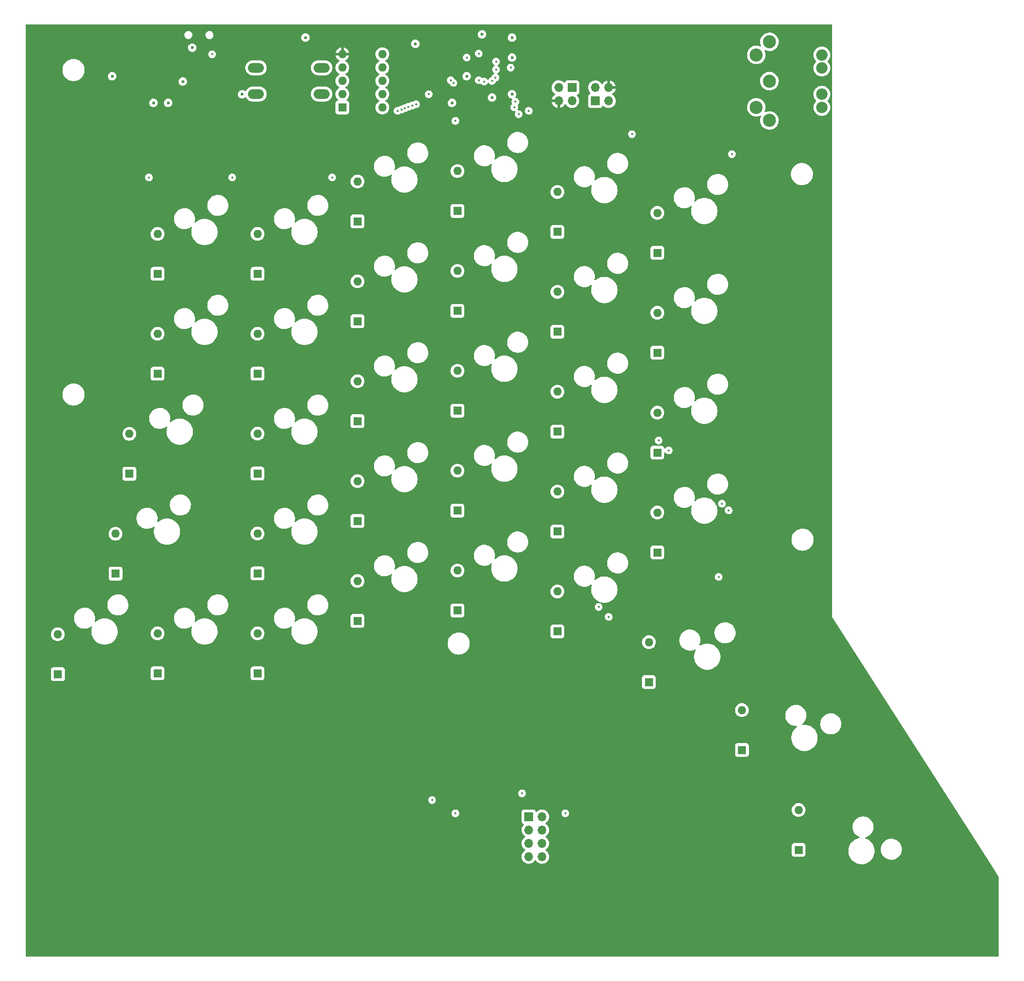
<source format=gbr>
%TF.GenerationSoftware,KiCad,Pcbnew,(6.0.0)*%
%TF.CreationDate,2022-01-01T09:35:30-08:00*%
%TF.ProjectId,thumbler_left,7468756d-626c-4657-925f-6c6566742e6b,rev?*%
%TF.SameCoordinates,Original*%
%TF.FileFunction,Copper,L2,Inr*%
%TF.FilePolarity,Positive*%
%FSLAX46Y46*%
G04 Gerber Fmt 4.6, Leading zero omitted, Abs format (unit mm)*
G04 Created by KiCad (PCBNEW (6.0.0)) date 2022-01-01 09:35:30*
%MOMM*%
%LPD*%
G01*
G04 APERTURE LIST*
%TA.AperFunction,ComponentPad*%
%ADD10R,1.600000X1.600000*%
%TD*%
%TA.AperFunction,ComponentPad*%
%ADD11O,1.600000X1.600000*%
%TD*%
%TA.AperFunction,ComponentPad*%
%ADD12C,2.500000*%
%TD*%
%TA.AperFunction,ComponentPad*%
%ADD13C,2.184400*%
%TD*%
%TA.AperFunction,ComponentPad*%
%ADD14R,1.700000X1.700000*%
%TD*%
%TA.AperFunction,ComponentPad*%
%ADD15O,1.700000X1.700000*%
%TD*%
%TA.AperFunction,ComponentPad*%
%ADD16O,3.048000X1.850000*%
%TD*%
%TA.AperFunction,ViaPad*%
%ADD17C,0.450000*%
%TD*%
%TA.AperFunction,ViaPad*%
%ADD18C,0.600000*%
%TD*%
G04 APERTURE END LIST*
D10*
%TO.N,L_ROW1*%
%TO.C,D6*%
X107711000Y-186032200D03*
D11*
%TO.N,Net-(D6-Pad2)*%
X107711000Y-178412200D03*
%TD*%
D10*
%TO.N,L_ROW5*%
%TO.C,D3*%
X88701000Y-262394000D03*
D11*
%TO.N,Net-(D3-Pad2)*%
X88701000Y-254774000D03*
%TD*%
D10*
%TO.N,L_ROW5*%
%TO.C,D29*%
X201345800Y-263906000D03*
D11*
%TO.N,Net-(D29-Pad2)*%
X201345800Y-256286000D03*
%TD*%
D10*
%TO.N,L_ROW4*%
%TO.C,D30*%
X219075000Y-276860000D03*
D11*
%TO.N,Net-(D30-Pad2)*%
X219075000Y-269240000D03*
%TD*%
D10*
%TO.N,L_ROW3*%
%TO.C,D31*%
X229870000Y-295910000D03*
D11*
%TO.N,Net-(D31-Pad2)*%
X229870000Y-288290000D03*
%TD*%
D12*
%TO.N,GND*%
%TO.C,J4*%
X224315000Y-141769500D03*
%TO.N,Net-(J4-Pad2)*%
X224315000Y-149269500D03*
%TO.N,L_RX*%
X224315000Y-156769500D03*
%TO.N,+5V*%
X221815000Y-144269500D03*
%TO.N,L_TX*%
X221815000Y-154269500D03*
D13*
%TO.N,N/C*%
X234315000Y-154269500D03*
X234315000Y-144269500D03*
X234315000Y-151769500D03*
X234315000Y-146769500D03*
%TD*%
D14*
%TO.N,GND*%
%TO.C,J3*%
X186695000Y-150490000D03*
D15*
%TO.N,L_SWCLK*%
X186695000Y-153030000D03*
%TO.N,L_SWDIO*%
X184155000Y-150490000D03*
%TO.N,+3V3*%
X184155000Y-153030000D03*
%TD*%
D14*
%TO.N,GND*%
%TO.C,J2*%
X191135000Y-153035000D03*
D15*
%TO.N,L_TX*%
X191135000Y-150495000D03*
%TO.N,L_RX*%
X193675000Y-153035000D03*
%TO.N,+3V3*%
X193675000Y-150495000D03*
%TD*%
D10*
%TO.N,L_ROW1*%
%TO.C,D9*%
X126761000Y-186032200D03*
D11*
%TO.N,Net-(D9-Pad2)*%
X126761000Y-178412200D03*
%TD*%
D10*
%TO.N,L_ROW1*%
%TO.C,D14*%
X145811000Y-176032200D03*
D11*
%TO.N,Net-(D14-Pad2)*%
X145811000Y-168412200D03*
%TD*%
D10*
%TO.N,L_ROW1*%
%TO.C,D19*%
X164861000Y-174032200D03*
D11*
%TO.N,Net-(D19-Pad2)*%
X164861000Y-166412200D03*
%TD*%
D10*
%TO.N,L_ROW1*%
%TO.C,D24*%
X183911000Y-178032200D03*
D11*
%TO.N,Net-(D24-Pad2)*%
X183911000Y-170412200D03*
%TD*%
D10*
%TO.N,L_ROW2*%
%TO.C,D32*%
X202961000Y-182032200D03*
D11*
%TO.N,Net-(D32-Pad2)*%
X202961000Y-174412200D03*
%TD*%
D10*
%TO.N,L_ROW2*%
%TO.C,D7*%
X107711000Y-205082200D03*
D11*
%TO.N,Net-(D7-Pad2)*%
X107711000Y-197462200D03*
%TD*%
D10*
%TO.N,L_ROW2*%
%TO.C,D10*%
X126761000Y-205082200D03*
D11*
%TO.N,Net-(D10-Pad2)*%
X126761000Y-197462200D03*
%TD*%
D10*
%TO.N,L_ROW2*%
%TO.C,D15*%
X145811000Y-195082200D03*
D11*
%TO.N,Net-(D15-Pad2)*%
X145811000Y-187462200D03*
%TD*%
D10*
%TO.N,L_ROW2*%
%TO.C,D20*%
X164861000Y-193082200D03*
D11*
%TO.N,Net-(D20-Pad2)*%
X164861000Y-185462200D03*
%TD*%
D10*
%TO.N,L_ROW2*%
%TO.C,D25*%
X183911000Y-197082200D03*
D11*
%TO.N,Net-(D25-Pad2)*%
X183911000Y-189462200D03*
%TD*%
D10*
%TO.N,L_ROW3*%
%TO.C,D33*%
X202961000Y-201082200D03*
D11*
%TO.N,Net-(D33-Pad2)*%
X202961000Y-193462200D03*
%TD*%
D10*
%TO.N,L_ROW3*%
%TO.C,D4*%
X102331600Y-224155000D03*
D11*
%TO.N,Net-(D4-Pad2)*%
X102331600Y-216535000D03*
%TD*%
D10*
%TO.N,L_ROW3*%
%TO.C,D11*%
X126761000Y-224132200D03*
D11*
%TO.N,Net-(D11-Pad2)*%
X126761000Y-216512200D03*
%TD*%
D10*
%TO.N,L_ROW3*%
%TO.C,D16*%
X145811000Y-214132200D03*
D11*
%TO.N,Net-(D16-Pad2)*%
X145811000Y-206512200D03*
%TD*%
D10*
%TO.N,L_ROW3*%
%TO.C,D21*%
X164861000Y-212132200D03*
D11*
%TO.N,Net-(D21-Pad2)*%
X164861000Y-204512200D03*
%TD*%
D10*
%TO.N,L_ROW3*%
%TO.C,D26*%
X183911000Y-216132200D03*
D11*
%TO.N,Net-(D26-Pad2)*%
X183911000Y-208512200D03*
%TD*%
D10*
%TO.N,L_ROW4*%
%TO.C,D34*%
X202961000Y-220132200D03*
D11*
%TO.N,Net-(D34-Pad2)*%
X202961000Y-212512200D03*
%TD*%
D10*
%TO.N,L_ROW4*%
%TO.C,D5*%
X99695000Y-243205000D03*
D11*
%TO.N,Net-(D5-Pad2)*%
X99695000Y-235585000D03*
%TD*%
D10*
%TO.N,L_ROW4*%
%TO.C,D12*%
X126761000Y-243182200D03*
D11*
%TO.N,Net-(D12-Pad2)*%
X126761000Y-235562200D03*
%TD*%
D10*
%TO.N,L_ROW4*%
%TO.C,D17*%
X145811000Y-233182200D03*
D11*
%TO.N,Net-(D17-Pad2)*%
X145811000Y-225562200D03*
%TD*%
D10*
%TO.N,L_ROW4*%
%TO.C,D22*%
X164861000Y-231182200D03*
D11*
%TO.N,Net-(D22-Pad2)*%
X164861000Y-223562200D03*
%TD*%
D10*
%TO.N,L_ROW4*%
%TO.C,D27*%
X183911000Y-235182200D03*
D11*
%TO.N,Net-(D27-Pad2)*%
X183911000Y-227562200D03*
%TD*%
D10*
%TO.N,L_ROW5*%
%TO.C,D35*%
X202961000Y-239182200D03*
D11*
%TO.N,Net-(D35-Pad2)*%
X202961000Y-231562200D03*
%TD*%
D10*
%TO.N,L_ROW5*%
%TO.C,D8*%
X107711000Y-262232200D03*
D11*
%TO.N,Net-(D8-Pad2)*%
X107711000Y-254612200D03*
%TD*%
D10*
%TO.N,L_ROW5*%
%TO.C,D13*%
X126761000Y-262232200D03*
D11*
%TO.N,Net-(D13-Pad2)*%
X126761000Y-254612200D03*
%TD*%
D10*
%TO.N,L_ROW5*%
%TO.C,D18*%
X145811000Y-252232200D03*
D11*
%TO.N,Net-(D18-Pad2)*%
X145811000Y-244612200D03*
%TD*%
D10*
%TO.N,L_ROW5*%
%TO.C,D23*%
X164861000Y-250232200D03*
D11*
%TO.N,Net-(D23-Pad2)*%
X164861000Y-242612200D03*
%TD*%
D10*
%TO.N,L_ROW5*%
%TO.C,D28*%
X183911000Y-254232200D03*
D11*
%TO.N,Net-(D28-Pad2)*%
X183911000Y-246612200D03*
%TD*%
D14*
%TO.N,GND*%
%TO.C,J9*%
X178435000Y-289560000D03*
D15*
%TO.N,ENC_BN*%
X180975000Y-289560000D03*
%TO.N,ENC_B*%
X178435000Y-292100000D03*
%TO.N,ENC_A*%
X180975000Y-292100000D03*
%TO.N,ENC_LF*%
X178435000Y-294640000D03*
%TO.N,ENC_UP*%
X180975000Y-294640000D03*
%TO.N,ENC_RT*%
X178435000Y-297180000D03*
%TO.N,ENC_DN*%
X180975000Y-297180000D03*
%TD*%
D16*
%TO.N,GND*%
%TO.C,SW1*%
X126475000Y-151725000D03*
X138975000Y-151725000D03*
%TO.N,~{RST}*%
X126475000Y-146725000D03*
X138975000Y-146725000D03*
%TD*%
D10*
%TO.N,GND*%
%TO.C,SW2*%
X142925750Y-154294250D03*
D11*
X142925750Y-151754250D03*
X142925750Y-149214250D03*
X142925750Y-146674250D03*
%TO.N,+3V3*%
X142925750Y-144134250D03*
%TO.N,L_BOOT0*%
X150545750Y-144134250D03*
%TO.N,L_OPT4*%
X150545750Y-146674250D03*
%TO.N,L_OPT3*%
X150545750Y-149214250D03*
%TO.N,L_OPT2*%
X150545750Y-151754250D03*
%TO.N,L_OPT1*%
X150545750Y-154294250D03*
%TD*%
D17*
%TO.N,L_ROW4*%
X191770000Y-249555000D03*
X193675000Y-251460000D03*
D18*
%TO.N,GND*%
X171450000Y-152400000D03*
X169545000Y-140335000D03*
X163830000Y-153416000D03*
X166624000Y-148336000D03*
X175260000Y-151765000D03*
X135890000Y-140970000D03*
X156845000Y-142157502D03*
X175260000Y-140970000D03*
X114300000Y-142875000D03*
X175259999Y-144779999D03*
X106934000Y-153416000D03*
X109728000Y-153416000D03*
X99060000Y-148336000D03*
X112522000Y-149352000D03*
%TO.N,+3V3*%
X104140000Y-148844000D03*
X107315000Y-150495000D03*
X168323436Y-140675575D03*
X174056100Y-142727600D03*
X172786077Y-152310500D03*
X165039100Y-150628100D03*
D17*
%TO.N,~{RST}*%
X168910002Y-144018000D03*
%TO.N,L_ROW3*%
X216535000Y-231140000D03*
X203200000Y-217805000D03*
X215265000Y-229870000D03*
X205105000Y-219710000D03*
D18*
%TO.N,+5V*%
X123825000Y-151765000D03*
D17*
%TO.N,L_TX*%
X175006000Y-146685000D03*
%TO.N,L_RX*%
X172212000Y-147066000D03*
%TO.N,L_SWCLK*%
X172085002Y-148590000D03*
%TO.N,L_SWDIO*%
X171450000Y-149225000D03*
%TO.N,L_COL7*%
X106045000Y-167640000D03*
%TO.N,L_BOOT0*%
X172212000Y-145542000D03*
%TO.N,L_USB_D+*%
X169926000Y-149352000D03*
X164084000Y-149606000D03*
%TO.N,L_USB_D-*%
X163576000Y-149098000D03*
X168910000Y-149098000D03*
%TO.N,L_COL6*%
X121920000Y-167640000D03*
%TO.N,L_COL5*%
X140970000Y-167640000D03*
%TO.N,L_COL4*%
X164465000Y-156845000D03*
%TO.N,L_COL3*%
X178435000Y-154940000D03*
X176530000Y-155575000D03*
%TO.N,L_COL2*%
X175702335Y-154264547D03*
X198120000Y-159385000D03*
%TO.N,L_COL8*%
X166624000Y-144780000D03*
X214630000Y-243840000D03*
%TO.N,L_COL1*%
X217170000Y-163195000D03*
X175897840Y-153208100D03*
%TO.N,Net-(F1-Pad1)*%
X118110000Y-144145000D03*
%TO.N,ENC_DN*%
X155448000Y-154178000D03*
%TO.N,ENC_RT*%
X156210000Y-153924000D03*
X160020000Y-286385000D03*
%TO.N,ENC_UP*%
X156972000Y-153670000D03*
X177165000Y-285115000D03*
%TO.N,ENC_LF*%
X154784117Y-154432000D03*
X164465000Y-288925000D03*
%TO.N,ENC_A*%
X154178000Y-154686000D03*
%TO.N,ENC_B*%
X153416000Y-154940000D03*
%TO.N,ENC_BN*%
X159385000Y-151765000D03*
X185420001Y-288925001D03*
%TD*%
%TA.AperFunction,Conductor*%
%TO.N,+3V3*%
G36*
X236162121Y-138450002D02*
G01*
X236208614Y-138503658D01*
X236220000Y-138556000D01*
X236220000Y-251460000D01*
X266382837Y-298514025D01*
X267950077Y-300958920D01*
X267970000Y-301026918D01*
X267970000Y-316104000D01*
X267949998Y-316172121D01*
X267896342Y-316218614D01*
X267844000Y-316230000D01*
X82676000Y-316230000D01*
X82607879Y-316209998D01*
X82561386Y-316156342D01*
X82550000Y-316104000D01*
X82550000Y-297146695D01*
X177072251Y-297146695D01*
X177072548Y-297151848D01*
X177072548Y-297151851D01*
X177078011Y-297246590D01*
X177085110Y-297369715D01*
X177086247Y-297374761D01*
X177086248Y-297374767D01*
X177093677Y-297407731D01*
X177134222Y-297587639D01*
X177187133Y-297717945D01*
X177208530Y-297770638D01*
X177218266Y-297794616D01*
X177269019Y-297877438D01*
X177332291Y-297980688D01*
X177334987Y-297985088D01*
X177481250Y-298153938D01*
X177653126Y-298296632D01*
X177846000Y-298409338D01*
X178054692Y-298489030D01*
X178059760Y-298490061D01*
X178059763Y-298490062D01*
X178167017Y-298511883D01*
X178273597Y-298533567D01*
X178278772Y-298533757D01*
X178278774Y-298533757D01*
X178491673Y-298541564D01*
X178491677Y-298541564D01*
X178496837Y-298541753D01*
X178501957Y-298541097D01*
X178501959Y-298541097D01*
X178713288Y-298514025D01*
X178713289Y-298514025D01*
X178718416Y-298513368D01*
X178723366Y-298511883D01*
X178927429Y-298450661D01*
X178927434Y-298450659D01*
X178932384Y-298449174D01*
X179132994Y-298350896D01*
X179314860Y-298221173D01*
X179473096Y-298063489D01*
X179532594Y-297980689D01*
X179603453Y-297882077D01*
X179604776Y-297883028D01*
X179651645Y-297839857D01*
X179721580Y-297827625D01*
X179787026Y-297855144D01*
X179814875Y-297886994D01*
X179874987Y-297985088D01*
X180021250Y-298153938D01*
X180193126Y-298296632D01*
X180386000Y-298409338D01*
X180594692Y-298489030D01*
X180599760Y-298490061D01*
X180599763Y-298490062D01*
X180707017Y-298511883D01*
X180813597Y-298533567D01*
X180818772Y-298533757D01*
X180818774Y-298533757D01*
X181031673Y-298541564D01*
X181031677Y-298541564D01*
X181036837Y-298541753D01*
X181041957Y-298541097D01*
X181041959Y-298541097D01*
X181253288Y-298514025D01*
X181253289Y-298514025D01*
X181258416Y-298513368D01*
X181263366Y-298511883D01*
X181467429Y-298450661D01*
X181467434Y-298450659D01*
X181472384Y-298449174D01*
X181672994Y-298350896D01*
X181854860Y-298221173D01*
X182013096Y-298063489D01*
X182072594Y-297980689D01*
X182140435Y-297886277D01*
X182143453Y-297882077D01*
X182164320Y-297839857D01*
X182240136Y-297686453D01*
X182240137Y-297686451D01*
X182242430Y-297681811D01*
X182274900Y-297574940D01*
X182305865Y-297473023D01*
X182305865Y-297473021D01*
X182307370Y-297468069D01*
X182336529Y-297246590D01*
X182336611Y-297243240D01*
X182338074Y-297183365D01*
X182338074Y-297183361D01*
X182338156Y-297180000D01*
X182319852Y-296957361D01*
X182269810Y-296758134D01*
X228561500Y-296758134D01*
X228568255Y-296820316D01*
X228619385Y-296956705D01*
X228706739Y-297073261D01*
X228823295Y-297160615D01*
X228959684Y-297211745D01*
X229021866Y-297218500D01*
X230718134Y-297218500D01*
X230780316Y-297211745D01*
X230916705Y-297160615D01*
X231033261Y-297073261D01*
X231120615Y-296956705D01*
X231171745Y-296820316D01*
X231178500Y-296758134D01*
X231178500Y-296274253D01*
X239368512Y-296274253D01*
X239407976Y-296586645D01*
X239486282Y-296891628D01*
X239602196Y-297184392D01*
X239604098Y-297187851D01*
X239604099Y-297187854D01*
X239724978Y-297407731D01*
X239753888Y-297460319D01*
X239823430Y-297556036D01*
X239918184Y-297686453D01*
X239938967Y-297715059D01*
X240154514Y-297944593D01*
X240397130Y-298145302D01*
X240400474Y-298147424D01*
X240630380Y-298293327D01*
X240662988Y-298314021D01*
X240666567Y-298315705D01*
X240666574Y-298315709D01*
X240944306Y-298446399D01*
X240944310Y-298446401D01*
X240947896Y-298448088D01*
X241247360Y-298545390D01*
X241556658Y-298604392D01*
X241650212Y-298610278D01*
X241790270Y-298619090D01*
X241790286Y-298619091D01*
X241792265Y-298619215D01*
X241949559Y-298619215D01*
X241951538Y-298619091D01*
X241951554Y-298619090D01*
X242091612Y-298610278D01*
X242185166Y-298604392D01*
X242494464Y-298545390D01*
X242793928Y-298448088D01*
X242797514Y-298446401D01*
X242797518Y-298446399D01*
X243075250Y-298315709D01*
X243075257Y-298315705D01*
X243078836Y-298314021D01*
X243111445Y-298293327D01*
X243341350Y-298147424D01*
X243344694Y-298145302D01*
X243587310Y-297944593D01*
X243802857Y-297715059D01*
X243823641Y-297686453D01*
X243918394Y-297556036D01*
X243987936Y-297460319D01*
X244016847Y-297407731D01*
X244137725Y-297187854D01*
X244137726Y-297187851D01*
X244139628Y-297184392D01*
X244255542Y-296891628D01*
X244333848Y-296586645D01*
X244373312Y-296274253D01*
X244373312Y-295959377D01*
X244341335Y-295706253D01*
X245528143Y-295706253D01*
X245528296Y-295710641D01*
X245528296Y-295710647D01*
X245537401Y-295971364D01*
X245537946Y-295986978D01*
X245538708Y-295991301D01*
X245538709Y-295991308D01*
X245562485Y-296126144D01*
X245586723Y-296263607D01*
X245673524Y-296530755D01*
X245675452Y-296534708D01*
X245675454Y-296534713D01*
X245702654Y-296590480D01*
X245796661Y-296783222D01*
X245799116Y-296786861D01*
X245799119Y-296786867D01*
X245867204Y-296887807D01*
X245953736Y-297016096D01*
X246141692Y-297224842D01*
X246356871Y-297405399D01*
X246595085Y-297554251D01*
X246851696Y-297668502D01*
X247121711Y-297745927D01*
X247126061Y-297746538D01*
X247126064Y-297746539D01*
X247229011Y-297761007D01*
X247399873Y-297785020D01*
X247610467Y-297785020D01*
X247612653Y-297784867D01*
X247612657Y-297784867D01*
X247816148Y-297770638D01*
X247816153Y-297770637D01*
X247820533Y-297770331D01*
X248095291Y-297711929D01*
X248099420Y-297710426D01*
X248099424Y-297710425D01*
X248355102Y-297617366D01*
X248355106Y-297617364D01*
X248359247Y-297615857D01*
X248607263Y-297483984D01*
X248622350Y-297473023D01*
X248830950Y-297321467D01*
X248830953Y-297321464D01*
X248834513Y-297318878D01*
X248909370Y-297246590D01*
X248935268Y-297221580D01*
X249036573Y-297123751D01*
X249209509Y-296902402D01*
X249211705Y-296898598D01*
X249211710Y-296898591D01*
X249347756Y-296662951D01*
X249349957Y-296659139D01*
X249455183Y-296398696D01*
X249467754Y-296348277D01*
X249522074Y-296130413D01*
X249522075Y-296130408D01*
X249523138Y-296126144D01*
X249540250Y-295963336D01*
X249552040Y-295851156D01*
X249552040Y-295851153D01*
X249552499Y-295846787D01*
X249552346Y-295842393D01*
X249542850Y-295570459D01*
X249542849Y-295570453D01*
X249542696Y-295566062D01*
X249535833Y-295527137D01*
X249510951Y-295386026D01*
X249493919Y-295289433D01*
X249407118Y-295022285D01*
X249399927Y-295007540D01*
X249287378Y-294776783D01*
X249283981Y-294769818D01*
X249281526Y-294766179D01*
X249281523Y-294766173D01*
X249176877Y-294611029D01*
X249126906Y-294536944D01*
X248938950Y-294328198D01*
X248723771Y-294147641D01*
X248485557Y-293998789D01*
X248228946Y-293884538D01*
X247958931Y-293807113D01*
X247954581Y-293806502D01*
X247954578Y-293806501D01*
X247851631Y-293792033D01*
X247680769Y-293768020D01*
X247470175Y-293768020D01*
X247467989Y-293768173D01*
X247467985Y-293768173D01*
X247264494Y-293782402D01*
X247264489Y-293782403D01*
X247260109Y-293782709D01*
X246985351Y-293841111D01*
X246981222Y-293842614D01*
X246981218Y-293842615D01*
X246725540Y-293935674D01*
X246725536Y-293935676D01*
X246721395Y-293937183D01*
X246473379Y-294069056D01*
X246469820Y-294071642D01*
X246469818Y-294071643D01*
X246341860Y-294164610D01*
X246246129Y-294234162D01*
X246044069Y-294429289D01*
X245871133Y-294650638D01*
X245868937Y-294654442D01*
X245868932Y-294654449D01*
X245767743Y-294829715D01*
X245730685Y-294893901D01*
X245625459Y-295154344D01*
X245624394Y-295158617D01*
X245624393Y-295158619D01*
X245577605Y-295346277D01*
X245557504Y-295426896D01*
X245557045Y-295431264D01*
X245557044Y-295431269D01*
X245531162Y-295677529D01*
X245528143Y-295706253D01*
X244341335Y-295706253D01*
X244333848Y-295646985D01*
X244255542Y-295342002D01*
X244139628Y-295049238D01*
X244135977Y-295042596D01*
X243989845Y-294776783D01*
X243989843Y-294776780D01*
X243987936Y-294773311D01*
X243816206Y-294536944D01*
X243805185Y-294521775D01*
X243805184Y-294521773D01*
X243802857Y-294518571D01*
X243587310Y-294289037D01*
X243344694Y-294088328D01*
X243078836Y-293919609D01*
X243075257Y-293917925D01*
X243075250Y-293917921D01*
X242797518Y-293787231D01*
X242797514Y-293787229D01*
X242793928Y-293785542D01*
X242783452Y-293782138D01*
X242648635Y-293738333D01*
X242590029Y-293698259D01*
X242562392Y-293632863D01*
X242574499Y-293562906D01*
X242622505Y-293510600D01*
X242661373Y-293495253D01*
X242720587Y-293482667D01*
X242724716Y-293481164D01*
X242724720Y-293481163D01*
X242980398Y-293388104D01*
X242980402Y-293388102D01*
X242984543Y-293386595D01*
X243232559Y-293254722D01*
X243236120Y-293252135D01*
X243456246Y-293092205D01*
X243456249Y-293092202D01*
X243459809Y-293089616D01*
X243661869Y-292894489D01*
X243834805Y-292673140D01*
X243837001Y-292669336D01*
X243837006Y-292669329D01*
X243973052Y-292433689D01*
X243975253Y-292429877D01*
X244080479Y-292169434D01*
X244114161Y-292034345D01*
X244147370Y-291901151D01*
X244147371Y-291901146D01*
X244148434Y-291896882D01*
X244149944Y-291882522D01*
X244177336Y-291621894D01*
X244177336Y-291621891D01*
X244177795Y-291617525D01*
X244177642Y-291613131D01*
X244168146Y-291341197D01*
X244168145Y-291341191D01*
X244167992Y-291336800D01*
X244144225Y-291202007D01*
X244123482Y-291084373D01*
X244119215Y-291060171D01*
X244032414Y-290793023D01*
X244022776Y-290773261D01*
X243938842Y-290601173D01*
X243909277Y-290540556D01*
X243906822Y-290536917D01*
X243906819Y-290536911D01*
X243826552Y-290417911D01*
X243752202Y-290307682D01*
X243564246Y-290098936D01*
X243349067Y-289918379D01*
X243110853Y-289769527D01*
X242930993Y-289689448D01*
X242858256Y-289657063D01*
X242858254Y-289657062D01*
X242854242Y-289655276D01*
X242671999Y-289603019D01*
X242588454Y-289579063D01*
X242588453Y-289579063D01*
X242584227Y-289577851D01*
X242579877Y-289577240D01*
X242579874Y-289577239D01*
X242457210Y-289560000D01*
X242306065Y-289538758D01*
X242095471Y-289538758D01*
X242093285Y-289538911D01*
X242093281Y-289538911D01*
X241889790Y-289553140D01*
X241889785Y-289553141D01*
X241885405Y-289553447D01*
X241610647Y-289611849D01*
X241606518Y-289613352D01*
X241606514Y-289613353D01*
X241350836Y-289706412D01*
X241350832Y-289706414D01*
X241346691Y-289707921D01*
X241098675Y-289839794D01*
X241095116Y-289842380D01*
X241095114Y-289842381D01*
X240990512Y-289918379D01*
X240871425Y-290004900D01*
X240669365Y-290200027D01*
X240496429Y-290421376D01*
X240494233Y-290425180D01*
X240494228Y-290425187D01*
X240394727Y-290597529D01*
X240355981Y-290664639D01*
X240250755Y-290925082D01*
X240249690Y-290929355D01*
X240249689Y-290929357D01*
X240215996Y-291064494D01*
X240182800Y-291197634D01*
X240182341Y-291202002D01*
X240182340Y-291202007D01*
X240158727Y-291426680D01*
X240153439Y-291476991D01*
X240153592Y-291481379D01*
X240153592Y-291481385D01*
X240158758Y-291629305D01*
X240163242Y-291757716D01*
X240164004Y-291762039D01*
X240164005Y-291762046D01*
X240187781Y-291896882D01*
X240212019Y-292034345D01*
X240298820Y-292301493D01*
X240421957Y-292553960D01*
X240424412Y-292557599D01*
X240424415Y-292557605D01*
X240457364Y-292606453D01*
X240579032Y-292786834D01*
X240581977Y-292790105D01*
X240581978Y-292790106D01*
X240597184Y-292806994D01*
X240766988Y-292995580D01*
X240982167Y-293176137D01*
X241220381Y-293324989D01*
X241432327Y-293419354D01*
X241486422Y-293465333D01*
X241507071Y-293533261D01*
X241487719Y-293601569D01*
X241434508Y-293648570D01*
X241404687Y-293658228D01*
X241332236Y-293672049D01*
X241247360Y-293688240D01*
X241243583Y-293689467D01*
X241243584Y-293689467D01*
X240969874Y-293778401D01*
X240947896Y-293785542D01*
X240944310Y-293787229D01*
X240944306Y-293787231D01*
X240666574Y-293917921D01*
X240666567Y-293917925D01*
X240662988Y-293919609D01*
X240397130Y-294088328D01*
X240154514Y-294289037D01*
X239938967Y-294518571D01*
X239936640Y-294521773D01*
X239936639Y-294521775D01*
X239925618Y-294536944D01*
X239753888Y-294773311D01*
X239751981Y-294776780D01*
X239751979Y-294776783D01*
X239605847Y-295042596D01*
X239602196Y-295049238D01*
X239486282Y-295342002D01*
X239407976Y-295646985D01*
X239368512Y-295959377D01*
X239368512Y-296274253D01*
X231178500Y-296274253D01*
X231178500Y-295061866D01*
X231171745Y-294999684D01*
X231120615Y-294863295D01*
X231033261Y-294746739D01*
X230916705Y-294659385D01*
X230780316Y-294608255D01*
X230718134Y-294601500D01*
X229021866Y-294601500D01*
X228959684Y-294608255D01*
X228823295Y-294659385D01*
X228706739Y-294746739D01*
X228619385Y-294863295D01*
X228568255Y-294999684D01*
X228561500Y-295061866D01*
X228561500Y-296758134D01*
X182269810Y-296758134D01*
X182265431Y-296740702D01*
X182176354Y-296535840D01*
X182055014Y-296348277D01*
X181904670Y-296183051D01*
X181900619Y-296179852D01*
X181900615Y-296179848D01*
X181733414Y-296047800D01*
X181733410Y-296047798D01*
X181729359Y-296044598D01*
X181688053Y-296021796D01*
X181638084Y-295971364D01*
X181623312Y-295901921D01*
X181648428Y-295835516D01*
X181675780Y-295808909D01*
X181719603Y-295777650D01*
X181854860Y-295681173D01*
X182013096Y-295523489D01*
X182072594Y-295440689D01*
X182140435Y-295346277D01*
X182143453Y-295342077D01*
X182164320Y-295299857D01*
X182240136Y-295146453D01*
X182240137Y-295146451D01*
X182242430Y-295141811D01*
X182307370Y-294928069D01*
X182336529Y-294706590D01*
X182337551Y-294664771D01*
X182338074Y-294643365D01*
X182338074Y-294643361D01*
X182338156Y-294640000D01*
X182319852Y-294417361D01*
X182265431Y-294200702D01*
X182176354Y-293995840D01*
X182105506Y-293886325D01*
X182057822Y-293812617D01*
X182057820Y-293812614D01*
X182055014Y-293808277D01*
X181904670Y-293643051D01*
X181900619Y-293639852D01*
X181900615Y-293639848D01*
X181733414Y-293507800D01*
X181733410Y-293507798D01*
X181729359Y-293504598D01*
X181688053Y-293481796D01*
X181638084Y-293431364D01*
X181623312Y-293361921D01*
X181648428Y-293295516D01*
X181675780Y-293268909D01*
X181719603Y-293237650D01*
X181854860Y-293141173D01*
X181904000Y-293092205D01*
X181998131Y-292998402D01*
X182013096Y-292983489D01*
X182072594Y-292900689D01*
X182140435Y-292806277D01*
X182143453Y-292802077D01*
X182149370Y-292790106D01*
X182240136Y-292606453D01*
X182240137Y-292606451D01*
X182242430Y-292601811D01*
X182307370Y-292388069D01*
X182336529Y-292166590D01*
X182338156Y-292100000D01*
X182319852Y-291877361D01*
X182265431Y-291660702D01*
X182176354Y-291455840D01*
X182055014Y-291268277D01*
X181904670Y-291103051D01*
X181900619Y-291099852D01*
X181900615Y-291099848D01*
X181733414Y-290967800D01*
X181733410Y-290967798D01*
X181729359Y-290964598D01*
X181688053Y-290941796D01*
X181638084Y-290891364D01*
X181623312Y-290821921D01*
X181648428Y-290755516D01*
X181675780Y-290728909D01*
X181719603Y-290697650D01*
X181854860Y-290601173D01*
X182013096Y-290443489D01*
X182143453Y-290262077D01*
X182172407Y-290203494D01*
X182240136Y-290066453D01*
X182240137Y-290066451D01*
X182242430Y-290061811D01*
X182307370Y-289848069D01*
X182336529Y-289626590D01*
X182336611Y-289623240D01*
X182338074Y-289563365D01*
X182338074Y-289563361D01*
X182338156Y-289560000D01*
X182319852Y-289337361D01*
X182265431Y-289120702D01*
X182176354Y-288915840D01*
X182175613Y-288914695D01*
X184681932Y-288914695D01*
X184697990Y-289078469D01*
X184749933Y-289234616D01*
X184762771Y-289255814D01*
X184831532Y-289369350D01*
X184835180Y-289375374D01*
X184840071Y-289380439D01*
X184840072Y-289380440D01*
X184887786Y-289429849D01*
X184949492Y-289493748D01*
X185087190Y-289583855D01*
X185241429Y-289641216D01*
X185248410Y-289642147D01*
X185248412Y-289642148D01*
X185397562Y-289662049D01*
X185397566Y-289662049D01*
X185404543Y-289662980D01*
X185411554Y-289662342D01*
X185411558Y-289662342D01*
X185561404Y-289648705D01*
X185561405Y-289648705D01*
X185568425Y-289648066D01*
X185675260Y-289613353D01*
X185718231Y-289599391D01*
X185718234Y-289599390D01*
X185724930Y-289597214D01*
X185866280Y-289512952D01*
X185985450Y-289399469D01*
X185989351Y-289393598D01*
X186072615Y-289268276D01*
X186072616Y-289268274D01*
X186076516Y-289262404D01*
X186134952Y-289108569D01*
X186157854Y-288945611D01*
X186158142Y-288925001D01*
X186139799Y-288761467D01*
X186137482Y-288754812D01*
X186105114Y-288661866D01*
X186085681Y-288606061D01*
X185998477Y-288466506D01*
X185936523Y-288404118D01*
X185887487Y-288354738D01*
X185887483Y-288354735D01*
X185882523Y-288349740D01*
X185788389Y-288290000D01*
X228556502Y-288290000D01*
X228576457Y-288518087D01*
X228577881Y-288523400D01*
X228577881Y-288523402D01*
X228633941Y-288732617D01*
X228635716Y-288739243D01*
X228638039Y-288744224D01*
X228638039Y-288744225D01*
X228730151Y-288941762D01*
X228730154Y-288941767D01*
X228732477Y-288946749D01*
X228735634Y-288951257D01*
X228854281Y-289120702D01*
X228863802Y-289134300D01*
X229025700Y-289296198D01*
X229030208Y-289299355D01*
X229030211Y-289299357D01*
X229077319Y-289332342D01*
X229213251Y-289427523D01*
X229218233Y-289429846D01*
X229218238Y-289429849D01*
X229396453Y-289512951D01*
X229420757Y-289524284D01*
X229426065Y-289525706D01*
X229426067Y-289525707D01*
X229636598Y-289582119D01*
X229636600Y-289582119D01*
X229641913Y-289583543D01*
X229870000Y-289603498D01*
X230098087Y-289583543D01*
X230103400Y-289582119D01*
X230103402Y-289582119D01*
X230313933Y-289525707D01*
X230313935Y-289525706D01*
X230319243Y-289524284D01*
X230343547Y-289512951D01*
X230521762Y-289429849D01*
X230521767Y-289429846D01*
X230526749Y-289427523D01*
X230662681Y-289332342D01*
X230709789Y-289299357D01*
X230709792Y-289299355D01*
X230714300Y-289296198D01*
X230876198Y-289134300D01*
X230885720Y-289120702D01*
X231004366Y-288951257D01*
X231007523Y-288946749D01*
X231009846Y-288941767D01*
X231009849Y-288941762D01*
X231101961Y-288744225D01*
X231101961Y-288744224D01*
X231104284Y-288739243D01*
X231106060Y-288732617D01*
X231162119Y-288523402D01*
X231162119Y-288523400D01*
X231163543Y-288518087D01*
X231183498Y-288290000D01*
X231163543Y-288061913D01*
X231104284Y-287840757D01*
X231101961Y-287835775D01*
X231009849Y-287638238D01*
X231009846Y-287638233D01*
X231007523Y-287633251D01*
X230876198Y-287445700D01*
X230714300Y-287283802D01*
X230709792Y-287280645D01*
X230709789Y-287280643D01*
X230631611Y-287225902D01*
X230526749Y-287152477D01*
X230521767Y-287150154D01*
X230521762Y-287150151D01*
X230324225Y-287058039D01*
X230324224Y-287058039D01*
X230319243Y-287055716D01*
X230313935Y-287054294D01*
X230313933Y-287054293D01*
X230103402Y-286997881D01*
X230103400Y-286997881D01*
X230098087Y-286996457D01*
X229870000Y-286976502D01*
X229641913Y-286996457D01*
X229636600Y-286997881D01*
X229636598Y-286997881D01*
X229426067Y-287054293D01*
X229426065Y-287054294D01*
X229420757Y-287055716D01*
X229415776Y-287058039D01*
X229415775Y-287058039D01*
X229218238Y-287150151D01*
X229218233Y-287150154D01*
X229213251Y-287152477D01*
X229108389Y-287225902D01*
X229030211Y-287280643D01*
X229030208Y-287280645D01*
X229025700Y-287283802D01*
X228863802Y-287445700D01*
X228732477Y-287633251D01*
X228730154Y-287638233D01*
X228730151Y-287638238D01*
X228638039Y-287835775D01*
X228635716Y-287840757D01*
X228576457Y-288061913D01*
X228556502Y-288290000D01*
X185788389Y-288290000D01*
X185743581Y-288261564D01*
X185663850Y-288233173D01*
X185595190Y-288208724D01*
X185595188Y-288208723D01*
X185588556Y-288206362D01*
X185581570Y-288205529D01*
X185581566Y-288205528D01*
X185467072Y-288191876D01*
X185425154Y-288186878D01*
X185418151Y-288187614D01*
X185418150Y-288187614D01*
X185374936Y-288192156D01*
X185261496Y-288204079D01*
X185254828Y-288206349D01*
X185112383Y-288254841D01*
X185112380Y-288254842D01*
X185105716Y-288257111D01*
X184965556Y-288343338D01*
X184847983Y-288458474D01*
X184758839Y-288596798D01*
X184756428Y-288603421D01*
X184756427Y-288603424D01*
X184704967Y-288744810D01*
X184704966Y-288744815D01*
X184702557Y-288751433D01*
X184681932Y-288914695D01*
X182175613Y-288914695D01*
X182136906Y-288854862D01*
X182057822Y-288732617D01*
X182057820Y-288732614D01*
X182055014Y-288728277D01*
X181904670Y-288563051D01*
X181900619Y-288559852D01*
X181900615Y-288559848D01*
X181733414Y-288427800D01*
X181733410Y-288427798D01*
X181729359Y-288424598D01*
X181533789Y-288316638D01*
X181528920Y-288314914D01*
X181528916Y-288314912D01*
X181328087Y-288243795D01*
X181328083Y-288243794D01*
X181323212Y-288242069D01*
X181318119Y-288241162D01*
X181318116Y-288241161D01*
X181108373Y-288203800D01*
X181108367Y-288203799D01*
X181103284Y-288202894D01*
X181029452Y-288201992D01*
X180885081Y-288200228D01*
X180885079Y-288200228D01*
X180879911Y-288200165D01*
X180659091Y-288233955D01*
X180446756Y-288303357D01*
X180248607Y-288406507D01*
X180244474Y-288409610D01*
X180244471Y-288409612D01*
X180099996Y-288518087D01*
X180069965Y-288540635D01*
X180007443Y-288606061D01*
X179989283Y-288625064D01*
X179927759Y-288660494D01*
X179856846Y-288657037D01*
X179799060Y-288615791D01*
X179780207Y-288582243D01*
X179738767Y-288471703D01*
X179735615Y-288463295D01*
X179648261Y-288346739D01*
X179531705Y-288259385D01*
X179395316Y-288208255D01*
X179333134Y-288201500D01*
X177536866Y-288201500D01*
X177474684Y-288208255D01*
X177338295Y-288259385D01*
X177221739Y-288346739D01*
X177134385Y-288463295D01*
X177083255Y-288599684D01*
X177076500Y-288661866D01*
X177076500Y-290458134D01*
X177083255Y-290520316D01*
X177134385Y-290656705D01*
X177221739Y-290773261D01*
X177338295Y-290860615D01*
X177346704Y-290863767D01*
X177346705Y-290863768D01*
X177455451Y-290904535D01*
X177512216Y-290947176D01*
X177536916Y-291013738D01*
X177521709Y-291083087D01*
X177502316Y-291109568D01*
X177375629Y-291242138D01*
X177249743Y-291426680D01*
X177234003Y-291460590D01*
X177163196Y-291613131D01*
X177155688Y-291629305D01*
X177095989Y-291844570D01*
X177072251Y-292066695D01*
X177072548Y-292071848D01*
X177072548Y-292071851D01*
X177077928Y-292165159D01*
X177085110Y-292289715D01*
X177086247Y-292294761D01*
X177086248Y-292294767D01*
X177086820Y-292297304D01*
X177134222Y-292507639D01*
X177218266Y-292714616D01*
X177260284Y-292783183D01*
X177332291Y-292900688D01*
X177334987Y-292905088D01*
X177481250Y-293073938D01*
X177653126Y-293216632D01*
X177721845Y-293256788D01*
X177726445Y-293259476D01*
X177775169Y-293311114D01*
X177788240Y-293380897D01*
X177761509Y-293446669D01*
X177721055Y-293480027D01*
X177715984Y-293482667D01*
X177708607Y-293486507D01*
X177704474Y-293489610D01*
X177704471Y-293489612D01*
X177538249Y-293614415D01*
X177529965Y-293620635D01*
X177375629Y-293782138D01*
X177249743Y-293966680D01*
X177203181Y-294066990D01*
X177166827Y-294145309D01*
X177155688Y-294169305D01*
X177095989Y-294384570D01*
X177072251Y-294606695D01*
X177072548Y-294611848D01*
X177072548Y-294611851D01*
X177078011Y-294706590D01*
X177085110Y-294829715D01*
X177086247Y-294834761D01*
X177086248Y-294834767D01*
X177106119Y-294922939D01*
X177134222Y-295047639D01*
X177218266Y-295254616D01*
X177269019Y-295337438D01*
X177332291Y-295440688D01*
X177334987Y-295445088D01*
X177481250Y-295613938D01*
X177653126Y-295756632D01*
X177723595Y-295797811D01*
X177726445Y-295799476D01*
X177775169Y-295851114D01*
X177788240Y-295920897D01*
X177761509Y-295986669D01*
X177721055Y-296020027D01*
X177708607Y-296026507D01*
X177704474Y-296029610D01*
X177704471Y-296029612D01*
X177534100Y-296157530D01*
X177529965Y-296160635D01*
X177375629Y-296322138D01*
X177249743Y-296506680D01*
X177155688Y-296709305D01*
X177095989Y-296924570D01*
X177072251Y-297146695D01*
X82550000Y-297146695D01*
X82550000Y-288914694D01*
X163726931Y-288914694D01*
X163742989Y-289078468D01*
X163794932Y-289234615D01*
X163798581Y-289240640D01*
X163860284Y-289342522D01*
X163880179Y-289375373D01*
X163885070Y-289380438D01*
X163885071Y-289380439D01*
X163903447Y-289399468D01*
X163994491Y-289493747D01*
X164132189Y-289583854D01*
X164286428Y-289641215D01*
X164293409Y-289642146D01*
X164293411Y-289642147D01*
X164442561Y-289662048D01*
X164442565Y-289662048D01*
X164449542Y-289662979D01*
X164456553Y-289662341D01*
X164456557Y-289662341D01*
X164606403Y-289648704D01*
X164606404Y-289648704D01*
X164613424Y-289648065D01*
X164720256Y-289613353D01*
X164763230Y-289599390D01*
X164763233Y-289599389D01*
X164769929Y-289597213D01*
X164911279Y-289512951D01*
X165030449Y-289399468D01*
X165034350Y-289393597D01*
X165117614Y-289268275D01*
X165117615Y-289268273D01*
X165121515Y-289262403D01*
X165179951Y-289108568D01*
X165188507Y-289047689D01*
X165202302Y-288949534D01*
X165202303Y-288949527D01*
X165202853Y-288945610D01*
X165203141Y-288925000D01*
X165184798Y-288761466D01*
X165178998Y-288744809D01*
X165137298Y-288625064D01*
X165130680Y-288606060D01*
X165124893Y-288596798D01*
X165047209Y-288472479D01*
X165043476Y-288466505D01*
X164981523Y-288404118D01*
X164932486Y-288354737D01*
X164932482Y-288354734D01*
X164927522Y-288349739D01*
X164788580Y-288261563D01*
X164708852Y-288233173D01*
X164640189Y-288208723D01*
X164640187Y-288208722D01*
X164633555Y-288206361D01*
X164626569Y-288205528D01*
X164626565Y-288205527D01*
X164512071Y-288191875D01*
X164470153Y-288186877D01*
X164463150Y-288187613D01*
X164463149Y-288187613D01*
X164419935Y-288192155D01*
X164306495Y-288204078D01*
X164299827Y-288206348D01*
X164157382Y-288254840D01*
X164157379Y-288254841D01*
X164150715Y-288257110D01*
X164010555Y-288343337D01*
X163892982Y-288458473D01*
X163803838Y-288596797D01*
X163801427Y-288603420D01*
X163801426Y-288603423D01*
X163749966Y-288744809D01*
X163749966Y-288744810D01*
X163747556Y-288751432D01*
X163726931Y-288914694D01*
X82550000Y-288914694D01*
X82550000Y-286374694D01*
X159281931Y-286374694D01*
X159297989Y-286538468D01*
X159349932Y-286694615D01*
X159435179Y-286835373D01*
X159549491Y-286953747D01*
X159687189Y-287043854D01*
X159841428Y-287101215D01*
X159848409Y-287102146D01*
X159848411Y-287102147D01*
X159997561Y-287122048D01*
X159997565Y-287122048D01*
X160004542Y-287122979D01*
X160011553Y-287122341D01*
X160011557Y-287122341D01*
X160161403Y-287108704D01*
X160161404Y-287108704D01*
X160168424Y-287108065D01*
X160197062Y-287098760D01*
X160318230Y-287059390D01*
X160318233Y-287059389D01*
X160324929Y-287057213D01*
X160466279Y-286972951D01*
X160585449Y-286859468D01*
X160601458Y-286835373D01*
X160672614Y-286728275D01*
X160672615Y-286728273D01*
X160676515Y-286722403D01*
X160734951Y-286568568D01*
X160757853Y-286405610D01*
X160758141Y-286385000D01*
X160739798Y-286221466D01*
X160733998Y-286204809D01*
X160687998Y-286072717D01*
X160685680Y-286066060D01*
X160598476Y-285926505D01*
X160540499Y-285868122D01*
X160487486Y-285814737D01*
X160487482Y-285814734D01*
X160482522Y-285809739D01*
X160343580Y-285721563D01*
X160248215Y-285687605D01*
X160195189Y-285668723D01*
X160195187Y-285668722D01*
X160188555Y-285666361D01*
X160181569Y-285665528D01*
X160181565Y-285665527D01*
X160067071Y-285651875D01*
X160025153Y-285646877D01*
X160018150Y-285647613D01*
X160018149Y-285647613D01*
X159974935Y-285652155D01*
X159861495Y-285664078D01*
X159854827Y-285666348D01*
X159712382Y-285714840D01*
X159712379Y-285714841D01*
X159705715Y-285717110D01*
X159619753Y-285769994D01*
X159588226Y-285789390D01*
X159565555Y-285803337D01*
X159447982Y-285918473D01*
X159358838Y-286056797D01*
X159356427Y-286063420D01*
X159356426Y-286063423D01*
X159304966Y-286204809D01*
X159304965Y-286204814D01*
X159302556Y-286211432D01*
X159281931Y-286374694D01*
X82550000Y-286374694D01*
X82550000Y-285104694D01*
X176426931Y-285104694D01*
X176442989Y-285268468D01*
X176494932Y-285424615D01*
X176580179Y-285565373D01*
X176694491Y-285683747D01*
X176832189Y-285773854D01*
X176986428Y-285831215D01*
X176993409Y-285832146D01*
X176993411Y-285832147D01*
X177142561Y-285852048D01*
X177142565Y-285852048D01*
X177149542Y-285852979D01*
X177156553Y-285852341D01*
X177156557Y-285852341D01*
X177306403Y-285838704D01*
X177306404Y-285838704D01*
X177313424Y-285838065D01*
X177400602Y-285809739D01*
X177463230Y-285789390D01*
X177463233Y-285789389D01*
X177469929Y-285787213D01*
X177611279Y-285702951D01*
X177730449Y-285589468D01*
X177746458Y-285565373D01*
X177817614Y-285458275D01*
X177817615Y-285458273D01*
X177821515Y-285452403D01*
X177879951Y-285298568D01*
X177902853Y-285135610D01*
X177903141Y-285115000D01*
X177884798Y-284951466D01*
X177878998Y-284934809D01*
X177832998Y-284802717D01*
X177830680Y-284796060D01*
X177743476Y-284656505D01*
X177685499Y-284598122D01*
X177632486Y-284544737D01*
X177632482Y-284544734D01*
X177627522Y-284539739D01*
X177488580Y-284451563D01*
X177439447Y-284434068D01*
X177340189Y-284398723D01*
X177340187Y-284398722D01*
X177333555Y-284396361D01*
X177326569Y-284395528D01*
X177326565Y-284395527D01*
X177212071Y-284381875D01*
X177170153Y-284376877D01*
X177163150Y-284377613D01*
X177163149Y-284377613D01*
X177119935Y-284382155D01*
X177006495Y-284394078D01*
X176999827Y-284396348D01*
X176857382Y-284444840D01*
X176857379Y-284444841D01*
X176850715Y-284447110D01*
X176710555Y-284533337D01*
X176592982Y-284648473D01*
X176503838Y-284786797D01*
X176501427Y-284793420D01*
X176501426Y-284793423D01*
X176449966Y-284934809D01*
X176449965Y-284934814D01*
X176447556Y-284941432D01*
X176426931Y-285104694D01*
X82550000Y-285104694D01*
X82550000Y-277708134D01*
X217766500Y-277708134D01*
X217773255Y-277770316D01*
X217824385Y-277906705D01*
X217911739Y-278023261D01*
X218028295Y-278110615D01*
X218164684Y-278161745D01*
X218226866Y-278168500D01*
X219923134Y-278168500D01*
X219985316Y-278161745D01*
X220121705Y-278110615D01*
X220238261Y-278023261D01*
X220325615Y-277906705D01*
X220376745Y-277770316D01*
X220383500Y-277708134D01*
X220383500Y-276011866D01*
X220376745Y-275949684D01*
X220325615Y-275813295D01*
X220238261Y-275696739D01*
X220121705Y-275609385D01*
X219985316Y-275558255D01*
X219923134Y-275551500D01*
X218226866Y-275551500D01*
X218164684Y-275558255D01*
X218028295Y-275609385D01*
X217911739Y-275696739D01*
X217824385Y-275813295D01*
X217773255Y-275949684D01*
X217766500Y-276011866D01*
X217766500Y-277708134D01*
X82550000Y-277708134D01*
X82550000Y-269240000D01*
X217761502Y-269240000D01*
X217781457Y-269468087D01*
X217782881Y-269473400D01*
X217782881Y-269473402D01*
X217827015Y-269638109D01*
X217840716Y-269689243D01*
X217843039Y-269694224D01*
X217843039Y-269694225D01*
X217935151Y-269891762D01*
X217935154Y-269891767D01*
X217937477Y-269896749D01*
X218010902Y-270001611D01*
X218044664Y-270049827D01*
X218068802Y-270084300D01*
X218230700Y-270246198D01*
X218235208Y-270249355D01*
X218235211Y-270249357D01*
X218313389Y-270304098D01*
X218418251Y-270377523D01*
X218423233Y-270379846D01*
X218423238Y-270379849D01*
X218618163Y-270470743D01*
X218625757Y-270474284D01*
X218631065Y-270475706D01*
X218631067Y-270475707D01*
X218841598Y-270532119D01*
X218841600Y-270532119D01*
X218846913Y-270533543D01*
X219075000Y-270553498D01*
X219303087Y-270533543D01*
X219308400Y-270532119D01*
X219308402Y-270532119D01*
X219518933Y-270475707D01*
X219518935Y-270475706D01*
X219524243Y-270474284D01*
X219531837Y-270470743D01*
X219726762Y-270379849D01*
X219726767Y-270379846D01*
X219731749Y-270377523D01*
X219836611Y-270304098D01*
X219914789Y-270249357D01*
X219914792Y-270249355D01*
X219919300Y-270246198D01*
X219975480Y-270190018D01*
X227348457Y-270190018D01*
X227348610Y-270194406D01*
X227348610Y-270194412D01*
X227356389Y-270417152D01*
X227358260Y-270470743D01*
X227359022Y-270475066D01*
X227359023Y-270475073D01*
X227386759Y-270632371D01*
X227407037Y-270747372D01*
X227493838Y-271014520D01*
X227616975Y-271266987D01*
X227619430Y-271270626D01*
X227619433Y-271270632D01*
X227691200Y-271377031D01*
X227774050Y-271499861D01*
X227776995Y-271503132D01*
X227776996Y-271503133D01*
X227794925Y-271523045D01*
X227962006Y-271708607D01*
X228177185Y-271889164D01*
X228415399Y-272038016D01*
X228672010Y-272152267D01*
X228942025Y-272229692D01*
X228946375Y-272230303D01*
X228946378Y-272230304D01*
X229049325Y-272244772D01*
X229220187Y-272268785D01*
X229430781Y-272268785D01*
X229432962Y-272268632D01*
X229432976Y-272268632D01*
X229461465Y-272266640D01*
X229530815Y-272281842D01*
X229580936Y-272332125D01*
X229595916Y-272401523D01*
X229570999Y-272468004D01*
X229537768Y-272498716D01*
X229521116Y-272509284D01*
X229278500Y-272709993D01*
X229062953Y-272939527D01*
X228877874Y-273194267D01*
X228875967Y-273197736D01*
X228875965Y-273197739D01*
X228758914Y-273410654D01*
X228726182Y-273470194D01*
X228610268Y-273762958D01*
X228531962Y-274067941D01*
X228492498Y-274380333D01*
X228492498Y-274695209D01*
X228531962Y-275007601D01*
X228610268Y-275312584D01*
X228726182Y-275605348D01*
X228728084Y-275608807D01*
X228728085Y-275608810D01*
X228840502Y-275813295D01*
X228877874Y-275881275D01*
X229062953Y-276136015D01*
X229278500Y-276365549D01*
X229521116Y-276566258D01*
X229786974Y-276734977D01*
X229790553Y-276736661D01*
X229790560Y-276736665D01*
X230068292Y-276867355D01*
X230068296Y-276867357D01*
X230071882Y-276869044D01*
X230371346Y-276966346D01*
X230680644Y-277025348D01*
X230774198Y-277031234D01*
X230914256Y-277040046D01*
X230914272Y-277040047D01*
X230916251Y-277040171D01*
X231073545Y-277040171D01*
X231075524Y-277040047D01*
X231075540Y-277040046D01*
X231215598Y-277031234D01*
X231309152Y-277025348D01*
X231618450Y-276966346D01*
X231917914Y-276869044D01*
X231921500Y-276867357D01*
X231921504Y-276867355D01*
X232199236Y-276736665D01*
X232199243Y-276736661D01*
X232202822Y-276734977D01*
X232468680Y-276566258D01*
X232711296Y-276365549D01*
X232926843Y-276136015D01*
X233111922Y-275881275D01*
X233149295Y-275813295D01*
X233261711Y-275608810D01*
X233261712Y-275608807D01*
X233263614Y-275605348D01*
X233379528Y-275312584D01*
X233457834Y-275007601D01*
X233497298Y-274695209D01*
X233497298Y-274380333D01*
X233457834Y-274067941D01*
X233379528Y-273762958D01*
X233263614Y-273470194D01*
X233230882Y-273410654D01*
X233113831Y-273197739D01*
X233113829Y-273197736D01*
X233111922Y-273194267D01*
X232926843Y-272939527D01*
X232711296Y-272709993D01*
X232468680Y-272509284D01*
X232226171Y-272355383D01*
X232206169Y-272342689D01*
X232206168Y-272342689D01*
X232202822Y-272340565D01*
X232199243Y-272338881D01*
X232199236Y-272338877D01*
X231921504Y-272208187D01*
X231921500Y-272208185D01*
X231917914Y-272206498D01*
X231618450Y-272109196D01*
X231309152Y-272050194D01*
X231215598Y-272044308D01*
X231075540Y-272035496D01*
X231075524Y-272035495D01*
X231073545Y-272035371D01*
X230916251Y-272035371D01*
X230805946Y-272042311D01*
X230712190Y-272048209D01*
X230642948Y-272032524D01*
X230593178Y-271981893D01*
X230578682Y-271912393D01*
X230604062Y-271846087D01*
X230630216Y-271820524D01*
X230654827Y-271802643D01*
X230659605Y-271798029D01*
X233995893Y-271798029D01*
X233996046Y-271802417D01*
X233996046Y-271802423D01*
X234004725Y-272050938D01*
X234005696Y-272078754D01*
X234006458Y-272083077D01*
X234006459Y-272083084D01*
X234030235Y-272217920D01*
X234054473Y-272355383D01*
X234141274Y-272622531D01*
X234264411Y-272874998D01*
X234266866Y-272878637D01*
X234266869Y-272878643D01*
X234307936Y-272939527D01*
X234421486Y-273107872D01*
X234424431Y-273111143D01*
X234424432Y-273111144D01*
X234502403Y-273197739D01*
X234609442Y-273316618D01*
X234824621Y-273497175D01*
X235062835Y-273646027D01*
X235319446Y-273760278D01*
X235589461Y-273837703D01*
X235593811Y-273838314D01*
X235593814Y-273838315D01*
X235696761Y-273852783D01*
X235867623Y-273876796D01*
X236078217Y-273876796D01*
X236080403Y-273876643D01*
X236080407Y-273876643D01*
X236283898Y-273862414D01*
X236283903Y-273862413D01*
X236288283Y-273862107D01*
X236563041Y-273803705D01*
X236567170Y-273802202D01*
X236567174Y-273802201D01*
X236822852Y-273709142D01*
X236822856Y-273709140D01*
X236826997Y-273707633D01*
X237075013Y-273575760D01*
X237179967Y-273499507D01*
X237298700Y-273413243D01*
X237298703Y-273413240D01*
X237302263Y-273410654D01*
X237504323Y-273215527D01*
X237677259Y-272994178D01*
X237679455Y-272990374D01*
X237679460Y-272990367D01*
X237815506Y-272754727D01*
X237817707Y-272750915D01*
X237922933Y-272490472D01*
X237956615Y-272355383D01*
X237989824Y-272222189D01*
X237989825Y-272222184D01*
X237990888Y-272217920D01*
X237992089Y-272206498D01*
X238019790Y-271942932D01*
X238019790Y-271942929D01*
X238020249Y-271938563D01*
X238020096Y-271934169D01*
X238010600Y-271662235D01*
X238010599Y-271662229D01*
X238010446Y-271657838D01*
X237986679Y-271523045D01*
X237962431Y-271385532D01*
X237961669Y-271381209D01*
X237874868Y-271114061D01*
X237751731Y-270861594D01*
X237749276Y-270857955D01*
X237749273Y-270857949D01*
X237669006Y-270738949D01*
X237594656Y-270628720D01*
X237577719Y-270609909D01*
X237409637Y-270423236D01*
X237406700Y-270419974D01*
X237191521Y-270239417D01*
X236953307Y-270090565D01*
X236696696Y-269976314D01*
X236426681Y-269898889D01*
X236422331Y-269898278D01*
X236422328Y-269898277D01*
X236319381Y-269883809D01*
X236148519Y-269859796D01*
X235937925Y-269859796D01*
X235935739Y-269859949D01*
X235935735Y-269859949D01*
X235732244Y-269874178D01*
X235732239Y-269874179D01*
X235727859Y-269874485D01*
X235453101Y-269932887D01*
X235448972Y-269934390D01*
X235448968Y-269934391D01*
X235193290Y-270027450D01*
X235193286Y-270027452D01*
X235189145Y-270028959D01*
X234941129Y-270160832D01*
X234937570Y-270163418D01*
X234937568Y-270163419D01*
X234832966Y-270239417D01*
X234713879Y-270325938D01*
X234710715Y-270328994D01*
X234710712Y-270328996D01*
X234621936Y-270414727D01*
X234511819Y-270521065D01*
X234338883Y-270742414D01*
X234336687Y-270746218D01*
X234336682Y-270746225D01*
X234260495Y-270878186D01*
X234198435Y-270985677D01*
X234093209Y-271246120D01*
X234092144Y-271250393D01*
X234092143Y-271250395D01*
X234058450Y-271385532D01*
X234025254Y-271518672D01*
X234024795Y-271523040D01*
X234024794Y-271523045D01*
X234015916Y-271607516D01*
X233995893Y-271798029D01*
X230659605Y-271798029D01*
X230856887Y-271607516D01*
X231029823Y-271386167D01*
X231032019Y-271382363D01*
X231032024Y-271382356D01*
X231168070Y-271146716D01*
X231170271Y-271142904D01*
X231275497Y-270882461D01*
X231276563Y-270878186D01*
X231342388Y-270614178D01*
X231342389Y-270614173D01*
X231343452Y-270609909D01*
X231349432Y-270553019D01*
X231372354Y-270334921D01*
X231372354Y-270334918D01*
X231372813Y-270330552D01*
X231372652Y-270325938D01*
X231363164Y-270054224D01*
X231363163Y-270054218D01*
X231363010Y-270049827D01*
X231359696Y-270031029D01*
X231329529Y-269859949D01*
X231314233Y-269773198D01*
X231227432Y-269506050D01*
X231211509Y-269473402D01*
X231162955Y-269373854D01*
X231104295Y-269253583D01*
X231101840Y-269249944D01*
X231101837Y-269249938D01*
X231021570Y-269130938D01*
X230947220Y-269020709D01*
X230759264Y-268811963D01*
X230544085Y-268631406D01*
X230305871Y-268482554D01*
X230120926Y-268400211D01*
X230053274Y-268370090D01*
X230053272Y-268370089D01*
X230049260Y-268368303D01*
X229779245Y-268290878D01*
X229774895Y-268290267D01*
X229774892Y-268290266D01*
X229671945Y-268275798D01*
X229501083Y-268251785D01*
X229290489Y-268251785D01*
X229288303Y-268251938D01*
X229288299Y-268251938D01*
X229084808Y-268266167D01*
X229084803Y-268266168D01*
X229080423Y-268266474D01*
X228805665Y-268324876D01*
X228801536Y-268326379D01*
X228801532Y-268326380D01*
X228545854Y-268419439D01*
X228545850Y-268419441D01*
X228541709Y-268420948D01*
X228293693Y-268552821D01*
X228290134Y-268555407D01*
X228290132Y-268555408D01*
X228185530Y-268631406D01*
X228066443Y-268717927D01*
X227864383Y-268913054D01*
X227691447Y-269134403D01*
X227689251Y-269138207D01*
X227689246Y-269138214D01*
X227575429Y-269335353D01*
X227550999Y-269377666D01*
X227445773Y-269638109D01*
X227444708Y-269642382D01*
X227444707Y-269642384D01*
X227380163Y-269901257D01*
X227377818Y-269910661D01*
X227377359Y-269915029D01*
X227377358Y-269915034D01*
X227348916Y-270185649D01*
X227348457Y-270190018D01*
X219975480Y-270190018D01*
X220081198Y-270084300D01*
X220105337Y-270049827D01*
X220139098Y-270001611D01*
X220212523Y-269896749D01*
X220214846Y-269891767D01*
X220214849Y-269891762D01*
X220306961Y-269694225D01*
X220306961Y-269694224D01*
X220309284Y-269689243D01*
X220322986Y-269638109D01*
X220367119Y-269473402D01*
X220367119Y-269473400D01*
X220368543Y-269468087D01*
X220388498Y-269240000D01*
X220368543Y-269011913D01*
X220309284Y-268790757D01*
X220234978Y-268631406D01*
X220214849Y-268588238D01*
X220214846Y-268588233D01*
X220212523Y-268583251D01*
X220139098Y-268478389D01*
X220084357Y-268400211D01*
X220084355Y-268400208D01*
X220081198Y-268395700D01*
X219919300Y-268233802D01*
X219914792Y-268230645D01*
X219914789Y-268230643D01*
X219836611Y-268175902D01*
X219731749Y-268102477D01*
X219726767Y-268100154D01*
X219726762Y-268100151D01*
X219529225Y-268008039D01*
X219529224Y-268008039D01*
X219524243Y-268005716D01*
X219518935Y-268004294D01*
X219518933Y-268004293D01*
X219308402Y-267947881D01*
X219308400Y-267947881D01*
X219303087Y-267946457D01*
X219075000Y-267926502D01*
X218846913Y-267946457D01*
X218841600Y-267947881D01*
X218841598Y-267947881D01*
X218631067Y-268004293D01*
X218631065Y-268004294D01*
X218625757Y-268005716D01*
X218620776Y-268008039D01*
X218620775Y-268008039D01*
X218423238Y-268100151D01*
X218423233Y-268100154D01*
X218418251Y-268102477D01*
X218313389Y-268175902D01*
X218235211Y-268230643D01*
X218235208Y-268230645D01*
X218230700Y-268233802D01*
X218068802Y-268395700D01*
X218065645Y-268400208D01*
X218065643Y-268400211D01*
X218010902Y-268478389D01*
X217937477Y-268583251D01*
X217935154Y-268588233D01*
X217935151Y-268588238D01*
X217915022Y-268631406D01*
X217840716Y-268790757D01*
X217781457Y-269011913D01*
X217761502Y-269240000D01*
X82550000Y-269240000D01*
X82550000Y-264754134D01*
X200037300Y-264754134D01*
X200044055Y-264816316D01*
X200095185Y-264952705D01*
X200182539Y-265069261D01*
X200299095Y-265156615D01*
X200435484Y-265207745D01*
X200497666Y-265214500D01*
X202193934Y-265214500D01*
X202256116Y-265207745D01*
X202392505Y-265156615D01*
X202509061Y-265069261D01*
X202596415Y-264952705D01*
X202647545Y-264816316D01*
X202654300Y-264754134D01*
X202654300Y-263057866D01*
X202647545Y-262995684D01*
X202596415Y-262859295D01*
X202509061Y-262742739D01*
X202392505Y-262655385D01*
X202256116Y-262604255D01*
X202193934Y-262597500D01*
X200497666Y-262597500D01*
X200435484Y-262604255D01*
X200299095Y-262655385D01*
X200182539Y-262742739D01*
X200095185Y-262859295D01*
X200044055Y-262995684D01*
X200037300Y-263057866D01*
X200037300Y-264754134D01*
X82550000Y-264754134D01*
X82550000Y-263242134D01*
X87392500Y-263242134D01*
X87399255Y-263304316D01*
X87450385Y-263440705D01*
X87537739Y-263557261D01*
X87654295Y-263644615D01*
X87790684Y-263695745D01*
X87852866Y-263702500D01*
X89549134Y-263702500D01*
X89611316Y-263695745D01*
X89747705Y-263644615D01*
X89864261Y-263557261D01*
X89951615Y-263440705D01*
X90002745Y-263304316D01*
X90009500Y-263242134D01*
X90009500Y-263080334D01*
X106402500Y-263080334D01*
X106409255Y-263142516D01*
X106460385Y-263278905D01*
X106547739Y-263395461D01*
X106664295Y-263482815D01*
X106800684Y-263533945D01*
X106862866Y-263540700D01*
X108559134Y-263540700D01*
X108621316Y-263533945D01*
X108757705Y-263482815D01*
X108874261Y-263395461D01*
X108961615Y-263278905D01*
X109012745Y-263142516D01*
X109019500Y-263080334D01*
X125452500Y-263080334D01*
X125459255Y-263142516D01*
X125510385Y-263278905D01*
X125597739Y-263395461D01*
X125714295Y-263482815D01*
X125850684Y-263533945D01*
X125912866Y-263540700D01*
X127609134Y-263540700D01*
X127671316Y-263533945D01*
X127807705Y-263482815D01*
X127924261Y-263395461D01*
X128011615Y-263278905D01*
X128062745Y-263142516D01*
X128069500Y-263080334D01*
X128069500Y-261384066D01*
X128062745Y-261321884D01*
X128011615Y-261185495D01*
X127924261Y-261068939D01*
X127807705Y-260981585D01*
X127671316Y-260930455D01*
X127609134Y-260923700D01*
X125912866Y-260923700D01*
X125850684Y-260930455D01*
X125714295Y-260981585D01*
X125597739Y-261068939D01*
X125510385Y-261185495D01*
X125459255Y-261321884D01*
X125452500Y-261384066D01*
X125452500Y-263080334D01*
X109019500Y-263080334D01*
X109019500Y-261384066D01*
X109012745Y-261321884D01*
X108961615Y-261185495D01*
X108874261Y-261068939D01*
X108757705Y-260981585D01*
X108621316Y-260930455D01*
X108559134Y-260923700D01*
X106862866Y-260923700D01*
X106800684Y-260930455D01*
X106664295Y-260981585D01*
X106547739Y-261068939D01*
X106460385Y-261185495D01*
X106409255Y-261321884D01*
X106402500Y-261384066D01*
X106402500Y-263080334D01*
X90009500Y-263080334D01*
X90009500Y-261545866D01*
X90002745Y-261483684D01*
X89951615Y-261347295D01*
X89864261Y-261230739D01*
X89747705Y-261143385D01*
X89611316Y-261092255D01*
X89549134Y-261085500D01*
X87852866Y-261085500D01*
X87790684Y-261092255D01*
X87654295Y-261143385D01*
X87537739Y-261230739D01*
X87450385Y-261347295D01*
X87399255Y-261483684D01*
X87392500Y-261545866D01*
X87392500Y-263242134D01*
X82550000Y-263242134D01*
X82550000Y-254774000D01*
X87387502Y-254774000D01*
X87407457Y-255002087D01*
X87408881Y-255007400D01*
X87408881Y-255007402D01*
X87429334Y-255083731D01*
X87466716Y-255223243D01*
X87469039Y-255228224D01*
X87469039Y-255228225D01*
X87561151Y-255425762D01*
X87561154Y-255425767D01*
X87563477Y-255430749D01*
X87611649Y-255499545D01*
X87675709Y-255591032D01*
X87694802Y-255618300D01*
X87856700Y-255780198D01*
X87861208Y-255783355D01*
X87861211Y-255783357D01*
X87909191Y-255816953D01*
X88044251Y-255911523D01*
X88049233Y-255913846D01*
X88049238Y-255913849D01*
X88246775Y-256005961D01*
X88251757Y-256008284D01*
X88257065Y-256009706D01*
X88257067Y-256009707D01*
X88467598Y-256066119D01*
X88467600Y-256066119D01*
X88472913Y-256067543D01*
X88701000Y-256087498D01*
X88929087Y-256067543D01*
X88934400Y-256066119D01*
X88934402Y-256066119D01*
X89144933Y-256009707D01*
X89144935Y-256009706D01*
X89150243Y-256008284D01*
X89155225Y-256005961D01*
X89352762Y-255913849D01*
X89352767Y-255913846D01*
X89357749Y-255911523D01*
X89492809Y-255816953D01*
X89540789Y-255783357D01*
X89540792Y-255783355D01*
X89545300Y-255780198D01*
X89707198Y-255618300D01*
X89726292Y-255591032D01*
X89790351Y-255499545D01*
X89838523Y-255430749D01*
X89840846Y-255425767D01*
X89840849Y-255425762D01*
X89932961Y-255228225D01*
X89932961Y-255228224D01*
X89935284Y-255223243D01*
X89972667Y-255083731D01*
X89993119Y-255007402D01*
X89993119Y-255007400D01*
X89994543Y-255002087D01*
X90014498Y-254774000D01*
X89994543Y-254545913D01*
X89983194Y-254503557D01*
X89936707Y-254330067D01*
X89936706Y-254330065D01*
X89935284Y-254324757D01*
X89869707Y-254184125D01*
X89840849Y-254122238D01*
X89840846Y-254122233D01*
X89838523Y-254117251D01*
X89725229Y-253955451D01*
X89710357Y-253934211D01*
X89710355Y-253934208D01*
X89707198Y-253929700D01*
X89545300Y-253767802D01*
X89540792Y-253764645D01*
X89540789Y-253764643D01*
X89362930Y-253640105D01*
X89357749Y-253636477D01*
X89352767Y-253634154D01*
X89352762Y-253634151D01*
X89155225Y-253542039D01*
X89155224Y-253542039D01*
X89150243Y-253539716D01*
X89144935Y-253538294D01*
X89144933Y-253538293D01*
X88934402Y-253481881D01*
X88934400Y-253481881D01*
X88929087Y-253480457D01*
X88701000Y-253460502D01*
X88472913Y-253480457D01*
X88467600Y-253481881D01*
X88467598Y-253481881D01*
X88257067Y-253538293D01*
X88257065Y-253538294D01*
X88251757Y-253539716D01*
X88246776Y-253542039D01*
X88246775Y-253542039D01*
X88049238Y-253634151D01*
X88049233Y-253634154D01*
X88044251Y-253636477D01*
X88039070Y-253640105D01*
X87861211Y-253764643D01*
X87861208Y-253764645D01*
X87856700Y-253767802D01*
X87694802Y-253929700D01*
X87691645Y-253934208D01*
X87691643Y-253934211D01*
X87676771Y-253955451D01*
X87563477Y-254117251D01*
X87561154Y-254122233D01*
X87561151Y-254122238D01*
X87532293Y-254184125D01*
X87466716Y-254324757D01*
X87465294Y-254330065D01*
X87465293Y-254330067D01*
X87418806Y-254503557D01*
X87407457Y-254545913D01*
X87387502Y-254774000D01*
X82550000Y-254774000D01*
X82550000Y-251640733D01*
X91783822Y-251640733D01*
X91783975Y-251645121D01*
X91783975Y-251645127D01*
X91793456Y-251916616D01*
X91793625Y-251921458D01*
X91794387Y-251925781D01*
X91794388Y-251925788D01*
X91818070Y-252060093D01*
X91842402Y-252198087D01*
X91929203Y-252465235D01*
X91931131Y-252469188D01*
X91931133Y-252469193D01*
X91958181Y-252524648D01*
X92052340Y-252717702D01*
X92054795Y-252721341D01*
X92054798Y-252721347D01*
X92127890Y-252829710D01*
X92209415Y-252950576D01*
X92212360Y-252953847D01*
X92212361Y-252953848D01*
X92237336Y-252981585D01*
X92397371Y-253159322D01*
X92400733Y-253162143D01*
X92400734Y-253162144D01*
X92424750Y-253182296D01*
X92612550Y-253339879D01*
X92850764Y-253488731D01*
X93107375Y-253602982D01*
X93111603Y-253604194D01*
X93111602Y-253604194D01*
X93362785Y-253676219D01*
X93377390Y-253680407D01*
X93381740Y-253681018D01*
X93381743Y-253681019D01*
X93484690Y-253695487D01*
X93655552Y-253719500D01*
X93866146Y-253719500D01*
X93868332Y-253719347D01*
X93868336Y-253719347D01*
X94071827Y-253705118D01*
X94071832Y-253705117D01*
X94076212Y-253704811D01*
X94350970Y-253646409D01*
X94355099Y-253644906D01*
X94355103Y-253644905D01*
X94610781Y-253551846D01*
X94610785Y-253551844D01*
X94614926Y-253550337D01*
X94862942Y-253418464D01*
X94873110Y-253411077D01*
X95000974Y-253318178D01*
X95047327Y-253284501D01*
X95114195Y-253260642D01*
X95183347Y-253276723D01*
X95232827Y-253327637D01*
X95246926Y-253397220D01*
X95238540Y-253432820D01*
X95221370Y-253476187D01*
X95143064Y-253781170D01*
X95103600Y-254093562D01*
X95103600Y-254408438D01*
X95143064Y-254720830D01*
X95221370Y-255025813D01*
X95222823Y-255029482D01*
X95222823Y-255029483D01*
X95241604Y-255076917D01*
X95337284Y-255318577D01*
X95339186Y-255322036D01*
X95339187Y-255322039D01*
X95472642Y-255564792D01*
X95488976Y-255594504D01*
X95548768Y-255676801D01*
X95670568Y-255844444D01*
X95674055Y-255849244D01*
X95889602Y-256078778D01*
X96132218Y-256279487D01*
X96292120Y-256380964D01*
X96387166Y-256441282D01*
X96398076Y-256448206D01*
X96401655Y-256449890D01*
X96401662Y-256449894D01*
X96679394Y-256580584D01*
X96679398Y-256580586D01*
X96682984Y-256582273D01*
X96982448Y-256679575D01*
X97291746Y-256738577D01*
X97385300Y-256744463D01*
X97525358Y-256753275D01*
X97525374Y-256753276D01*
X97527353Y-256753400D01*
X97684647Y-256753400D01*
X97686626Y-256753276D01*
X97686642Y-256753275D01*
X97826700Y-256744463D01*
X97920254Y-256738577D01*
X98229552Y-256679575D01*
X98529016Y-256582273D01*
X98532602Y-256580586D01*
X98532606Y-256580584D01*
X98810338Y-256449894D01*
X98810345Y-256449890D01*
X98813924Y-256448206D01*
X98824835Y-256441282D01*
X98919880Y-256380964D01*
X99079782Y-256279487D01*
X99322398Y-256078778D01*
X99537945Y-255849244D01*
X99541433Y-255844444D01*
X99663232Y-255676801D01*
X99723024Y-255594504D01*
X99739359Y-255564792D01*
X99872813Y-255322039D01*
X99872814Y-255322036D01*
X99874716Y-255318577D01*
X99970396Y-255076917D01*
X99989177Y-255029483D01*
X99989177Y-255029482D01*
X99990630Y-255025813D01*
X100068936Y-254720830D01*
X100082659Y-254612200D01*
X106397502Y-254612200D01*
X106417457Y-254840287D01*
X106418881Y-254845600D01*
X106418881Y-254845602D01*
X106474110Y-255051716D01*
X106476716Y-255061443D01*
X106479039Y-255066424D01*
X106479039Y-255066425D01*
X106571151Y-255263962D01*
X106571154Y-255263967D01*
X106573477Y-255268949D01*
X106610651Y-255322039D01*
X106697598Y-255446211D01*
X106704802Y-255456500D01*
X106866700Y-255618398D01*
X106871208Y-255621555D01*
X106871211Y-255621557D01*
X106949389Y-255676298D01*
X107054251Y-255749723D01*
X107059233Y-255752046D01*
X107059238Y-255752049D01*
X107254564Y-255843130D01*
X107261757Y-255846484D01*
X107267065Y-255847906D01*
X107267067Y-255847907D01*
X107477598Y-255904319D01*
X107477600Y-255904319D01*
X107482913Y-255905743D01*
X107711000Y-255925698D01*
X107939087Y-255905743D01*
X107944400Y-255904319D01*
X107944402Y-255904319D01*
X108154933Y-255847907D01*
X108154935Y-255847906D01*
X108160243Y-255846484D01*
X108167436Y-255843130D01*
X108362762Y-255752049D01*
X108362767Y-255752046D01*
X108367749Y-255749723D01*
X108472611Y-255676298D01*
X108550789Y-255621557D01*
X108550792Y-255621555D01*
X108555300Y-255618398D01*
X108717198Y-255456500D01*
X108724403Y-255446211D01*
X108811349Y-255322039D01*
X108848523Y-255268949D01*
X108850846Y-255263967D01*
X108850849Y-255263962D01*
X108942961Y-255066425D01*
X108942961Y-255066424D01*
X108945284Y-255061443D01*
X108947891Y-255051716D01*
X109003119Y-254845602D01*
X109003119Y-254845600D01*
X109004543Y-254840287D01*
X109024498Y-254612200D01*
X109004543Y-254384113D01*
X108990061Y-254330067D01*
X108946707Y-254168267D01*
X108946706Y-254168265D01*
X108945284Y-254162957D01*
X108936080Y-254143219D01*
X108850849Y-253960438D01*
X108850846Y-253960433D01*
X108848523Y-253955451D01*
X108725885Y-253780306D01*
X108720357Y-253772411D01*
X108720355Y-253772408D01*
X108717198Y-253767900D01*
X108555300Y-253606002D01*
X108550792Y-253602845D01*
X108550789Y-253602843D01*
X108452392Y-253533945D01*
X108367749Y-253474677D01*
X108362767Y-253472354D01*
X108362762Y-253472351D01*
X108165225Y-253380239D01*
X108165224Y-253380239D01*
X108160243Y-253377916D01*
X108154935Y-253376494D01*
X108154933Y-253376493D01*
X107944402Y-253320081D01*
X107944400Y-253320081D01*
X107939087Y-253318657D01*
X107711000Y-253298702D01*
X107482913Y-253318657D01*
X107477600Y-253320081D01*
X107477598Y-253320081D01*
X107267067Y-253376493D01*
X107267065Y-253376494D01*
X107261757Y-253377916D01*
X107256776Y-253380239D01*
X107256775Y-253380239D01*
X107059238Y-253472351D01*
X107059233Y-253472354D01*
X107054251Y-253474677D01*
X106969608Y-253533945D01*
X106871211Y-253602843D01*
X106871208Y-253602845D01*
X106866700Y-253606002D01*
X106704802Y-253767900D01*
X106701645Y-253772408D01*
X106701643Y-253772411D01*
X106696115Y-253780306D01*
X106573477Y-253955451D01*
X106571154Y-253960433D01*
X106571151Y-253960438D01*
X106485920Y-254143219D01*
X106476716Y-254162957D01*
X106475294Y-254168265D01*
X106475293Y-254168267D01*
X106431939Y-254330067D01*
X106417457Y-254384113D01*
X106397502Y-254612200D01*
X100082659Y-254612200D01*
X100108400Y-254408438D01*
X100108400Y-254093562D01*
X100068936Y-253781170D01*
X99990630Y-253476187D01*
X99987277Y-253467717D01*
X99928259Y-253318657D01*
X99874716Y-253183423D01*
X99863018Y-253162144D01*
X99724933Y-252910968D01*
X99724931Y-252910965D01*
X99723024Y-252907496D01*
X99537945Y-252652756D01*
X99322398Y-252423222D01*
X99079782Y-252222513D01*
X98813924Y-252053794D01*
X98810345Y-252052110D01*
X98810338Y-252052106D01*
X98532606Y-251921416D01*
X98532602Y-251921414D01*
X98529016Y-251919727D01*
X98519442Y-251916616D01*
X98233328Y-251823652D01*
X98233329Y-251823652D01*
X98229552Y-251822425D01*
X97920254Y-251763423D01*
X97826700Y-251757537D01*
X97686642Y-251748725D01*
X97686626Y-251748724D01*
X97684647Y-251748600D01*
X97527353Y-251748600D01*
X97525374Y-251748724D01*
X97525358Y-251748725D01*
X97385300Y-251757537D01*
X97291746Y-251763423D01*
X96982448Y-251822425D01*
X96978671Y-251823652D01*
X96978672Y-251823652D01*
X96692559Y-251916616D01*
X96682984Y-251919727D01*
X96679398Y-251921414D01*
X96679394Y-251921416D01*
X96401662Y-252052106D01*
X96401655Y-252052110D01*
X96398076Y-252053794D01*
X96132218Y-252222513D01*
X95998449Y-252333176D01*
X95931413Y-252388633D01*
X95866176Y-252416643D01*
X95796151Y-252404936D01*
X95743571Y-252357229D01*
X95725131Y-252288669D01*
X95728841Y-252261066D01*
X95777753Y-252064893D01*
X95777754Y-252064888D01*
X95778817Y-252060624D01*
X95779322Y-252055824D01*
X95807719Y-251785636D01*
X95807719Y-251785633D01*
X95808178Y-251781267D01*
X95808025Y-251776873D01*
X95803103Y-251635933D01*
X110830822Y-251635933D01*
X110830975Y-251640321D01*
X110830975Y-251640327D01*
X110840406Y-251910373D01*
X110840625Y-251916658D01*
X110841387Y-251920981D01*
X110841388Y-251920988D01*
X110864411Y-252051555D01*
X110889402Y-252193287D01*
X110976203Y-252460435D01*
X110978131Y-252464388D01*
X110978133Y-252464393D01*
X111023513Y-252557434D01*
X111099340Y-252712902D01*
X111101795Y-252716541D01*
X111101798Y-252716547D01*
X111148226Y-252785379D01*
X111256415Y-252945776D01*
X111259360Y-252949047D01*
X111259361Y-252949048D01*
X111288658Y-252981585D01*
X111444371Y-253154522D01*
X111447733Y-253157343D01*
X111447734Y-253157344D01*
X111472719Y-253178309D01*
X111659550Y-253335079D01*
X111897764Y-253483931D01*
X112154375Y-253598182D01*
X112424390Y-253675607D01*
X112428740Y-253676218D01*
X112428743Y-253676219D01*
X112531690Y-253690687D01*
X112702552Y-253714700D01*
X112913146Y-253714700D01*
X112915332Y-253714547D01*
X112915336Y-253714547D01*
X113118827Y-253700318D01*
X113118832Y-253700317D01*
X113123212Y-253700011D01*
X113397970Y-253641609D01*
X113402099Y-253640106D01*
X113402103Y-253640105D01*
X113657781Y-253547046D01*
X113657785Y-253547044D01*
X113661926Y-253545537D01*
X113909942Y-253413664D01*
X113932576Y-253397220D01*
X114094327Y-253279701D01*
X114161195Y-253255842D01*
X114230347Y-253271923D01*
X114279827Y-253322837D01*
X114293926Y-253392420D01*
X114285540Y-253428020D01*
X114268370Y-253471387D01*
X114190064Y-253776370D01*
X114150600Y-254088762D01*
X114150600Y-254403638D01*
X114190064Y-254716030D01*
X114268370Y-255021013D01*
X114269823Y-255024682D01*
X114269823Y-255024683D01*
X114279963Y-255050293D01*
X114384284Y-255313777D01*
X114386186Y-255317236D01*
X114386187Y-255317239D01*
X114522281Y-255564792D01*
X114535976Y-255589704D01*
X114721055Y-255844444D01*
X114936602Y-256073978D01*
X115179218Y-256274687D01*
X115445076Y-256443406D01*
X115448655Y-256445090D01*
X115448662Y-256445094D01*
X115726394Y-256575784D01*
X115726398Y-256575786D01*
X115729984Y-256577473D01*
X115733756Y-256578699D01*
X115733757Y-256578699D01*
X115744757Y-256582273D01*
X116029448Y-256674775D01*
X116338746Y-256733777D01*
X116432300Y-256739663D01*
X116572358Y-256748475D01*
X116572374Y-256748476D01*
X116574353Y-256748600D01*
X116731647Y-256748600D01*
X116733626Y-256748476D01*
X116733642Y-256748475D01*
X116873700Y-256739663D01*
X116967254Y-256733777D01*
X117276552Y-256674775D01*
X117561243Y-256582273D01*
X117572243Y-256578699D01*
X117572244Y-256578699D01*
X117576016Y-256577473D01*
X117579602Y-256575786D01*
X117579606Y-256575784D01*
X117857338Y-256445094D01*
X117857345Y-256445090D01*
X117860924Y-256443406D01*
X118126782Y-256274687D01*
X118369398Y-256073978D01*
X118584945Y-255844444D01*
X118770024Y-255589704D01*
X118783720Y-255564792D01*
X118919813Y-255317239D01*
X118919814Y-255317236D01*
X118921716Y-255313777D01*
X119026037Y-255050293D01*
X119036177Y-255024683D01*
X119036177Y-255024682D01*
X119037630Y-255021013D01*
X119115936Y-254716030D01*
X119129053Y-254612200D01*
X125447502Y-254612200D01*
X125467457Y-254840287D01*
X125468881Y-254845600D01*
X125468881Y-254845602D01*
X125524110Y-255051716D01*
X125526716Y-255061443D01*
X125529039Y-255066424D01*
X125529039Y-255066425D01*
X125621151Y-255263962D01*
X125621154Y-255263967D01*
X125623477Y-255268949D01*
X125660651Y-255322039D01*
X125747598Y-255446211D01*
X125754802Y-255456500D01*
X125916700Y-255618398D01*
X125921208Y-255621555D01*
X125921211Y-255621557D01*
X125999389Y-255676298D01*
X126104251Y-255749723D01*
X126109233Y-255752046D01*
X126109238Y-255752049D01*
X126304564Y-255843130D01*
X126311757Y-255846484D01*
X126317065Y-255847906D01*
X126317067Y-255847907D01*
X126527598Y-255904319D01*
X126527600Y-255904319D01*
X126532913Y-255905743D01*
X126761000Y-255925698D01*
X126989087Y-255905743D01*
X126994400Y-255904319D01*
X126994402Y-255904319D01*
X127204933Y-255847907D01*
X127204935Y-255847906D01*
X127210243Y-255846484D01*
X127217436Y-255843130D01*
X127412762Y-255752049D01*
X127412767Y-255752046D01*
X127417749Y-255749723D01*
X127522611Y-255676298D01*
X127600789Y-255621557D01*
X127600792Y-255621555D01*
X127605300Y-255618398D01*
X127767198Y-255456500D01*
X127774403Y-255446211D01*
X127861349Y-255322039D01*
X127898523Y-255268949D01*
X127900846Y-255263967D01*
X127900849Y-255263962D01*
X127992961Y-255066425D01*
X127992961Y-255066424D01*
X127995284Y-255061443D01*
X127997891Y-255051716D01*
X128053119Y-254845602D01*
X128053119Y-254845600D01*
X128054543Y-254840287D01*
X128074498Y-254612200D01*
X128054543Y-254384113D01*
X128040061Y-254330067D01*
X127996707Y-254168267D01*
X127996706Y-254168265D01*
X127995284Y-254162957D01*
X127986080Y-254143219D01*
X127900849Y-253960438D01*
X127900846Y-253960433D01*
X127898523Y-253955451D01*
X127775885Y-253780306D01*
X127770357Y-253772411D01*
X127770355Y-253772408D01*
X127767198Y-253767900D01*
X127605300Y-253606002D01*
X127600792Y-253602845D01*
X127600789Y-253602843D01*
X127502392Y-253533945D01*
X127417749Y-253474677D01*
X127412767Y-253472354D01*
X127412762Y-253472351D01*
X127215225Y-253380239D01*
X127215224Y-253380239D01*
X127210243Y-253377916D01*
X127204935Y-253376494D01*
X127204933Y-253376493D01*
X126994402Y-253320081D01*
X126994400Y-253320081D01*
X126989087Y-253318657D01*
X126761000Y-253298702D01*
X126532913Y-253318657D01*
X126527600Y-253320081D01*
X126527598Y-253320081D01*
X126317067Y-253376493D01*
X126317065Y-253376494D01*
X126311757Y-253377916D01*
X126306776Y-253380239D01*
X126306775Y-253380239D01*
X126109238Y-253472351D01*
X126109233Y-253472354D01*
X126104251Y-253474677D01*
X126019608Y-253533945D01*
X125921211Y-253602843D01*
X125921208Y-253602845D01*
X125916700Y-253606002D01*
X125754802Y-253767900D01*
X125751645Y-253772408D01*
X125751643Y-253772411D01*
X125746115Y-253780306D01*
X125623477Y-253955451D01*
X125621154Y-253960433D01*
X125621151Y-253960438D01*
X125535920Y-254143219D01*
X125526716Y-254162957D01*
X125525294Y-254168265D01*
X125525293Y-254168267D01*
X125481939Y-254330067D01*
X125467457Y-254384113D01*
X125447502Y-254612200D01*
X119129053Y-254612200D01*
X119155400Y-254403638D01*
X119155400Y-254088762D01*
X119115936Y-253776370D01*
X119037630Y-253471387D01*
X118921716Y-253178623D01*
X118909312Y-253156060D01*
X118771933Y-252906168D01*
X118771931Y-252906165D01*
X118770024Y-252902696D01*
X118588977Y-252653506D01*
X118587273Y-252651160D01*
X118587272Y-252651158D01*
X118584945Y-252647956D01*
X118369398Y-252418422D01*
X118126782Y-252217713D01*
X117872359Y-252056251D01*
X117864271Y-252051118D01*
X117864270Y-252051118D01*
X117860924Y-252048994D01*
X117857345Y-252047310D01*
X117857338Y-252047306D01*
X117579606Y-251916616D01*
X117579602Y-251916614D01*
X117576016Y-251914927D01*
X117543464Y-251904350D01*
X117280328Y-251818852D01*
X117280329Y-251818852D01*
X117276552Y-251817625D01*
X116967254Y-251758623D01*
X116873700Y-251752737D01*
X116733642Y-251743925D01*
X116733626Y-251743924D01*
X116731647Y-251743800D01*
X116574353Y-251743800D01*
X116572374Y-251743924D01*
X116572358Y-251743925D01*
X116432300Y-251752737D01*
X116338746Y-251758623D01*
X116029448Y-251817625D01*
X116025671Y-251818852D01*
X116025672Y-251818852D01*
X115762537Y-251904350D01*
X115729984Y-251914927D01*
X115726398Y-251916614D01*
X115726394Y-251916616D01*
X115448662Y-252047306D01*
X115448655Y-252047310D01*
X115445076Y-252048994D01*
X115441730Y-252051118D01*
X115441729Y-252051118D01*
X115433641Y-252056251D01*
X115179218Y-252217713D01*
X115099249Y-252283869D01*
X114978413Y-252383833D01*
X114913176Y-252411843D01*
X114843151Y-252400136D01*
X114790571Y-252352429D01*
X114772131Y-252283869D01*
X114775841Y-252256266D01*
X114824753Y-252060093D01*
X114824754Y-252060088D01*
X114825817Y-252055824D01*
X114826645Y-252047951D01*
X114854719Y-251780836D01*
X114854719Y-251780833D01*
X114855178Y-251776467D01*
X114854939Y-251769615D01*
X114850271Y-251635933D01*
X129880822Y-251635933D01*
X129880975Y-251640321D01*
X129880975Y-251640327D01*
X129890406Y-251910373D01*
X129890625Y-251916658D01*
X129891387Y-251920981D01*
X129891388Y-251920988D01*
X129914411Y-252051555D01*
X129939402Y-252193287D01*
X130026203Y-252460435D01*
X130028131Y-252464388D01*
X130028133Y-252464393D01*
X130073513Y-252557434D01*
X130149340Y-252712902D01*
X130151795Y-252716541D01*
X130151798Y-252716547D01*
X130198226Y-252785379D01*
X130306415Y-252945776D01*
X130309360Y-252949047D01*
X130309361Y-252949048D01*
X130338658Y-252981585D01*
X130494371Y-253154522D01*
X130497733Y-253157343D01*
X130497734Y-253157344D01*
X130522719Y-253178309D01*
X130709550Y-253335079D01*
X130947764Y-253483931D01*
X131204375Y-253598182D01*
X131474390Y-253675607D01*
X131478740Y-253676218D01*
X131478743Y-253676219D01*
X131581690Y-253690687D01*
X131752552Y-253714700D01*
X131963146Y-253714700D01*
X131965332Y-253714547D01*
X131965336Y-253714547D01*
X132168827Y-253700318D01*
X132168832Y-253700317D01*
X132173212Y-253700011D01*
X132447970Y-253641609D01*
X132452099Y-253640106D01*
X132452103Y-253640105D01*
X132707781Y-253547046D01*
X132707785Y-253547044D01*
X132711926Y-253545537D01*
X132959942Y-253413664D01*
X132982576Y-253397220D01*
X133144327Y-253279701D01*
X133211195Y-253255842D01*
X133280347Y-253271923D01*
X133329827Y-253322837D01*
X133343926Y-253392420D01*
X133335540Y-253428020D01*
X133318370Y-253471387D01*
X133240064Y-253776370D01*
X133200600Y-254088762D01*
X133200600Y-254403638D01*
X133240064Y-254716030D01*
X133318370Y-255021013D01*
X133319823Y-255024682D01*
X133319823Y-255024683D01*
X133329963Y-255050293D01*
X133434284Y-255313777D01*
X133436186Y-255317236D01*
X133436187Y-255317239D01*
X133572281Y-255564792D01*
X133585976Y-255589704D01*
X133771055Y-255844444D01*
X133986602Y-256073978D01*
X134229218Y-256274687D01*
X134495076Y-256443406D01*
X134498655Y-256445090D01*
X134498662Y-256445094D01*
X134776394Y-256575784D01*
X134776398Y-256575786D01*
X134779984Y-256577473D01*
X134783756Y-256578699D01*
X134783757Y-256578699D01*
X134794757Y-256582273D01*
X135079448Y-256674775D01*
X135388746Y-256733777D01*
X135482300Y-256739663D01*
X135622358Y-256748475D01*
X135622374Y-256748476D01*
X135624353Y-256748600D01*
X135781647Y-256748600D01*
X135783626Y-256748476D01*
X135783642Y-256748475D01*
X135923700Y-256739663D01*
X136017254Y-256733777D01*
X136326552Y-256674775D01*
X136332929Y-256672703D01*
X162990743Y-256672703D01*
X162991302Y-256676947D01*
X162991302Y-256676951D01*
X163004106Y-256774208D01*
X163028268Y-256957734D01*
X163104129Y-257235036D01*
X163105813Y-257238984D01*
X163198531Y-257456356D01*
X163216923Y-257499476D01*
X163230228Y-257521707D01*
X163351448Y-257724250D01*
X163364561Y-257746161D01*
X163544313Y-257970528D01*
X163752851Y-258168423D01*
X163986317Y-258336186D01*
X163990112Y-258338195D01*
X163990113Y-258338196D01*
X164011869Y-258349715D01*
X164240392Y-258470712D01*
X164510373Y-258569511D01*
X164791264Y-258630755D01*
X164819841Y-258633004D01*
X165014282Y-258648307D01*
X165014291Y-258648307D01*
X165016739Y-258648500D01*
X165172271Y-258648500D01*
X165174407Y-258648354D01*
X165174418Y-258648354D01*
X165382548Y-258634165D01*
X165382554Y-258634164D01*
X165386825Y-258633873D01*
X165391020Y-258633004D01*
X165391022Y-258633004D01*
X165527584Y-258604723D01*
X165668342Y-258575574D01*
X165939343Y-258479607D01*
X166194812Y-258347750D01*
X166198313Y-258345289D01*
X166198317Y-258345287D01*
X166312417Y-258265096D01*
X166430023Y-258182441D01*
X166640622Y-257986740D01*
X166822713Y-257764268D01*
X166972927Y-257519142D01*
X167088483Y-257255898D01*
X167167244Y-256979406D01*
X167202202Y-256733777D01*
X167207146Y-256699036D01*
X167207146Y-256699034D01*
X167207751Y-256694784D01*
X167207838Y-256678348D01*
X167209235Y-256411583D01*
X167209235Y-256411576D01*
X167209257Y-256407297D01*
X167193288Y-256286000D01*
X200032302Y-256286000D01*
X200052257Y-256514087D01*
X200053681Y-256519400D01*
X200053681Y-256519402D01*
X200108776Y-256725016D01*
X200111516Y-256735243D01*
X200113839Y-256740224D01*
X200113839Y-256740225D01*
X200205951Y-256937762D01*
X200205954Y-256937767D01*
X200208277Y-256942749D01*
X200339602Y-257130300D01*
X200501500Y-257292198D01*
X200506008Y-257295355D01*
X200506011Y-257295357D01*
X200564982Y-257336649D01*
X200689051Y-257423523D01*
X200694033Y-257425846D01*
X200694038Y-257425849D01*
X200885671Y-257515208D01*
X200896557Y-257520284D01*
X200901865Y-257521706D01*
X200901867Y-257521707D01*
X201112398Y-257578119D01*
X201112400Y-257578119D01*
X201117713Y-257579543D01*
X201345800Y-257599498D01*
X201573887Y-257579543D01*
X201579200Y-257578119D01*
X201579202Y-257578119D01*
X201789733Y-257521707D01*
X201789735Y-257521706D01*
X201795043Y-257520284D01*
X201805929Y-257515208D01*
X201997562Y-257425849D01*
X201997567Y-257425846D01*
X202002549Y-257423523D01*
X202126618Y-257336649D01*
X202185589Y-257295357D01*
X202185592Y-257295355D01*
X202190100Y-257292198D01*
X202351998Y-257130300D01*
X202483323Y-256942749D01*
X202485646Y-256937767D01*
X202485649Y-256937762D01*
X202577761Y-256740225D01*
X202577761Y-256740224D01*
X202580084Y-256735243D01*
X202582825Y-256725016D01*
X202637919Y-256519402D01*
X202637919Y-256519400D01*
X202639343Y-256514087D01*
X202659298Y-256286000D01*
X202639343Y-256057913D01*
X202626045Y-256008284D01*
X202581507Y-255842067D01*
X202581506Y-255842065D01*
X202580084Y-255836757D01*
X202572887Y-255821322D01*
X207147771Y-255821322D01*
X207147924Y-255825710D01*
X207147924Y-255825716D01*
X207157066Y-256087498D01*
X207157574Y-256102047D01*
X207158336Y-256106370D01*
X207158337Y-256106377D01*
X207188015Y-256274687D01*
X207206351Y-256378676D01*
X207293152Y-256645824D01*
X207295080Y-256649777D01*
X207295082Y-256649782D01*
X207319105Y-256699036D01*
X207416289Y-256898291D01*
X207418744Y-256901930D01*
X207418747Y-256901936D01*
X207473786Y-256983534D01*
X207573364Y-257131165D01*
X207761320Y-257339911D01*
X207976499Y-257520468D01*
X208214713Y-257669320D01*
X208471324Y-257783571D01*
X208741339Y-257860996D01*
X208745689Y-257861607D01*
X208745692Y-257861608D01*
X208848639Y-257876076D01*
X209019501Y-257900089D01*
X209230095Y-257900089D01*
X209232281Y-257899936D01*
X209232285Y-257899936D01*
X209435776Y-257885707D01*
X209435781Y-257885706D01*
X209440161Y-257885400D01*
X209714919Y-257826998D01*
X209719048Y-257825495D01*
X209719052Y-257825494D01*
X209974730Y-257732435D01*
X209974734Y-257732433D01*
X209978875Y-257730926D01*
X210120320Y-257655718D01*
X210189858Y-257641398D01*
X210256098Y-257666946D01*
X210298011Y-257724250D01*
X210302290Y-257795118D01*
X210289889Y-257827670D01*
X210202284Y-257987023D01*
X210086370Y-258279787D01*
X210008064Y-258584770D01*
X209968600Y-258897162D01*
X209968600Y-259212038D01*
X210008064Y-259524430D01*
X210086370Y-259829413D01*
X210202284Y-260122177D01*
X210353976Y-260398104D01*
X210539055Y-260652844D01*
X210754602Y-260882378D01*
X210997218Y-261083087D01*
X211263076Y-261251806D01*
X211266655Y-261253490D01*
X211266662Y-261253494D01*
X211544394Y-261384184D01*
X211544398Y-261384186D01*
X211547984Y-261385873D01*
X211847448Y-261483175D01*
X212156746Y-261542177D01*
X212250300Y-261548063D01*
X212390358Y-261556875D01*
X212390374Y-261556876D01*
X212392353Y-261557000D01*
X212549647Y-261557000D01*
X212551626Y-261556876D01*
X212551642Y-261556875D01*
X212691700Y-261548063D01*
X212785254Y-261542177D01*
X213094552Y-261483175D01*
X213394016Y-261385873D01*
X213397602Y-261384186D01*
X213397606Y-261384184D01*
X213675338Y-261253494D01*
X213675345Y-261253490D01*
X213678924Y-261251806D01*
X213944782Y-261083087D01*
X214187398Y-260882378D01*
X214402945Y-260652844D01*
X214588024Y-260398104D01*
X214739716Y-260122177D01*
X214855630Y-259829413D01*
X214933936Y-259524430D01*
X214973400Y-259212038D01*
X214973400Y-258897162D01*
X214933936Y-258584770D01*
X214855630Y-258279787D01*
X214739716Y-257987023D01*
X214684017Y-257885707D01*
X214589933Y-257714568D01*
X214589931Y-257714565D01*
X214588024Y-257711096D01*
X214436952Y-257503163D01*
X214405273Y-257459560D01*
X214405272Y-257459558D01*
X214402945Y-257456356D01*
X214187398Y-257226822D01*
X213944782Y-257026113D01*
X213678924Y-256857394D01*
X213675345Y-256855710D01*
X213675338Y-256855706D01*
X213397606Y-256725016D01*
X213397602Y-256725014D01*
X213394016Y-256723327D01*
X213094552Y-256626025D01*
X212785254Y-256567023D01*
X212691700Y-256561137D01*
X212551642Y-256552325D01*
X212551626Y-256552324D01*
X212549647Y-256552200D01*
X212392353Y-256552200D01*
X212390374Y-256552324D01*
X212390358Y-256552325D01*
X212250300Y-256561137D01*
X212156746Y-256567023D01*
X211847448Y-256626025D01*
X211547984Y-256723327D01*
X211544398Y-256725014D01*
X211544394Y-256725016D01*
X211266662Y-256855706D01*
X211266655Y-256855710D01*
X211263076Y-256857394D01*
X211154536Y-256926276D01*
X211086305Y-256945888D01*
X211018299Y-256925497D01*
X210972113Y-256871577D01*
X210962411Y-256801247D01*
X210970199Y-256772690D01*
X211073160Y-256517853D01*
X211073163Y-256517845D01*
X211074811Y-256513765D01*
X211087655Y-256462250D01*
X211141702Y-256245482D01*
X211141703Y-256245477D01*
X211142766Y-256241213D01*
X211146849Y-256202373D01*
X211171668Y-255966225D01*
X211171668Y-255966222D01*
X211172127Y-255961856D01*
X211171503Y-255943987D01*
X211162478Y-255685528D01*
X211162477Y-255685522D01*
X211162324Y-255681131D01*
X211153177Y-255629251D01*
X211123403Y-255460397D01*
X211113547Y-255404502D01*
X211026746Y-255137354D01*
X211015853Y-255115019D01*
X210962269Y-255005158D01*
X210903609Y-254884887D01*
X210901154Y-254881248D01*
X210901151Y-254881242D01*
X210808454Y-254743814D01*
X210746534Y-254652013D01*
X210705757Y-254606725D01*
X210563658Y-254448909D01*
X210558578Y-254443267D01*
X210533920Y-254422576D01*
X213842366Y-254422576D01*
X213842519Y-254426964D01*
X213842519Y-254426970D01*
X213850506Y-254655664D01*
X213852169Y-254703301D01*
X213852931Y-254707624D01*
X213852932Y-254707631D01*
X213876323Y-254840287D01*
X213900946Y-254979930D01*
X213987747Y-255247078D01*
X213989675Y-255251031D01*
X213989677Y-255251036D01*
X214023014Y-255319386D01*
X214110884Y-255499545D01*
X214113339Y-255503184D01*
X214113342Y-255503190D01*
X214173861Y-255592912D01*
X214267959Y-255732419D01*
X214455915Y-255941165D01*
X214459277Y-255943986D01*
X214459278Y-255943987D01*
X214485780Y-255966225D01*
X214671094Y-256121722D01*
X214909308Y-256270574D01*
X215043028Y-256330110D01*
X215142399Y-256374353D01*
X215165919Y-256384825D01*
X215435934Y-256462250D01*
X215440284Y-256462861D01*
X215440287Y-256462862D01*
X215543234Y-256477330D01*
X215714096Y-256501343D01*
X215924690Y-256501343D01*
X215926876Y-256501190D01*
X215926880Y-256501190D01*
X216130371Y-256486961D01*
X216130376Y-256486960D01*
X216134756Y-256486654D01*
X216409514Y-256428252D01*
X216413643Y-256426749D01*
X216413647Y-256426748D01*
X216669325Y-256333689D01*
X216669329Y-256333687D01*
X216673470Y-256332180D01*
X216921486Y-256200307D01*
X217028901Y-256122266D01*
X217145173Y-256037790D01*
X217145176Y-256037787D01*
X217148736Y-256035201D01*
X217176610Y-256008284D01*
X217276808Y-255911523D01*
X217350796Y-255840074D01*
X217519030Y-255624743D01*
X217521025Y-255622190D01*
X217521026Y-255622189D01*
X217523732Y-255618725D01*
X217525928Y-255614921D01*
X217525933Y-255614914D01*
X217649826Y-255400324D01*
X217664180Y-255375462D01*
X217769406Y-255115019D01*
X217774831Y-255093260D01*
X217836297Y-254846736D01*
X217836298Y-254846731D01*
X217837361Y-254842467D01*
X217845133Y-254768525D01*
X217866263Y-254567479D01*
X217866263Y-254567476D01*
X217866722Y-254563110D01*
X217866313Y-254551393D01*
X217857073Y-254286782D01*
X217857072Y-254286776D01*
X217856919Y-254282385D01*
X217853949Y-254265538D01*
X217824323Y-254097521D01*
X217808142Y-254005756D01*
X217721341Y-253738608D01*
X217712022Y-253719500D01*
X217651979Y-253596395D01*
X217598204Y-253486141D01*
X217595749Y-253482502D01*
X217595746Y-253482496D01*
X217499549Y-253339879D01*
X217441129Y-253253267D01*
X217253173Y-253044521D01*
X217037994Y-252863964D01*
X216799780Y-252715112D01*
X216543169Y-252600861D01*
X216273154Y-252523436D01*
X216268804Y-252522825D01*
X216268801Y-252522824D01*
X216165854Y-252508356D01*
X215994992Y-252484343D01*
X215784398Y-252484343D01*
X215782212Y-252484496D01*
X215782208Y-252484496D01*
X215578717Y-252498725D01*
X215578712Y-252498726D01*
X215574332Y-252499032D01*
X215299574Y-252557434D01*
X215295445Y-252558937D01*
X215295441Y-252558938D01*
X215039763Y-252651997D01*
X215039759Y-252651999D01*
X215035618Y-252653506D01*
X214787602Y-252785379D01*
X214784043Y-252787965D01*
X214784041Y-252787966D01*
X214565252Y-252946925D01*
X214560352Y-252950485D01*
X214557188Y-252953541D01*
X214557185Y-252953543D01*
X214468409Y-253039274D01*
X214358292Y-253145612D01*
X214185356Y-253366961D01*
X214183160Y-253370765D01*
X214183155Y-253370772D01*
X214114021Y-253490516D01*
X214044908Y-253610224D01*
X213939682Y-253870667D01*
X213938617Y-253874940D01*
X213938616Y-253874942D01*
X213878202Y-254117251D01*
X213871727Y-254143219D01*
X213871268Y-254147587D01*
X213871267Y-254147592D01*
X213844356Y-254403638D01*
X213842366Y-254422576D01*
X210533920Y-254422576D01*
X210423672Y-254330067D01*
X210343399Y-254262710D01*
X210105185Y-254113858D01*
X209925325Y-254033779D01*
X209852588Y-254001394D01*
X209852586Y-254001393D01*
X209848574Y-253999607D01*
X209678861Y-253950943D01*
X209582786Y-253923394D01*
X209582785Y-253923394D01*
X209578559Y-253922182D01*
X209574209Y-253921571D01*
X209574206Y-253921570D01*
X209471259Y-253907102D01*
X209300397Y-253883089D01*
X209089803Y-253883089D01*
X209087617Y-253883242D01*
X209087613Y-253883242D01*
X208884122Y-253897471D01*
X208884117Y-253897472D01*
X208879737Y-253897778D01*
X208604979Y-253956180D01*
X208600850Y-253957683D01*
X208600846Y-253957684D01*
X208345168Y-254050743D01*
X208345164Y-254050745D01*
X208341023Y-254052252D01*
X208093007Y-254184125D01*
X208089448Y-254186711D01*
X208089446Y-254186712D01*
X207899443Y-254324757D01*
X207865757Y-254349231D01*
X207862593Y-254352287D01*
X207862590Y-254352289D01*
X207809417Y-254403638D01*
X207663697Y-254544358D01*
X207490761Y-254765707D01*
X207488565Y-254769511D01*
X207488560Y-254769518D01*
X207416058Y-254895096D01*
X207350313Y-255008970D01*
X207245087Y-255269413D01*
X207244022Y-255273686D01*
X207244021Y-255273688D01*
X207179132Y-255533945D01*
X207177132Y-255541965D01*
X207176673Y-255546333D01*
X207176672Y-255546338D01*
X207152503Y-255776301D01*
X207147771Y-255821322D01*
X202572887Y-255821322D01*
X202485649Y-255634238D01*
X202485646Y-255634233D01*
X202483323Y-255629251D01*
X202392502Y-255499545D01*
X202355157Y-255446211D01*
X202355155Y-255446208D01*
X202351998Y-255441700D01*
X202190100Y-255279802D01*
X202185592Y-255276645D01*
X202185589Y-255276643D01*
X202101742Y-255217933D01*
X202002549Y-255148477D01*
X201997567Y-255146154D01*
X201997562Y-255146151D01*
X201800025Y-255054039D01*
X201800024Y-255054039D01*
X201795043Y-255051716D01*
X201789735Y-255050294D01*
X201789733Y-255050293D01*
X201579202Y-254993881D01*
X201579200Y-254993881D01*
X201573887Y-254992457D01*
X201345800Y-254972502D01*
X201117713Y-254992457D01*
X201112400Y-254993881D01*
X201112398Y-254993881D01*
X200901867Y-255050293D01*
X200901865Y-255050294D01*
X200896557Y-255051716D01*
X200891576Y-255054039D01*
X200891575Y-255054039D01*
X200694038Y-255146151D01*
X200694033Y-255146154D01*
X200689051Y-255148477D01*
X200589858Y-255217933D01*
X200506011Y-255276643D01*
X200506008Y-255276645D01*
X200501500Y-255279802D01*
X200339602Y-255441700D01*
X200336445Y-255446208D01*
X200336443Y-255446211D01*
X200299098Y-255499545D01*
X200208277Y-255629251D01*
X200205954Y-255634233D01*
X200205951Y-255634238D01*
X200118713Y-255821322D01*
X200111516Y-255836757D01*
X200110094Y-255842065D01*
X200110093Y-255842067D01*
X200065555Y-256008284D01*
X200052257Y-256057913D01*
X200032302Y-256286000D01*
X167193288Y-256286000D01*
X167171732Y-256122266D01*
X167095871Y-255844964D01*
X167055247Y-255749723D01*
X166984763Y-255584476D01*
X166984761Y-255584472D01*
X166983077Y-255580524D01*
X166897660Y-255437803D01*
X166837643Y-255337521D01*
X166837640Y-255337517D01*
X166835439Y-255333839D01*
X166655687Y-255109472D01*
X166624982Y-255080334D01*
X182602500Y-255080334D01*
X182609255Y-255142516D01*
X182660385Y-255278905D01*
X182747739Y-255395461D01*
X182864295Y-255482815D01*
X183000684Y-255533945D01*
X183062866Y-255540700D01*
X184759134Y-255540700D01*
X184821316Y-255533945D01*
X184957705Y-255482815D01*
X185074261Y-255395461D01*
X185161615Y-255278905D01*
X185212745Y-255142516D01*
X185219500Y-255080334D01*
X185219500Y-253384066D01*
X185212745Y-253321884D01*
X185161615Y-253185495D01*
X185074261Y-253068939D01*
X184957705Y-252981585D01*
X184821316Y-252930455D01*
X184759134Y-252923700D01*
X183062866Y-252923700D01*
X183000684Y-252930455D01*
X182864295Y-252981585D01*
X182747739Y-253068939D01*
X182660385Y-253185495D01*
X182609255Y-253321884D01*
X182602500Y-253384066D01*
X182602500Y-255080334D01*
X166624982Y-255080334D01*
X166447149Y-254911577D01*
X166213683Y-254743814D01*
X166191843Y-254732250D01*
X166128863Y-254698904D01*
X165959608Y-254609288D01*
X165824618Y-254559889D01*
X165693658Y-254511964D01*
X165693656Y-254511963D01*
X165689627Y-254510489D01*
X165408736Y-254449245D01*
X165377685Y-254446801D01*
X165185718Y-254431693D01*
X165185709Y-254431693D01*
X165183261Y-254431500D01*
X165027729Y-254431500D01*
X165025593Y-254431646D01*
X165025582Y-254431646D01*
X164817452Y-254445835D01*
X164817446Y-254445836D01*
X164813175Y-254446127D01*
X164808980Y-254446996D01*
X164808978Y-254446996D01*
X164672416Y-254475277D01*
X164531658Y-254504426D01*
X164260657Y-254600393D01*
X164256848Y-254602359D01*
X164029184Y-254719865D01*
X164005188Y-254732250D01*
X164001687Y-254734711D01*
X164001683Y-254734713D01*
X163887582Y-254814905D01*
X163769977Y-254897559D01*
X163754892Y-254911577D01*
X163601585Y-255054039D01*
X163559378Y-255093260D01*
X163377287Y-255315732D01*
X163227073Y-255560858D01*
X163225347Y-255564791D01*
X163225346Y-255564792D01*
X163129403Y-255783357D01*
X163111517Y-255824102D01*
X163110342Y-255828229D01*
X163110341Y-255828230D01*
X163088261Y-255905743D01*
X163032756Y-256100594D01*
X162992249Y-256385216D01*
X162992227Y-256389505D01*
X162992226Y-256389512D01*
X162990863Y-256649782D01*
X162990743Y-256672703D01*
X136332929Y-256672703D01*
X136611243Y-256582273D01*
X136622243Y-256578699D01*
X136622244Y-256578699D01*
X136626016Y-256577473D01*
X136629602Y-256575786D01*
X136629606Y-256575784D01*
X136907338Y-256445094D01*
X136907345Y-256445090D01*
X136910924Y-256443406D01*
X137176782Y-256274687D01*
X137419398Y-256073978D01*
X137634945Y-255844444D01*
X137820024Y-255589704D01*
X137833720Y-255564792D01*
X137969813Y-255317239D01*
X137969814Y-255317236D01*
X137971716Y-255313777D01*
X138076037Y-255050293D01*
X138086177Y-255024683D01*
X138086177Y-255024682D01*
X138087630Y-255021013D01*
X138165936Y-254716030D01*
X138205400Y-254403638D01*
X138205400Y-254088762D01*
X138165936Y-253776370D01*
X138087630Y-253471387D01*
X137971716Y-253178623D01*
X137959312Y-253156060D01*
X137917681Y-253080334D01*
X144502500Y-253080334D01*
X144509255Y-253142516D01*
X144560385Y-253278905D01*
X144647739Y-253395461D01*
X144764295Y-253482815D01*
X144900684Y-253533945D01*
X144962866Y-253540700D01*
X146659134Y-253540700D01*
X146721316Y-253533945D01*
X146857705Y-253482815D01*
X146974261Y-253395461D01*
X147061615Y-253278905D01*
X147112745Y-253142516D01*
X147119500Y-253080334D01*
X147119500Y-251384066D01*
X147112745Y-251321884D01*
X147061615Y-251185495D01*
X146982801Y-251080334D01*
X163552500Y-251080334D01*
X163559255Y-251142516D01*
X163610385Y-251278905D01*
X163697739Y-251395461D01*
X163814295Y-251482815D01*
X163950684Y-251533945D01*
X164012866Y-251540700D01*
X165709134Y-251540700D01*
X165771316Y-251533945D01*
X165907705Y-251482815D01*
X165951898Y-251449694D01*
X192936931Y-251449694D01*
X192952989Y-251613468D01*
X193004932Y-251769615D01*
X193090179Y-251910373D01*
X193095070Y-251915438D01*
X193095071Y-251915439D01*
X193105065Y-251925788D01*
X193204491Y-252028747D01*
X193342189Y-252118854D01*
X193496428Y-252176215D01*
X193503409Y-252177146D01*
X193503411Y-252177147D01*
X193652561Y-252197048D01*
X193652565Y-252197048D01*
X193659542Y-252197979D01*
X193666553Y-252197341D01*
X193666557Y-252197341D01*
X193816403Y-252183704D01*
X193816404Y-252183704D01*
X193823424Y-252183065D01*
X193852062Y-252173760D01*
X193973230Y-252134390D01*
X193973233Y-252134389D01*
X193979929Y-252132213D01*
X194121279Y-252047951D01*
X194240449Y-251934468D01*
X194250243Y-251919727D01*
X194327614Y-251803275D01*
X194327615Y-251803273D01*
X194331515Y-251797403D01*
X194389951Y-251643568D01*
X194404460Y-251540331D01*
X194412302Y-251484534D01*
X194412303Y-251484527D01*
X194412853Y-251480610D01*
X194413141Y-251460000D01*
X194394798Y-251296466D01*
X194388998Y-251279809D01*
X194359082Y-251193903D01*
X194340680Y-251141060D01*
X194315089Y-251100105D01*
X194257209Y-251007479D01*
X194253476Y-251001505D01*
X194182073Y-250929602D01*
X194142486Y-250889737D01*
X194142482Y-250889734D01*
X194137522Y-250884739D01*
X193998580Y-250796563D01*
X193949447Y-250779068D01*
X193850189Y-250743723D01*
X193850187Y-250743722D01*
X193843555Y-250741361D01*
X193836569Y-250740528D01*
X193836565Y-250740527D01*
X193722071Y-250726875D01*
X193680153Y-250721877D01*
X193673150Y-250722613D01*
X193673149Y-250722613D01*
X193629935Y-250727155D01*
X193516495Y-250739078D01*
X193509827Y-250741348D01*
X193367382Y-250789840D01*
X193367379Y-250789841D01*
X193360715Y-250792110D01*
X193220555Y-250878337D01*
X193208914Y-250889737D01*
X193109622Y-250986971D01*
X193102982Y-250993473D01*
X193013838Y-251131797D01*
X193011427Y-251138420D01*
X193011426Y-251138423D01*
X192959966Y-251279809D01*
X192959965Y-251279814D01*
X192957556Y-251286432D01*
X192936931Y-251449694D01*
X165951898Y-251449694D01*
X166024261Y-251395461D01*
X166111615Y-251278905D01*
X166162745Y-251142516D01*
X166169500Y-251080334D01*
X166169500Y-249384066D01*
X166162745Y-249321884D01*
X166111615Y-249185495D01*
X166024261Y-249068939D01*
X165907705Y-248981585D01*
X165771316Y-248930455D01*
X165709134Y-248923700D01*
X164012866Y-248923700D01*
X163950684Y-248930455D01*
X163814295Y-248981585D01*
X163697739Y-249068939D01*
X163610385Y-249185495D01*
X163559255Y-249321884D01*
X163552500Y-249384066D01*
X163552500Y-251080334D01*
X146982801Y-251080334D01*
X146974261Y-251068939D01*
X146857705Y-250981585D01*
X146721316Y-250930455D01*
X146659134Y-250923700D01*
X144962866Y-250923700D01*
X144900684Y-250930455D01*
X144764295Y-250981585D01*
X144647739Y-251068939D01*
X144560385Y-251185495D01*
X144509255Y-251321884D01*
X144502500Y-251384066D01*
X144502500Y-253080334D01*
X137917681Y-253080334D01*
X137821933Y-252906168D01*
X137821931Y-252906165D01*
X137820024Y-252902696D01*
X137638977Y-252653506D01*
X137637273Y-252651160D01*
X137637272Y-252651158D01*
X137634945Y-252647956D01*
X137419398Y-252418422D01*
X137176782Y-252217713D01*
X136922359Y-252056251D01*
X136914271Y-252051118D01*
X136914270Y-252051118D01*
X136910924Y-252048994D01*
X136907345Y-252047310D01*
X136907338Y-252047306D01*
X136629606Y-251916616D01*
X136629602Y-251916614D01*
X136626016Y-251914927D01*
X136593464Y-251904350D01*
X136330328Y-251818852D01*
X136330329Y-251818852D01*
X136326552Y-251817625D01*
X136017254Y-251758623D01*
X135923700Y-251752737D01*
X135783642Y-251743925D01*
X135783626Y-251743924D01*
X135781647Y-251743800D01*
X135624353Y-251743800D01*
X135622374Y-251743924D01*
X135622358Y-251743925D01*
X135482300Y-251752737D01*
X135388746Y-251758623D01*
X135079448Y-251817625D01*
X135075671Y-251818852D01*
X135075672Y-251818852D01*
X134812537Y-251904350D01*
X134779984Y-251914927D01*
X134776398Y-251916614D01*
X134776394Y-251916616D01*
X134498662Y-252047306D01*
X134498655Y-252047310D01*
X134495076Y-252048994D01*
X134491730Y-252051118D01*
X134491729Y-252051118D01*
X134483641Y-252056251D01*
X134229218Y-252217713D01*
X134149249Y-252283869D01*
X134028413Y-252383833D01*
X133963176Y-252411843D01*
X133893151Y-252400136D01*
X133840571Y-252352429D01*
X133822131Y-252283869D01*
X133825841Y-252256266D01*
X133874753Y-252060093D01*
X133874754Y-252060088D01*
X133875817Y-252055824D01*
X133876645Y-252047951D01*
X133904719Y-251780836D01*
X133904719Y-251780833D01*
X133905178Y-251776467D01*
X133904939Y-251769615D01*
X133895529Y-251500139D01*
X133895528Y-251500133D01*
X133895375Y-251495742D01*
X133893652Y-251485967D01*
X133855658Y-251270497D01*
X133846598Y-251219113D01*
X133759797Y-250951965D01*
X133756750Y-250945716D01*
X133699170Y-250827661D01*
X133636660Y-250699498D01*
X133634205Y-250695859D01*
X133634202Y-250695853D01*
X133553935Y-250576853D01*
X133479585Y-250466624D01*
X133291629Y-250257878D01*
X133250787Y-250223607D01*
X133158960Y-250146555D01*
X133076450Y-250077321D01*
X132838236Y-249928469D01*
X132581625Y-249814218D01*
X132426992Y-249769878D01*
X132315837Y-249738005D01*
X132315836Y-249738005D01*
X132311610Y-249736793D01*
X132307260Y-249736182D01*
X132307257Y-249736181D01*
X132178616Y-249718102D01*
X132033448Y-249697700D01*
X131822854Y-249697700D01*
X131820668Y-249697853D01*
X131820664Y-249697853D01*
X131617173Y-249712082D01*
X131617168Y-249712083D01*
X131612788Y-249712389D01*
X131338030Y-249770791D01*
X131333901Y-249772294D01*
X131333897Y-249772295D01*
X131078219Y-249865354D01*
X131078215Y-249865356D01*
X131074074Y-249866863D01*
X130826058Y-249998736D01*
X130822499Y-250001322D01*
X130822497Y-250001323D01*
X130622602Y-250146555D01*
X130598808Y-250163842D01*
X130595644Y-250166898D01*
X130595641Y-250166900D01*
X130533185Y-250227213D01*
X130396748Y-250358969D01*
X130223812Y-250580318D01*
X130221616Y-250584122D01*
X130221611Y-250584129D01*
X130107794Y-250781267D01*
X130083364Y-250823581D01*
X129978138Y-251084024D01*
X129977073Y-251088297D01*
X129977072Y-251088299D01*
X129918833Y-251321884D01*
X129910183Y-251356576D01*
X129909724Y-251360944D01*
X129909723Y-251360949D01*
X129881281Y-251631564D01*
X129880822Y-251635933D01*
X114850271Y-251635933D01*
X114845529Y-251500139D01*
X114845528Y-251500133D01*
X114845375Y-251495742D01*
X114843652Y-251485967D01*
X114805658Y-251270497D01*
X114796598Y-251219113D01*
X114709797Y-250951965D01*
X114706750Y-250945716D01*
X114649170Y-250827661D01*
X114586660Y-250699498D01*
X114584205Y-250695859D01*
X114584202Y-250695853D01*
X114503935Y-250576853D01*
X114429585Y-250466624D01*
X114241629Y-250257878D01*
X114200787Y-250223607D01*
X114108960Y-250146555D01*
X114026450Y-250077321D01*
X113788236Y-249928469D01*
X113531625Y-249814218D01*
X113376992Y-249769878D01*
X113265837Y-249738005D01*
X113265836Y-249738005D01*
X113261610Y-249736793D01*
X113257260Y-249736182D01*
X113257257Y-249736181D01*
X113128616Y-249718102D01*
X112983448Y-249697700D01*
X112772854Y-249697700D01*
X112770668Y-249697853D01*
X112770664Y-249697853D01*
X112567173Y-249712082D01*
X112567168Y-249712083D01*
X112562788Y-249712389D01*
X112288030Y-249770791D01*
X112283901Y-249772294D01*
X112283897Y-249772295D01*
X112028219Y-249865354D01*
X112028215Y-249865356D01*
X112024074Y-249866863D01*
X111776058Y-249998736D01*
X111772499Y-250001322D01*
X111772497Y-250001323D01*
X111572602Y-250146555D01*
X111548808Y-250163842D01*
X111545644Y-250166898D01*
X111545641Y-250166900D01*
X111483185Y-250227213D01*
X111346748Y-250358969D01*
X111173812Y-250580318D01*
X111171616Y-250584122D01*
X111171611Y-250584129D01*
X111057794Y-250781267D01*
X111033364Y-250823581D01*
X110928138Y-251084024D01*
X110927073Y-251088297D01*
X110927072Y-251088299D01*
X110868833Y-251321884D01*
X110860183Y-251356576D01*
X110859724Y-251360944D01*
X110859723Y-251360949D01*
X110831281Y-251631564D01*
X110830822Y-251635933D01*
X95803103Y-251635933D01*
X95798529Y-251504939D01*
X95798528Y-251504933D01*
X95798375Y-251500542D01*
X95796766Y-251491412D01*
X95759454Y-251279809D01*
X95749598Y-251223913D01*
X95662797Y-250956765D01*
X95659927Y-250950879D01*
X95595979Y-250819769D01*
X95539660Y-250704298D01*
X95537205Y-250700659D01*
X95537202Y-250700653D01*
X95456035Y-250580318D01*
X95382585Y-250471424D01*
X95194629Y-250262678D01*
X95185546Y-250255056D01*
X95086206Y-250171700D01*
X94979450Y-250082121D01*
X94741236Y-249933269D01*
X94484625Y-249819018D01*
X94214610Y-249741593D01*
X94210260Y-249740982D01*
X94210257Y-249740981D01*
X94107310Y-249726513D01*
X93936448Y-249702500D01*
X93725854Y-249702500D01*
X93723668Y-249702653D01*
X93723664Y-249702653D01*
X93520173Y-249716882D01*
X93520168Y-249716883D01*
X93515788Y-249717189D01*
X93241030Y-249775591D01*
X93236901Y-249777094D01*
X93236897Y-249777095D01*
X92981219Y-249870154D01*
X92981215Y-249870156D01*
X92977074Y-249871663D01*
X92729058Y-250003536D01*
X92725499Y-250006122D01*
X92725497Y-250006123D01*
X92508415Y-250163842D01*
X92501808Y-250168642D01*
X92498644Y-250171698D01*
X92498641Y-250171700D01*
X92412324Y-250255056D01*
X92299748Y-250363769D01*
X92126812Y-250585118D01*
X92124616Y-250588922D01*
X92124611Y-250588929D01*
X92036605Y-250741361D01*
X91986364Y-250828381D01*
X91881138Y-251088824D01*
X91880073Y-251093097D01*
X91880072Y-251093099D01*
X91814380Y-251356576D01*
X91813183Y-251361376D01*
X91812724Y-251365744D01*
X91812723Y-251365749D01*
X91784326Y-251635933D01*
X91783822Y-251640733D01*
X82550000Y-251640733D01*
X82550000Y-249100733D01*
X98133822Y-249100733D01*
X98133975Y-249105121D01*
X98133975Y-249105127D01*
X98143393Y-249374809D01*
X98143625Y-249381458D01*
X98144387Y-249385781D01*
X98144388Y-249385788D01*
X98168070Y-249520093D01*
X98192402Y-249658087D01*
X98279203Y-249925235D01*
X98281131Y-249929188D01*
X98281133Y-249929193D01*
X98283121Y-249933269D01*
X98402340Y-250177702D01*
X98404795Y-250181341D01*
X98404798Y-250181347D01*
X98428381Y-250216310D01*
X98559415Y-250410576D01*
X98747371Y-250619322D01*
X98962550Y-250799879D01*
X99200764Y-250948731D01*
X99314559Y-250999396D01*
X99450945Y-251060119D01*
X99457375Y-251062982D01*
X99517889Y-251080334D01*
X99712785Y-251136219D01*
X99727390Y-251140407D01*
X99731740Y-251141018D01*
X99731743Y-251141019D01*
X99795043Y-251149915D01*
X100005552Y-251179500D01*
X100216146Y-251179500D01*
X100218332Y-251179347D01*
X100218336Y-251179347D01*
X100421827Y-251165118D01*
X100421832Y-251165117D01*
X100426212Y-251164811D01*
X100700970Y-251106409D01*
X100705099Y-251104906D01*
X100705103Y-251104905D01*
X100960781Y-251011846D01*
X100960785Y-251011844D01*
X100964926Y-251010337D01*
X101212942Y-250878464D01*
X101216705Y-250875730D01*
X101436629Y-250715947D01*
X101436632Y-250715944D01*
X101440192Y-250713358D01*
X101445482Y-250708250D01*
X101572988Y-250585118D01*
X101642252Y-250518231D01*
X101815188Y-250296882D01*
X101817384Y-250293078D01*
X101817389Y-250293071D01*
X101953435Y-250057431D01*
X101955636Y-250053619D01*
X102060862Y-249793176D01*
X102063125Y-249784101D01*
X102127753Y-249524893D01*
X102127754Y-249524888D01*
X102128817Y-249520624D01*
X102129322Y-249515824D01*
X102157719Y-249245636D01*
X102157719Y-249245633D01*
X102158178Y-249241267D01*
X102158025Y-249236873D01*
X102153103Y-249095933D01*
X117180822Y-249095933D01*
X117180975Y-249100321D01*
X117180975Y-249100327D01*
X117188987Y-249329740D01*
X117190625Y-249376658D01*
X117191387Y-249380981D01*
X117191388Y-249380988D01*
X117215164Y-249515824D01*
X117239402Y-249653287D01*
X117326203Y-249920435D01*
X117328131Y-249924388D01*
X117328133Y-249924393D01*
X117366734Y-250003536D01*
X117449340Y-250172902D01*
X117451795Y-250176541D01*
X117451798Y-250176547D01*
X117504753Y-250255056D01*
X117606415Y-250405776D01*
X117794371Y-250614522D01*
X117797733Y-250617343D01*
X117797734Y-250617344D01*
X117862105Y-250671357D01*
X118009550Y-250795079D01*
X118247764Y-250943931D01*
X118504375Y-251058182D01*
X118774390Y-251135607D01*
X118778740Y-251136218D01*
X118778743Y-251136219D01*
X118860557Y-251147717D01*
X119052552Y-251174700D01*
X119263146Y-251174700D01*
X119265332Y-251174547D01*
X119265336Y-251174547D01*
X119468827Y-251160318D01*
X119468832Y-251160317D01*
X119473212Y-251160011D01*
X119747970Y-251101609D01*
X119752099Y-251100106D01*
X119752103Y-251100105D01*
X120007781Y-251007046D01*
X120007785Y-251007044D01*
X120011926Y-251005537D01*
X120259942Y-250873664D01*
X120263503Y-250871077D01*
X120483629Y-250711147D01*
X120483632Y-250711144D01*
X120487192Y-250708558D01*
X120491604Y-250704298D01*
X120587947Y-250611260D01*
X120689252Y-250513431D01*
X120862188Y-250292082D01*
X120864384Y-250288278D01*
X120864389Y-250288271D01*
X121000435Y-250052631D01*
X121002636Y-250048819D01*
X121107862Y-249788376D01*
X121111277Y-249774678D01*
X121174753Y-249520093D01*
X121174754Y-249520088D01*
X121175817Y-249515824D01*
X121188888Y-249391466D01*
X121204719Y-249240836D01*
X121204719Y-249240833D01*
X121205178Y-249236467D01*
X121205025Y-249232073D01*
X121200271Y-249095933D01*
X136230822Y-249095933D01*
X136230975Y-249100321D01*
X136230975Y-249100327D01*
X136238987Y-249329740D01*
X136240625Y-249376658D01*
X136241387Y-249380981D01*
X136241388Y-249380988D01*
X136265164Y-249515824D01*
X136289402Y-249653287D01*
X136376203Y-249920435D01*
X136378131Y-249924388D01*
X136378133Y-249924393D01*
X136416734Y-250003536D01*
X136499340Y-250172902D01*
X136501795Y-250176541D01*
X136501798Y-250176547D01*
X136554753Y-250255056D01*
X136656415Y-250405776D01*
X136844371Y-250614522D01*
X136847733Y-250617343D01*
X136847734Y-250617344D01*
X136912105Y-250671357D01*
X137059550Y-250795079D01*
X137297764Y-250943931D01*
X137554375Y-251058182D01*
X137824390Y-251135607D01*
X137828740Y-251136218D01*
X137828743Y-251136219D01*
X137910557Y-251147717D01*
X138102552Y-251174700D01*
X138313146Y-251174700D01*
X138315332Y-251174547D01*
X138315336Y-251174547D01*
X138518827Y-251160318D01*
X138518832Y-251160317D01*
X138523212Y-251160011D01*
X138797970Y-251101609D01*
X138802099Y-251100106D01*
X138802103Y-251100105D01*
X139057781Y-251007046D01*
X139057785Y-251007044D01*
X139061926Y-251005537D01*
X139309942Y-250873664D01*
X139313503Y-250871077D01*
X139533629Y-250711147D01*
X139533632Y-250711144D01*
X139537192Y-250708558D01*
X139541604Y-250704298D01*
X139637947Y-250611260D01*
X139739252Y-250513431D01*
X139912188Y-250292082D01*
X139914384Y-250288278D01*
X139914389Y-250288271D01*
X140050435Y-250052631D01*
X140052636Y-250048819D01*
X140157862Y-249788376D01*
X140161277Y-249774678D01*
X140224753Y-249520093D01*
X140224754Y-249520088D01*
X140225817Y-249515824D01*
X140238888Y-249391466D01*
X140254719Y-249240836D01*
X140254719Y-249240833D01*
X140255178Y-249236467D01*
X140255025Y-249232073D01*
X140245529Y-248960139D01*
X140245528Y-248960133D01*
X140245375Y-248955742D01*
X140241406Y-248933229D01*
X140208828Y-248748475D01*
X140196598Y-248679113D01*
X140109797Y-248411965D01*
X139986660Y-248159498D01*
X139984205Y-248155859D01*
X139984202Y-248155853D01*
X139835285Y-247935075D01*
X139829585Y-247926624D01*
X139809502Y-247904319D01*
X139644566Y-247721140D01*
X139641629Y-247717878D01*
X139426450Y-247537321D01*
X139188236Y-247388469D01*
X138931625Y-247274218D01*
X138776992Y-247229878D01*
X138665837Y-247198005D01*
X138665836Y-247198005D01*
X138661610Y-247196793D01*
X138657260Y-247196182D01*
X138657257Y-247196181D01*
X138528616Y-247178102D01*
X138383448Y-247157700D01*
X138172854Y-247157700D01*
X138170668Y-247157853D01*
X138170664Y-247157853D01*
X137967173Y-247172082D01*
X137967168Y-247172083D01*
X137962788Y-247172389D01*
X137688030Y-247230791D01*
X137683901Y-247232294D01*
X137683897Y-247232295D01*
X137428219Y-247325354D01*
X137428215Y-247325356D01*
X137424074Y-247326863D01*
X137176058Y-247458736D01*
X137172499Y-247461322D01*
X137172497Y-247461323D01*
X136961665Y-247614501D01*
X136948808Y-247623842D01*
X136945644Y-247626898D01*
X136945641Y-247626900D01*
X136856864Y-247712631D01*
X136746748Y-247818969D01*
X136573812Y-248040318D01*
X136571616Y-248044122D01*
X136571611Y-248044129D01*
X136502232Y-248164298D01*
X136433364Y-248283581D01*
X136328138Y-248544024D01*
X136327073Y-248548297D01*
X136327072Y-248548299D01*
X136277163Y-248748475D01*
X136260183Y-248816576D01*
X136259724Y-248820944D01*
X136259723Y-248820949D01*
X136233659Y-249068939D01*
X136230822Y-249095933D01*
X121200271Y-249095933D01*
X121195529Y-248960139D01*
X121195528Y-248960133D01*
X121195375Y-248955742D01*
X121191406Y-248933229D01*
X121158828Y-248748475D01*
X121146598Y-248679113D01*
X121059797Y-248411965D01*
X120936660Y-248159498D01*
X120934205Y-248155859D01*
X120934202Y-248155853D01*
X120785285Y-247935075D01*
X120779585Y-247926624D01*
X120759502Y-247904319D01*
X120594566Y-247721140D01*
X120591629Y-247717878D01*
X120376450Y-247537321D01*
X120138236Y-247388469D01*
X119881625Y-247274218D01*
X119726992Y-247229878D01*
X119615837Y-247198005D01*
X119615836Y-247198005D01*
X119611610Y-247196793D01*
X119607260Y-247196182D01*
X119607257Y-247196181D01*
X119478616Y-247178102D01*
X119333448Y-247157700D01*
X119122854Y-247157700D01*
X119120668Y-247157853D01*
X119120664Y-247157853D01*
X118917173Y-247172082D01*
X118917168Y-247172083D01*
X118912788Y-247172389D01*
X118638030Y-247230791D01*
X118633901Y-247232294D01*
X118633897Y-247232295D01*
X118378219Y-247325354D01*
X118378215Y-247325356D01*
X118374074Y-247326863D01*
X118126058Y-247458736D01*
X118122499Y-247461322D01*
X118122497Y-247461323D01*
X117911665Y-247614501D01*
X117898808Y-247623842D01*
X117895644Y-247626898D01*
X117895641Y-247626900D01*
X117806864Y-247712631D01*
X117696748Y-247818969D01*
X117523812Y-248040318D01*
X117521616Y-248044122D01*
X117521611Y-248044129D01*
X117452232Y-248164298D01*
X117383364Y-248283581D01*
X117278138Y-248544024D01*
X117277073Y-248548297D01*
X117277072Y-248548299D01*
X117227163Y-248748475D01*
X117210183Y-248816576D01*
X117209724Y-248820944D01*
X117209723Y-248820949D01*
X117183659Y-249068939D01*
X117180822Y-249095933D01*
X102153103Y-249095933D01*
X102148529Y-248964939D01*
X102148528Y-248964933D01*
X102148375Y-248960542D01*
X102146766Y-248951412D01*
X102100360Y-248688236D01*
X102099598Y-248683913D01*
X102012797Y-248416765D01*
X102008526Y-248408007D01*
X101945979Y-248279769D01*
X101889660Y-248164298D01*
X101887205Y-248160659D01*
X101887202Y-248160653D01*
X101806035Y-248040318D01*
X101732585Y-247931424D01*
X101544629Y-247722678D01*
X101535546Y-247715056D01*
X101332820Y-247544949D01*
X101329450Y-247542121D01*
X101091236Y-247393269D01*
X100834625Y-247279018D01*
X100564610Y-247201593D01*
X100560260Y-247200982D01*
X100560257Y-247200981D01*
X100457310Y-247186513D01*
X100286448Y-247162500D01*
X100075854Y-247162500D01*
X100073668Y-247162653D01*
X100073664Y-247162653D01*
X99870173Y-247176882D01*
X99870168Y-247176883D01*
X99865788Y-247177189D01*
X99591030Y-247235591D01*
X99586901Y-247237094D01*
X99586897Y-247237095D01*
X99331219Y-247330154D01*
X99331215Y-247330156D01*
X99327074Y-247331663D01*
X99079058Y-247463536D01*
X99075499Y-247466122D01*
X99075497Y-247466123D01*
X98858415Y-247623842D01*
X98851808Y-247628642D01*
X98649748Y-247823769D01*
X98476812Y-248045118D01*
X98474616Y-248048922D01*
X98474611Y-248048929D01*
X98360794Y-248246068D01*
X98336364Y-248288381D01*
X98231138Y-248548824D01*
X98230073Y-248553097D01*
X98230072Y-248553099D01*
X98164305Y-248816877D01*
X98163183Y-248821376D01*
X98162724Y-248825744D01*
X98162723Y-248825749D01*
X98134488Y-249094396D01*
X98133822Y-249100733D01*
X82550000Y-249100733D01*
X82550000Y-244612200D01*
X144497502Y-244612200D01*
X144517457Y-244840287D01*
X144518881Y-244845600D01*
X144518881Y-244845602D01*
X144546600Y-244949048D01*
X144576716Y-245061443D01*
X144579039Y-245066424D01*
X144579039Y-245066425D01*
X144671151Y-245263962D01*
X144671154Y-245263967D01*
X144673477Y-245268949D01*
X144694646Y-245299181D01*
X144784861Y-245428021D01*
X144804802Y-245456500D01*
X144966700Y-245618398D01*
X144971208Y-245621555D01*
X144971211Y-245621557D01*
X145046672Y-245674395D01*
X145154251Y-245749723D01*
X145159233Y-245752046D01*
X145159238Y-245752049D01*
X145350511Y-245841240D01*
X145361757Y-245846484D01*
X145367065Y-245847906D01*
X145367067Y-245847907D01*
X145577598Y-245904319D01*
X145577600Y-245904319D01*
X145582913Y-245905743D01*
X145811000Y-245925698D01*
X146039087Y-245905743D01*
X146044400Y-245904319D01*
X146044402Y-245904319D01*
X146254933Y-245847907D01*
X146254935Y-245847906D01*
X146260243Y-245846484D01*
X146271489Y-245841240D01*
X146462762Y-245752049D01*
X146462767Y-245752046D01*
X146467749Y-245749723D01*
X146575328Y-245674395D01*
X146650789Y-245621557D01*
X146650792Y-245621555D01*
X146655300Y-245618398D01*
X146817198Y-245456500D01*
X146837140Y-245428021D01*
X146927354Y-245299181D01*
X146948523Y-245268949D01*
X146950846Y-245263967D01*
X146950849Y-245263962D01*
X147042961Y-245066425D01*
X147042961Y-245066424D01*
X147045284Y-245061443D01*
X147075401Y-244949048D01*
X147103119Y-244845602D01*
X147103119Y-244845600D01*
X147104543Y-244840287D01*
X147124498Y-244612200D01*
X147104543Y-244384113D01*
X147101737Y-244373642D01*
X147046707Y-244168267D01*
X147046706Y-244168265D01*
X147045284Y-244162957D01*
X147023069Y-244115316D01*
X146950849Y-243960438D01*
X146950846Y-243960433D01*
X146948523Y-243955451D01*
X146860467Y-243829694D01*
X146820357Y-243772411D01*
X146820355Y-243772408D01*
X146817198Y-243767900D01*
X146655300Y-243606002D01*
X146650792Y-243602845D01*
X146650789Y-243602843D01*
X146543498Y-243527717D01*
X146467749Y-243474677D01*
X146462767Y-243472354D01*
X146462762Y-243472351D01*
X146265225Y-243380239D01*
X146265224Y-243380239D01*
X146260243Y-243377916D01*
X146254935Y-243376494D01*
X146254933Y-243376493D01*
X146044402Y-243320081D01*
X146044400Y-243320081D01*
X146039087Y-243318657D01*
X145811000Y-243298702D01*
X145582913Y-243318657D01*
X145577600Y-243320081D01*
X145577598Y-243320081D01*
X145367067Y-243376493D01*
X145367065Y-243376494D01*
X145361757Y-243377916D01*
X145356776Y-243380239D01*
X145356775Y-243380239D01*
X145159238Y-243472351D01*
X145159233Y-243472354D01*
X145154251Y-243474677D01*
X145078502Y-243527717D01*
X144971211Y-243602843D01*
X144971208Y-243602845D01*
X144966700Y-243606002D01*
X144804802Y-243767900D01*
X144801645Y-243772408D01*
X144801643Y-243772411D01*
X144761533Y-243829694D01*
X144673477Y-243955451D01*
X144671154Y-243960433D01*
X144671151Y-243960438D01*
X144598931Y-244115316D01*
X144576716Y-244162957D01*
X144575294Y-244168265D01*
X144575293Y-244168267D01*
X144520263Y-244373642D01*
X144517457Y-244384113D01*
X144497502Y-244612200D01*
X82550000Y-244612200D01*
X82550000Y-244053134D01*
X98386500Y-244053134D01*
X98393255Y-244115316D01*
X98444385Y-244251705D01*
X98531739Y-244368261D01*
X98648295Y-244455615D01*
X98784684Y-244506745D01*
X98846866Y-244513500D01*
X100543134Y-244513500D01*
X100605316Y-244506745D01*
X100741705Y-244455615D01*
X100858261Y-244368261D01*
X100945615Y-244251705D01*
X100996745Y-244115316D01*
X101003500Y-244053134D01*
X101003500Y-244030334D01*
X125452500Y-244030334D01*
X125459255Y-244092516D01*
X125510385Y-244228905D01*
X125597739Y-244345461D01*
X125714295Y-244432815D01*
X125850684Y-244483945D01*
X125912866Y-244490700D01*
X127609134Y-244490700D01*
X127671316Y-244483945D01*
X127807705Y-244432815D01*
X127924261Y-244345461D01*
X128011615Y-244228905D01*
X128062745Y-244092516D01*
X128069500Y-244030334D01*
X128069500Y-242334066D01*
X128062745Y-242271884D01*
X128011615Y-242135495D01*
X127924261Y-242018939D01*
X127807705Y-241931585D01*
X127671316Y-241880455D01*
X127609134Y-241873700D01*
X125912866Y-241873700D01*
X125850684Y-241880455D01*
X125714295Y-241931585D01*
X125597739Y-242018939D01*
X125510385Y-242135495D01*
X125459255Y-242271884D01*
X125452500Y-242334066D01*
X125452500Y-244030334D01*
X101003500Y-244030334D01*
X101003500Y-242356866D01*
X100996745Y-242294684D01*
X100945615Y-242158295D01*
X100858261Y-242041739D01*
X100741705Y-241954385D01*
X100605316Y-241903255D01*
X100543134Y-241896500D01*
X98846866Y-241896500D01*
X98784684Y-241903255D01*
X98648295Y-241954385D01*
X98531739Y-242041739D01*
X98444385Y-242158295D01*
X98393255Y-242294684D01*
X98386500Y-242356866D01*
X98386500Y-244053134D01*
X82550000Y-244053134D01*
X82550000Y-241635933D01*
X148930822Y-241635933D01*
X148930975Y-241640321D01*
X148930975Y-241640327D01*
X148940254Y-241906029D01*
X148940625Y-241916658D01*
X148941387Y-241920981D01*
X148941388Y-241920988D01*
X148964601Y-242052631D01*
X148989402Y-242193287D01*
X149076203Y-242460435D01*
X149078131Y-242464388D01*
X149078133Y-242464393D01*
X149132984Y-242576853D01*
X149199340Y-242712902D01*
X149201795Y-242716541D01*
X149201798Y-242716547D01*
X149252861Y-242792251D01*
X149356415Y-242945776D01*
X149359360Y-242949047D01*
X149359361Y-242949048D01*
X149365759Y-242956154D01*
X149544371Y-243154522D01*
X149547733Y-243157343D01*
X149547734Y-243157344D01*
X149569730Y-243175801D01*
X149759550Y-243335079D01*
X149997764Y-243483931D01*
X150254375Y-243598182D01*
X150524390Y-243675607D01*
X150528740Y-243676218D01*
X150528743Y-243676219D01*
X150631690Y-243690687D01*
X150802552Y-243714700D01*
X151013146Y-243714700D01*
X151015332Y-243714547D01*
X151015336Y-243714547D01*
X151218827Y-243700318D01*
X151218832Y-243700317D01*
X151223212Y-243700011D01*
X151497970Y-243641609D01*
X151502099Y-243640106D01*
X151502103Y-243640105D01*
X151757781Y-243547046D01*
X151757785Y-243547044D01*
X151761926Y-243545537D01*
X152009942Y-243413664D01*
X152061085Y-243376507D01*
X152194327Y-243279701D01*
X152261195Y-243255842D01*
X152330347Y-243271923D01*
X152379827Y-243322837D01*
X152393926Y-243392420D01*
X152385540Y-243428020D01*
X152368370Y-243471387D01*
X152290064Y-243776370D01*
X152250600Y-244088762D01*
X152250600Y-244403638D01*
X152290064Y-244716030D01*
X152368370Y-245021013D01*
X152484284Y-245313777D01*
X152486186Y-245317236D01*
X152486187Y-245317239D01*
X152612525Y-245547046D01*
X152635976Y-245589704D01*
X152821055Y-245844444D01*
X153036602Y-246073978D01*
X153279218Y-246274687D01*
X153545076Y-246443406D01*
X153548655Y-246445090D01*
X153548662Y-246445094D01*
X153826394Y-246575784D01*
X153826398Y-246575786D01*
X153829984Y-246577473D01*
X154129448Y-246674775D01*
X154438746Y-246733777D01*
X154532300Y-246739663D01*
X154672358Y-246748475D01*
X154672374Y-246748476D01*
X154674353Y-246748600D01*
X154831647Y-246748600D01*
X154833626Y-246748476D01*
X154833642Y-246748475D01*
X154973700Y-246739663D01*
X155067254Y-246733777D01*
X155376552Y-246674775D01*
X155569138Y-246612200D01*
X182597502Y-246612200D01*
X182617457Y-246840287D01*
X182676716Y-247061443D01*
X182679039Y-247066424D01*
X182679039Y-247066425D01*
X182771151Y-247263962D01*
X182771154Y-247263967D01*
X182773477Y-247268949D01*
X182904802Y-247456500D01*
X183066700Y-247618398D01*
X183071208Y-247621555D01*
X183071211Y-247621557D01*
X183085697Y-247631700D01*
X183254251Y-247749723D01*
X183259233Y-247752046D01*
X183259238Y-247752049D01*
X183413044Y-247823769D01*
X183461757Y-247846484D01*
X183467065Y-247847906D01*
X183467067Y-247847907D01*
X183677598Y-247904319D01*
X183677600Y-247904319D01*
X183682913Y-247905743D01*
X183911000Y-247925698D01*
X184139087Y-247905743D01*
X184144400Y-247904319D01*
X184144402Y-247904319D01*
X184354933Y-247847907D01*
X184354935Y-247847906D01*
X184360243Y-247846484D01*
X184408956Y-247823769D01*
X184562762Y-247752049D01*
X184562767Y-247752046D01*
X184567749Y-247749723D01*
X184736303Y-247631700D01*
X184750789Y-247621557D01*
X184750792Y-247621555D01*
X184755300Y-247618398D01*
X184917198Y-247456500D01*
X185048523Y-247268949D01*
X185050846Y-247263967D01*
X185050849Y-247263962D01*
X185142961Y-247066425D01*
X185142961Y-247066424D01*
X185145284Y-247061443D01*
X185204543Y-246840287D01*
X185224498Y-246612200D01*
X185204543Y-246384113D01*
X185145284Y-246162957D01*
X185110687Y-246088762D01*
X185050849Y-245960438D01*
X185050846Y-245960433D01*
X185048523Y-245955451D01*
X184923129Y-245776370D01*
X184920357Y-245772411D01*
X184920355Y-245772408D01*
X184917198Y-245767900D01*
X184755300Y-245606002D01*
X184750792Y-245602845D01*
X184750789Y-245602843D01*
X184583514Y-245485716D01*
X184567749Y-245474677D01*
X184562767Y-245472354D01*
X184562762Y-245472351D01*
X184365225Y-245380239D01*
X184365224Y-245380239D01*
X184360243Y-245377916D01*
X184354935Y-245376494D01*
X184354933Y-245376493D01*
X184144402Y-245320081D01*
X184144400Y-245320081D01*
X184139087Y-245318657D01*
X183911000Y-245298702D01*
X183682913Y-245318657D01*
X183677600Y-245320081D01*
X183677598Y-245320081D01*
X183467067Y-245376493D01*
X183467065Y-245376494D01*
X183461757Y-245377916D01*
X183456776Y-245380239D01*
X183456775Y-245380239D01*
X183259238Y-245472351D01*
X183259233Y-245472354D01*
X183254251Y-245474677D01*
X183238486Y-245485716D01*
X183071211Y-245602843D01*
X183071208Y-245602845D01*
X183066700Y-245606002D01*
X182904802Y-245767900D01*
X182901645Y-245772408D01*
X182901643Y-245772411D01*
X182898871Y-245776370D01*
X182773477Y-245955451D01*
X182771154Y-245960433D01*
X182771151Y-245960438D01*
X182711313Y-246088762D01*
X182676716Y-246162957D01*
X182617457Y-246384113D01*
X182597502Y-246612200D01*
X155569138Y-246612200D01*
X155676016Y-246577473D01*
X155679602Y-246575786D01*
X155679606Y-246575784D01*
X155957338Y-246445094D01*
X155957345Y-246445090D01*
X155960924Y-246443406D01*
X156226782Y-246274687D01*
X156469398Y-246073978D01*
X156684945Y-245844444D01*
X156870024Y-245589704D01*
X156893476Y-245547046D01*
X157019813Y-245317239D01*
X157019814Y-245317236D01*
X157021716Y-245313777D01*
X157137630Y-245021013D01*
X157215936Y-244716030D01*
X157255400Y-244403638D01*
X157255400Y-244088762D01*
X157215936Y-243776370D01*
X157137630Y-243471387D01*
X157021716Y-243178623D01*
X157019813Y-243175161D01*
X156871933Y-242906168D01*
X156871931Y-242906165D01*
X156870024Y-242902696D01*
X156684945Y-242647956D01*
X156651368Y-242612200D01*
X163547502Y-242612200D01*
X163567457Y-242840287D01*
X163568881Y-242845600D01*
X163568881Y-242845602D01*
X163596600Y-242949048D01*
X163626716Y-243061443D01*
X163629039Y-243066424D01*
X163629039Y-243066425D01*
X163721151Y-243263962D01*
X163721154Y-243263967D01*
X163723477Y-243268949D01*
X163744646Y-243299181D01*
X163834861Y-243428021D01*
X163854802Y-243456500D01*
X164016700Y-243618398D01*
X164021208Y-243621555D01*
X164021211Y-243621557D01*
X164075841Y-243659809D01*
X164204251Y-243749723D01*
X164209233Y-243752046D01*
X164209238Y-243752049D01*
X164406775Y-243844161D01*
X164411757Y-243846484D01*
X164417065Y-243847906D01*
X164417067Y-243847907D01*
X164627598Y-243904319D01*
X164627600Y-243904319D01*
X164632913Y-243905743D01*
X164861000Y-243925698D01*
X165089087Y-243905743D01*
X165094400Y-243904319D01*
X165094402Y-243904319D01*
X165304933Y-243847907D01*
X165304935Y-243847906D01*
X165310243Y-243846484D01*
X165315225Y-243844161D01*
X165512762Y-243752049D01*
X165512767Y-243752046D01*
X165517749Y-243749723D01*
X165646159Y-243659809D01*
X165700789Y-243621557D01*
X165700792Y-243621555D01*
X165705300Y-243618398D01*
X165867198Y-243456500D01*
X165887140Y-243428021D01*
X165977354Y-243299181D01*
X165998523Y-243268949D01*
X166000846Y-243263967D01*
X166000849Y-243263962D01*
X166092961Y-243066425D01*
X166092961Y-243066424D01*
X166095284Y-243061443D01*
X166125401Y-242949048D01*
X166153119Y-242845602D01*
X166153119Y-242845600D01*
X166154543Y-242840287D01*
X166174498Y-242612200D01*
X166154543Y-242384113D01*
X166146053Y-242352429D01*
X166096707Y-242168267D01*
X166096706Y-242168265D01*
X166095284Y-242162957D01*
X166086399Y-242143903D01*
X166000849Y-241960438D01*
X166000846Y-241960433D01*
X165998523Y-241955451D01*
X165898782Y-241813006D01*
X165870357Y-241772411D01*
X165870355Y-241772408D01*
X165867198Y-241767900D01*
X165705300Y-241606002D01*
X165700792Y-241602845D01*
X165700789Y-241602843D01*
X165615991Y-241543467D01*
X165517749Y-241474677D01*
X165512767Y-241472354D01*
X165512762Y-241472351D01*
X165315225Y-241380239D01*
X165315224Y-241380239D01*
X165310243Y-241377916D01*
X165304935Y-241376494D01*
X165304933Y-241376493D01*
X165094402Y-241320081D01*
X165094400Y-241320081D01*
X165089087Y-241318657D01*
X164861000Y-241298702D01*
X164632913Y-241318657D01*
X164627600Y-241320081D01*
X164627598Y-241320081D01*
X164417067Y-241376493D01*
X164417065Y-241376494D01*
X164411757Y-241377916D01*
X164406776Y-241380239D01*
X164406775Y-241380239D01*
X164209238Y-241472351D01*
X164209233Y-241472354D01*
X164204251Y-241474677D01*
X164106009Y-241543467D01*
X164021211Y-241602843D01*
X164021208Y-241602845D01*
X164016700Y-241606002D01*
X163854802Y-241767900D01*
X163851645Y-241772408D01*
X163851643Y-241772411D01*
X163823218Y-241813006D01*
X163723477Y-241955451D01*
X163721154Y-241960433D01*
X163721151Y-241960438D01*
X163635601Y-242143903D01*
X163626716Y-242162957D01*
X163625294Y-242168265D01*
X163625293Y-242168267D01*
X163575947Y-242352429D01*
X163567457Y-242384113D01*
X163547502Y-242612200D01*
X156651368Y-242612200D01*
X156469398Y-242418422D01*
X156226782Y-242217713D01*
X156005560Y-242077321D01*
X155964271Y-242051118D01*
X155964270Y-242051118D01*
X155960924Y-242048994D01*
X155957345Y-242047310D01*
X155957338Y-242047306D01*
X155679606Y-241916616D01*
X155679602Y-241916614D01*
X155676016Y-241914927D01*
X155640094Y-241903255D01*
X155380328Y-241818852D01*
X155380329Y-241818852D01*
X155376552Y-241817625D01*
X155067254Y-241758623D01*
X154973700Y-241752737D01*
X154833642Y-241743925D01*
X154833626Y-241743924D01*
X154831647Y-241743800D01*
X154674353Y-241743800D01*
X154672374Y-241743924D01*
X154672358Y-241743925D01*
X154532300Y-241752737D01*
X154438746Y-241758623D01*
X154129448Y-241817625D01*
X154125671Y-241818852D01*
X154125672Y-241818852D01*
X153865907Y-241903255D01*
X153829984Y-241914927D01*
X153826398Y-241916614D01*
X153826394Y-241916616D01*
X153548662Y-242047306D01*
X153548655Y-242047310D01*
X153545076Y-242048994D01*
X153541730Y-242051118D01*
X153541729Y-242051118D01*
X153500440Y-242077321D01*
X153279218Y-242217713D01*
X153106880Y-242360283D01*
X153078413Y-242383833D01*
X153013176Y-242411843D01*
X152943151Y-242400136D01*
X152890571Y-242352429D01*
X152872131Y-242283869D01*
X152875841Y-242256266D01*
X152924753Y-242060093D01*
X152924754Y-242060088D01*
X152925817Y-242055824D01*
X152926554Y-242048819D01*
X152954719Y-241780836D01*
X152954719Y-241780833D01*
X152955178Y-241776467D01*
X152954555Y-241758623D01*
X152945529Y-241500139D01*
X152945528Y-241500133D01*
X152945375Y-241495742D01*
X152943608Y-241485716D01*
X152897360Y-241223436D01*
X152896598Y-241219113D01*
X152809797Y-240951965D01*
X152806779Y-240945776D01*
X152741681Y-240812307D01*
X152686660Y-240699498D01*
X152684205Y-240695859D01*
X152684202Y-240695853D01*
X152563218Y-240516487D01*
X152529585Y-240466624D01*
X152524013Y-240460435D01*
X152344566Y-240261140D01*
X152341629Y-240257878D01*
X152126450Y-240077321D01*
X151888236Y-239928469D01*
X151642033Y-239818852D01*
X151635639Y-239816005D01*
X151635637Y-239816004D01*
X151631625Y-239814218D01*
X151476992Y-239769878D01*
X151365837Y-239738005D01*
X151365836Y-239738005D01*
X151361610Y-239736793D01*
X151357260Y-239736182D01*
X151357257Y-239736181D01*
X151227022Y-239717878D01*
X151083448Y-239697700D01*
X150872854Y-239697700D01*
X150870668Y-239697853D01*
X150870664Y-239697853D01*
X150667173Y-239712082D01*
X150667168Y-239712083D01*
X150662788Y-239712389D01*
X150388030Y-239770791D01*
X150383901Y-239772294D01*
X150383897Y-239772295D01*
X150128219Y-239865354D01*
X150128215Y-239865356D01*
X150124074Y-239866863D01*
X149876058Y-239998736D01*
X149872499Y-240001322D01*
X149872497Y-240001323D01*
X149767895Y-240077321D01*
X149648808Y-240163842D01*
X149645644Y-240166898D01*
X149645641Y-240166900D01*
X149622793Y-240188964D01*
X149446748Y-240358969D01*
X149273812Y-240580318D01*
X149271616Y-240584122D01*
X149271611Y-240584129D01*
X149195160Y-240716547D01*
X149133364Y-240823581D01*
X149028138Y-241084024D01*
X149027073Y-241088297D01*
X149027072Y-241088299D01*
X148965543Y-241335079D01*
X148960183Y-241356576D01*
X148959724Y-241360944D01*
X148959723Y-241360949D01*
X148934662Y-241599394D01*
X148930822Y-241635933D01*
X82550000Y-241635933D01*
X82550000Y-239095933D01*
X155280822Y-239095933D01*
X155280975Y-239100321D01*
X155280975Y-239100327D01*
X155289924Y-239356576D01*
X155290625Y-239376658D01*
X155291387Y-239380981D01*
X155291388Y-239380988D01*
X155315164Y-239515824D01*
X155339402Y-239653287D01*
X155426203Y-239920435D01*
X155428131Y-239924388D01*
X155428133Y-239924393D01*
X155430121Y-239928469D01*
X155549340Y-240172902D01*
X155551795Y-240176541D01*
X155551798Y-240176547D01*
X155606657Y-240257878D01*
X155706415Y-240405776D01*
X155709360Y-240409047D01*
X155709361Y-240409048D01*
X155720401Y-240421309D01*
X155894371Y-240614522D01*
X156109550Y-240795079D01*
X156347764Y-240943931D01*
X156604375Y-241058182D01*
X156874390Y-241135607D01*
X156878740Y-241136218D01*
X156878743Y-241136219D01*
X156981690Y-241150687D01*
X157152552Y-241174700D01*
X157363146Y-241174700D01*
X157365332Y-241174547D01*
X157365336Y-241174547D01*
X157568827Y-241160318D01*
X157568832Y-241160317D01*
X157573212Y-241160011D01*
X157847970Y-241101609D01*
X157852099Y-241100106D01*
X157852103Y-241100105D01*
X158107781Y-241007046D01*
X158107785Y-241007044D01*
X158111926Y-241005537D01*
X158359942Y-240873664D01*
X158428876Y-240823581D01*
X158583629Y-240711147D01*
X158583632Y-240711144D01*
X158587192Y-240708558D01*
X158592482Y-240703450D01*
X158719988Y-240580318D01*
X158789252Y-240513431D01*
X158962188Y-240292082D01*
X158964384Y-240288278D01*
X158964389Y-240288271D01*
X159100435Y-240052631D01*
X159102636Y-240048819D01*
X159207862Y-239788376D01*
X159210831Y-239776467D01*
X159245870Y-239635933D01*
X167980822Y-239635933D01*
X167980975Y-239640321D01*
X167980975Y-239640327D01*
X167987335Y-239822436D01*
X167990625Y-239916658D01*
X167991387Y-239920981D01*
X167991388Y-239920988D01*
X168014601Y-240052631D01*
X168039402Y-240193287D01*
X168126203Y-240460435D01*
X168128131Y-240464388D01*
X168128133Y-240464393D01*
X168164981Y-240539941D01*
X168249340Y-240712902D01*
X168251795Y-240716541D01*
X168251798Y-240716547D01*
X168302861Y-240792251D01*
X168406415Y-240945776D01*
X168409360Y-240949047D01*
X168409361Y-240949048D01*
X168458360Y-241003467D01*
X168594371Y-241154522D01*
X168597733Y-241157343D01*
X168597734Y-241157344D01*
X168623093Y-241178623D01*
X168809550Y-241335079D01*
X169047764Y-241483931D01*
X169304375Y-241598182D01*
X169574390Y-241675607D01*
X169578740Y-241676218D01*
X169578743Y-241676219D01*
X169681690Y-241690687D01*
X169852552Y-241714700D01*
X170063146Y-241714700D01*
X170065332Y-241714547D01*
X170065336Y-241714547D01*
X170268827Y-241700318D01*
X170268832Y-241700317D01*
X170273212Y-241700011D01*
X170547970Y-241641609D01*
X170552099Y-241640106D01*
X170552103Y-241640105D01*
X170807781Y-241547046D01*
X170807785Y-241547044D01*
X170811926Y-241545537D01*
X171059942Y-241413664D01*
X171168106Y-241335079D01*
X171244327Y-241279701D01*
X171311195Y-241255842D01*
X171380347Y-241271923D01*
X171429827Y-241322837D01*
X171443926Y-241392420D01*
X171435540Y-241428020D01*
X171418370Y-241471387D01*
X171340064Y-241776370D01*
X171300600Y-242088762D01*
X171300600Y-242403638D01*
X171340064Y-242716030D01*
X171418370Y-243021013D01*
X171534284Y-243313777D01*
X171536186Y-243317236D01*
X171536187Y-243317239D01*
X171662525Y-243547046D01*
X171685976Y-243589704D01*
X171748388Y-243675607D01*
X171860339Y-243829694D01*
X171871055Y-243844444D01*
X172086602Y-244073978D01*
X172329218Y-244274687D01*
X172391903Y-244314468D01*
X172546542Y-244412605D01*
X172595076Y-244443406D01*
X172598655Y-244445090D01*
X172598662Y-244445094D01*
X172876394Y-244575784D01*
X172876398Y-244575786D01*
X172879984Y-244577473D01*
X173179448Y-244674775D01*
X173488746Y-244733777D01*
X173582300Y-244739663D01*
X173722358Y-244748475D01*
X173722374Y-244748476D01*
X173724353Y-244748600D01*
X173881647Y-244748600D01*
X173883626Y-244748476D01*
X173883642Y-244748475D01*
X174023700Y-244739663D01*
X174117254Y-244733777D01*
X174426552Y-244674775D01*
X174726016Y-244577473D01*
X174729602Y-244575786D01*
X174729606Y-244575784D01*
X175007338Y-244445094D01*
X175007345Y-244445090D01*
X175010924Y-244443406D01*
X175059459Y-244412605D01*
X175214097Y-244314468D01*
X175276782Y-244274687D01*
X175519398Y-244073978D01*
X175734945Y-243844444D01*
X175745662Y-243829694D01*
X175857612Y-243675607D01*
X175886437Y-243635933D01*
X187030822Y-243635933D01*
X187030975Y-243640321D01*
X187030975Y-243640327D01*
X187040261Y-243906222D01*
X187040625Y-243916658D01*
X187041387Y-243920981D01*
X187041388Y-243920988D01*
X187064689Y-244053134D01*
X187089402Y-244193287D01*
X187176203Y-244460435D01*
X187178131Y-244464388D01*
X187178133Y-244464393D01*
X187221721Y-244553760D01*
X187299340Y-244712902D01*
X187301795Y-244716541D01*
X187301798Y-244716547D01*
X187374890Y-244824910D01*
X187456415Y-244945776D01*
X187644371Y-245154522D01*
X187647733Y-245157343D01*
X187647734Y-245157344D01*
X187673093Y-245178623D01*
X187859550Y-245335079D01*
X188097764Y-245483931D01*
X188354375Y-245598182D01*
X188624390Y-245675607D01*
X188628740Y-245676218D01*
X188628743Y-245676219D01*
X188731690Y-245690687D01*
X188902552Y-245714700D01*
X189113146Y-245714700D01*
X189115332Y-245714547D01*
X189115336Y-245714547D01*
X189318827Y-245700318D01*
X189318832Y-245700317D01*
X189323212Y-245700011D01*
X189597970Y-245641609D01*
X189602099Y-245640106D01*
X189602103Y-245640105D01*
X189857781Y-245547046D01*
X189857785Y-245547044D01*
X189861926Y-245545537D01*
X190109942Y-245413664D01*
X190218106Y-245335079D01*
X190294327Y-245279701D01*
X190361195Y-245255842D01*
X190430347Y-245271923D01*
X190479827Y-245322837D01*
X190493926Y-245392420D01*
X190485540Y-245428020D01*
X190468370Y-245471387D01*
X190390064Y-245776370D01*
X190350600Y-246088762D01*
X190350600Y-246403638D01*
X190390064Y-246716030D01*
X190468370Y-247021013D01*
X190584284Y-247313777D01*
X190586186Y-247317236D01*
X190586187Y-247317239D01*
X190666615Y-247463536D01*
X190735976Y-247589704D01*
X190921055Y-247844444D01*
X191136602Y-248073978D01*
X191379218Y-248274687D01*
X191645076Y-248443406D01*
X191648655Y-248445090D01*
X191648662Y-248445094D01*
X191926394Y-248575784D01*
X191926398Y-248575786D01*
X191929984Y-248577473D01*
X191961575Y-248587737D01*
X192020179Y-248627811D01*
X192047816Y-248693207D01*
X192035709Y-248763164D01*
X191987703Y-248815470D01*
X191919039Y-248833519D01*
X191907718Y-248832684D01*
X191902799Y-248832097D01*
X191775153Y-248816877D01*
X191768150Y-248817613D01*
X191768149Y-248817613D01*
X191724935Y-248822155D01*
X191611495Y-248834078D01*
X191604827Y-248836348D01*
X191462382Y-248884840D01*
X191462379Y-248884841D01*
X191455715Y-248887110D01*
X191315555Y-248973337D01*
X191197982Y-249088473D01*
X191108838Y-249226797D01*
X191106427Y-249233420D01*
X191106426Y-249233423D01*
X191054966Y-249374809D01*
X191054965Y-249374814D01*
X191052556Y-249381432D01*
X191031931Y-249544694D01*
X191047989Y-249708468D01*
X191099932Y-249864615D01*
X191185179Y-250005373D01*
X191299491Y-250123747D01*
X191437189Y-250213854D01*
X191591428Y-250271215D01*
X191598409Y-250272146D01*
X191598411Y-250272147D01*
X191747561Y-250292048D01*
X191747565Y-250292048D01*
X191754542Y-250292979D01*
X191761553Y-250292341D01*
X191761557Y-250292341D01*
X191911403Y-250278704D01*
X191911404Y-250278704D01*
X191918424Y-250278065D01*
X191965780Y-250262678D01*
X192068230Y-250229390D01*
X192068233Y-250229389D01*
X192074929Y-250227213D01*
X192216279Y-250142951D01*
X192335449Y-250029468D01*
X192348092Y-250010439D01*
X192422614Y-249898275D01*
X192422615Y-249898273D01*
X192426515Y-249892403D01*
X192484951Y-249738568D01*
X192507853Y-249575610D01*
X192508141Y-249555000D01*
X192489798Y-249391466D01*
X192483998Y-249374809D01*
X192437998Y-249242717D01*
X192435680Y-249236060D01*
X192404084Y-249185495D01*
X192352209Y-249102479D01*
X192348476Y-249096505D01*
X192239704Y-248986971D01*
X192237486Y-248984737D01*
X192237482Y-248984734D01*
X192232522Y-248979739D01*
X192093580Y-248891563D01*
X192095187Y-248889031D01*
X192052605Y-248850185D01*
X192034349Y-248781576D01*
X192056085Y-248713988D01*
X192110910Y-248668881D01*
X192181419Y-248660575D01*
X192199240Y-248664960D01*
X192229448Y-248674775D01*
X192538746Y-248733777D01*
X192632300Y-248739663D01*
X192772358Y-248748475D01*
X192772374Y-248748476D01*
X192774353Y-248748600D01*
X192931647Y-248748600D01*
X192933626Y-248748476D01*
X192933642Y-248748475D01*
X193073700Y-248739663D01*
X193167254Y-248733777D01*
X193476552Y-248674775D01*
X193776016Y-248577473D01*
X193779602Y-248575786D01*
X193779606Y-248575784D01*
X194057338Y-248445094D01*
X194057345Y-248445090D01*
X194060924Y-248443406D01*
X194326782Y-248274687D01*
X194569398Y-248073978D01*
X194784945Y-247844444D01*
X194970024Y-247589704D01*
X195039386Y-247463536D01*
X195119813Y-247317239D01*
X195119814Y-247317236D01*
X195121716Y-247313777D01*
X195237630Y-247021013D01*
X195315936Y-246716030D01*
X195355400Y-246403638D01*
X195355400Y-246088762D01*
X195315936Y-245776370D01*
X195237630Y-245471387D01*
X195121716Y-245178623D01*
X195110018Y-245157344D01*
X194971933Y-244906168D01*
X194971931Y-244906165D01*
X194970024Y-244902696D01*
X194784945Y-244647956D01*
X194569398Y-244418422D01*
X194326782Y-244217713D01*
X194117394Y-244084831D01*
X194064271Y-244051118D01*
X194064270Y-244051118D01*
X194060924Y-244048994D01*
X194057345Y-244047310D01*
X194057338Y-244047306D01*
X193779606Y-243916616D01*
X193779602Y-243916614D01*
X193776016Y-243914927D01*
X193513696Y-243829694D01*
X213891931Y-243829694D01*
X213907989Y-243993468D01*
X213959932Y-244149615D01*
X213963581Y-244155640D01*
X214026113Y-244258891D01*
X214045179Y-244290373D01*
X214159491Y-244408747D01*
X214297189Y-244498854D01*
X214451428Y-244556215D01*
X214458409Y-244557146D01*
X214458411Y-244557147D01*
X214607561Y-244577048D01*
X214607565Y-244577048D01*
X214614542Y-244577979D01*
X214621553Y-244577341D01*
X214621557Y-244577341D01*
X214771403Y-244563704D01*
X214771404Y-244563704D01*
X214778424Y-244563065D01*
X214807062Y-244553760D01*
X214928230Y-244514390D01*
X214928233Y-244514389D01*
X214934929Y-244512213D01*
X215076279Y-244427951D01*
X215195449Y-244314468D01*
X215211458Y-244290373D01*
X215282614Y-244183275D01*
X215282615Y-244183273D01*
X215286515Y-244177403D01*
X215344951Y-244023568D01*
X215359982Y-243916616D01*
X215367302Y-243864534D01*
X215367303Y-243864527D01*
X215367853Y-243860610D01*
X215368039Y-243847330D01*
X215368086Y-243843962D01*
X215368086Y-243843956D01*
X215368141Y-243840000D01*
X215349798Y-243676466D01*
X215343998Y-243659809D01*
X215297998Y-243527717D01*
X215295680Y-243521060D01*
X215279860Y-243495742D01*
X215212209Y-243387479D01*
X215208476Y-243381505D01*
X215137572Y-243310104D01*
X215097486Y-243269737D01*
X215097482Y-243269734D01*
X215092522Y-243264739D01*
X214953580Y-243176563D01*
X214882521Y-243151260D01*
X214805189Y-243123723D01*
X214805187Y-243123722D01*
X214798555Y-243121361D01*
X214791569Y-243120528D01*
X214791565Y-243120527D01*
X214677071Y-243106875D01*
X214635153Y-243101877D01*
X214628150Y-243102613D01*
X214628149Y-243102613D01*
X214584935Y-243107155D01*
X214471495Y-243119078D01*
X214464827Y-243121348D01*
X214322382Y-243169840D01*
X214322379Y-243169841D01*
X214315715Y-243172110D01*
X214299158Y-243182296D01*
X214191451Y-243248558D01*
X214175555Y-243258337D01*
X214122692Y-243310104D01*
X214075237Y-243356576D01*
X214057982Y-243373473D01*
X213968838Y-243511797D01*
X213966427Y-243518420D01*
X213966426Y-243518423D01*
X213914966Y-243659809D01*
X213914965Y-243659814D01*
X213912556Y-243666432D01*
X213891931Y-243829694D01*
X193513696Y-243829694D01*
X193476552Y-243817625D01*
X193167254Y-243758623D01*
X193073700Y-243752737D01*
X192933642Y-243743925D01*
X192933626Y-243743924D01*
X192931647Y-243743800D01*
X192774353Y-243743800D01*
X192772374Y-243743924D01*
X192772358Y-243743925D01*
X192632300Y-243752737D01*
X192538746Y-243758623D01*
X192229448Y-243817625D01*
X191929984Y-243914927D01*
X191926398Y-243916614D01*
X191926394Y-243916616D01*
X191648662Y-244047306D01*
X191648655Y-244047310D01*
X191645076Y-244048994D01*
X191641730Y-244051118D01*
X191641729Y-244051118D01*
X191588606Y-244084831D01*
X191379218Y-244217713D01*
X191216374Y-244352429D01*
X191178413Y-244383833D01*
X191113176Y-244411843D01*
X191043151Y-244400136D01*
X190990571Y-244352429D01*
X190972131Y-244283869D01*
X190975841Y-244256266D01*
X191024753Y-244060093D01*
X191024754Y-244060088D01*
X191025817Y-244055824D01*
X191026713Y-244047306D01*
X191054719Y-243780836D01*
X191054719Y-243780833D01*
X191055178Y-243776467D01*
X191054555Y-243758623D01*
X191045529Y-243500139D01*
X191045528Y-243500133D01*
X191045375Y-243495742D01*
X191043608Y-243485716D01*
X191004383Y-243263266D01*
X190996598Y-243219113D01*
X190909797Y-242951965D01*
X190906779Y-242945776D01*
X190845320Y-242819769D01*
X190786660Y-242699498D01*
X190784205Y-242695859D01*
X190784202Y-242695853D01*
X190663218Y-242516487D01*
X190629585Y-242466624D01*
X190624013Y-242460435D01*
X190444566Y-242261140D01*
X190441629Y-242257878D01*
X190226450Y-242077321D01*
X189988236Y-241928469D01*
X189742033Y-241818852D01*
X189735639Y-241816005D01*
X189735637Y-241816004D01*
X189731625Y-241814218D01*
X189556503Y-241764003D01*
X189465837Y-241738005D01*
X189465836Y-241738005D01*
X189461610Y-241736793D01*
X189457260Y-241736182D01*
X189457257Y-241736181D01*
X189354310Y-241721713D01*
X189183448Y-241697700D01*
X188972854Y-241697700D01*
X188970668Y-241697853D01*
X188970664Y-241697853D01*
X188767173Y-241712082D01*
X188767168Y-241712083D01*
X188762788Y-241712389D01*
X188488030Y-241770791D01*
X188483901Y-241772294D01*
X188483897Y-241772295D01*
X188228219Y-241865354D01*
X188228215Y-241865356D01*
X188224074Y-241866863D01*
X187976058Y-241998736D01*
X187972499Y-242001322D01*
X187972497Y-242001323D01*
X187756443Y-242158295D01*
X187748808Y-242163842D01*
X187745644Y-242166898D01*
X187745641Y-242166900D01*
X187722793Y-242188964D01*
X187546748Y-242358969D01*
X187373812Y-242580318D01*
X187371616Y-242584122D01*
X187371611Y-242584129D01*
X187295160Y-242716547D01*
X187233364Y-242823581D01*
X187128138Y-243084024D01*
X187127073Y-243088297D01*
X187127072Y-243088299D01*
X187065543Y-243335079D01*
X187060183Y-243356576D01*
X187059724Y-243360944D01*
X187059723Y-243360949D01*
X187032665Y-243618398D01*
X187030822Y-243635933D01*
X175886437Y-243635933D01*
X175920024Y-243589704D01*
X175943476Y-243547046D01*
X176069813Y-243317239D01*
X176069814Y-243317236D01*
X176071716Y-243313777D01*
X176187630Y-243021013D01*
X176265936Y-242716030D01*
X176305400Y-242403638D01*
X176305400Y-242088762D01*
X176265936Y-241776370D01*
X176187630Y-241471387D01*
X176071716Y-241178623D01*
X176069813Y-241175161D01*
X176026257Y-241095933D01*
X193380822Y-241095933D01*
X193380975Y-241100321D01*
X193380975Y-241100327D01*
X193389924Y-241356576D01*
X193390625Y-241376658D01*
X193391387Y-241380981D01*
X193391388Y-241380988D01*
X193415164Y-241515824D01*
X193439402Y-241653287D01*
X193526203Y-241920435D01*
X193528131Y-241924388D01*
X193528133Y-241924393D01*
X193545714Y-241960438D01*
X193649340Y-242172902D01*
X193651795Y-242176541D01*
X193651798Y-242176547D01*
X193706657Y-242257878D01*
X193806415Y-242405776D01*
X193809360Y-242409047D01*
X193809361Y-242409048D01*
X193820401Y-242421309D01*
X193994371Y-242614522D01*
X193997733Y-242617343D01*
X193997734Y-242617344D01*
X194030777Y-242645070D01*
X194209550Y-242795079D01*
X194447764Y-242943931D01*
X194704375Y-243058182D01*
X194708603Y-243059394D01*
X194708602Y-243059394D01*
X194924663Y-243121348D01*
X194974390Y-243135607D01*
X194978740Y-243136218D01*
X194978743Y-243136219D01*
X195081690Y-243150687D01*
X195252552Y-243174700D01*
X195463146Y-243174700D01*
X195465332Y-243174547D01*
X195465336Y-243174547D01*
X195668827Y-243160318D01*
X195668832Y-243160317D01*
X195673212Y-243160011D01*
X195947970Y-243101609D01*
X195952099Y-243100106D01*
X195952103Y-243100105D01*
X196207781Y-243007046D01*
X196207785Y-243007044D01*
X196211926Y-243005537D01*
X196459942Y-242873664D01*
X196463503Y-242871077D01*
X196683629Y-242711147D01*
X196683632Y-242711144D01*
X196687192Y-242708558D01*
X196692482Y-242703450D01*
X196819988Y-242580318D01*
X196889252Y-242513431D01*
X197062188Y-242292082D01*
X197064384Y-242288278D01*
X197064389Y-242288271D01*
X197200435Y-242052631D01*
X197202636Y-242048819D01*
X197307862Y-241788376D01*
X197310831Y-241776467D01*
X197374753Y-241520093D01*
X197374754Y-241520088D01*
X197375817Y-241515824D01*
X197378982Y-241485716D01*
X197404719Y-241240836D01*
X197404719Y-241240833D01*
X197405178Y-241236467D01*
X197404572Y-241219113D01*
X197395529Y-240960139D01*
X197395528Y-240960133D01*
X197395375Y-240955742D01*
X197394012Y-240948007D01*
X197363630Y-240775706D01*
X197346598Y-240679113D01*
X197259797Y-240411965D01*
X197256779Y-240405776D01*
X197165053Y-240217713D01*
X197136660Y-240159498D01*
X197134205Y-240155859D01*
X197134202Y-240155853D01*
X197049538Y-240030334D01*
X201652500Y-240030334D01*
X201659255Y-240092516D01*
X201710385Y-240228905D01*
X201797739Y-240345461D01*
X201914295Y-240432815D01*
X202050684Y-240483945D01*
X202112866Y-240490700D01*
X203809134Y-240490700D01*
X203871316Y-240483945D01*
X204007705Y-240432815D01*
X204124261Y-240345461D01*
X204211615Y-240228905D01*
X204262745Y-240092516D01*
X204269500Y-240030334D01*
X204269500Y-238334066D01*
X204262745Y-238271884D01*
X204211615Y-238135495D01*
X204124261Y-238018939D01*
X204007705Y-237931585D01*
X203871316Y-237880455D01*
X203809134Y-237873700D01*
X202112866Y-237873700D01*
X202050684Y-237880455D01*
X201914295Y-237931585D01*
X201797739Y-238018939D01*
X201710385Y-238135495D01*
X201659255Y-238271884D01*
X201652500Y-238334066D01*
X201652500Y-240030334D01*
X197049538Y-240030334D01*
X197026831Y-239996670D01*
X196979585Y-239926624D01*
X196974013Y-239920435D01*
X196855106Y-239788376D01*
X196791629Y-239717878D01*
X196785088Y-239712389D01*
X196709501Y-239648964D01*
X196576450Y-239537321D01*
X196338236Y-239388469D01*
X196081625Y-239274218D01*
X195811610Y-239196793D01*
X195807260Y-239196182D01*
X195807257Y-239196181D01*
X195704310Y-239181713D01*
X195533448Y-239157700D01*
X195322854Y-239157700D01*
X195320668Y-239157853D01*
X195320664Y-239157853D01*
X195117173Y-239172082D01*
X195117168Y-239172083D01*
X195112788Y-239172389D01*
X194838030Y-239230791D01*
X194833901Y-239232294D01*
X194833897Y-239232295D01*
X194578219Y-239325354D01*
X194578215Y-239325356D01*
X194574074Y-239326863D01*
X194326058Y-239458736D01*
X194322499Y-239461322D01*
X194322497Y-239461323D01*
X194217895Y-239537321D01*
X194098808Y-239623842D01*
X194095644Y-239626898D01*
X194095641Y-239626900D01*
X194086287Y-239635933D01*
X193896748Y-239818969D01*
X193723812Y-240040318D01*
X193721616Y-240044122D01*
X193721611Y-240044129D01*
X193614931Y-240228905D01*
X193583364Y-240283581D01*
X193478138Y-240544024D01*
X193477073Y-240548297D01*
X193477072Y-240548299D01*
X193415543Y-240795079D01*
X193410183Y-240816576D01*
X193409724Y-240820944D01*
X193409723Y-240820949D01*
X193381624Y-241088299D01*
X193380822Y-241095933D01*
X176026257Y-241095933D01*
X175921933Y-240906168D01*
X175921931Y-240906165D01*
X175920024Y-240902696D01*
X175734945Y-240647956D01*
X175519398Y-240418422D01*
X175276782Y-240217713D01*
X175079504Y-240092516D01*
X175014271Y-240051118D01*
X175014270Y-240051118D01*
X175010924Y-240048994D01*
X175007345Y-240047310D01*
X175007338Y-240047306D01*
X174729606Y-239916616D01*
X174729602Y-239916614D01*
X174726016Y-239914927D01*
X174426552Y-239817625D01*
X174117254Y-239758623D01*
X174023700Y-239752737D01*
X173883642Y-239743925D01*
X173883626Y-239743924D01*
X173881647Y-239743800D01*
X173724353Y-239743800D01*
X173722374Y-239743924D01*
X173722358Y-239743925D01*
X173582300Y-239752737D01*
X173488746Y-239758623D01*
X173179448Y-239817625D01*
X172879984Y-239914927D01*
X172876398Y-239916614D01*
X172876394Y-239916616D01*
X172598662Y-240047306D01*
X172598655Y-240047310D01*
X172595076Y-240048994D01*
X172591730Y-240051118D01*
X172591729Y-240051118D01*
X172526496Y-240092516D01*
X172329218Y-240217713D01*
X172154278Y-240362436D01*
X172128413Y-240383833D01*
X172063176Y-240411843D01*
X171993151Y-240400136D01*
X171940571Y-240352429D01*
X171922131Y-240283869D01*
X171925841Y-240256266D01*
X171974753Y-240060093D01*
X171974754Y-240060088D01*
X171975817Y-240055824D01*
X171976554Y-240048819D01*
X172004719Y-239780836D01*
X172004719Y-239780833D01*
X172005178Y-239776467D01*
X172004555Y-239758623D01*
X171995529Y-239500139D01*
X171995528Y-239500133D01*
X171995375Y-239495742D01*
X171974378Y-239376658D01*
X171963630Y-239315706D01*
X171946598Y-239219113D01*
X171859797Y-238951965D01*
X171856750Y-238945716D01*
X171794826Y-238818755D01*
X171736660Y-238699498D01*
X171734205Y-238695859D01*
X171734202Y-238695853D01*
X171626211Y-238535750D01*
X171579585Y-238466624D01*
X171391629Y-238257878D01*
X171176450Y-238077321D01*
X170938236Y-237928469D01*
X170681625Y-237814218D01*
X170411610Y-237736793D01*
X170407260Y-237736182D01*
X170407257Y-237736181D01*
X170277022Y-237717878D01*
X170133448Y-237697700D01*
X169922854Y-237697700D01*
X169920668Y-237697853D01*
X169920664Y-237697853D01*
X169717173Y-237712082D01*
X169717168Y-237712083D01*
X169712788Y-237712389D01*
X169438030Y-237770791D01*
X169433901Y-237772294D01*
X169433897Y-237772295D01*
X169178219Y-237865354D01*
X169178215Y-237865356D01*
X169174074Y-237866863D01*
X168926058Y-237998736D01*
X168922499Y-238001322D01*
X168922497Y-238001323D01*
X168726252Y-238143903D01*
X168698808Y-238163842D01*
X168695644Y-238166898D01*
X168695641Y-238166900D01*
X168684498Y-238177661D01*
X168496748Y-238358969D01*
X168323812Y-238580318D01*
X168321616Y-238584122D01*
X168321611Y-238584129D01*
X168220982Y-238758425D01*
X168183364Y-238823581D01*
X168078138Y-239084024D01*
X168077073Y-239088297D01*
X168077072Y-239088299D01*
X168017968Y-239325354D01*
X168010183Y-239356576D01*
X168009724Y-239360944D01*
X168009723Y-239360949D01*
X167992997Y-239520093D01*
X167980822Y-239635933D01*
X159245870Y-239635933D01*
X159274753Y-239520093D01*
X159274754Y-239520088D01*
X159275817Y-239515824D01*
X159281546Y-239461323D01*
X159304719Y-239240836D01*
X159304719Y-239240833D01*
X159305178Y-239236467D01*
X159304572Y-239219113D01*
X159295529Y-238960139D01*
X159295528Y-238960133D01*
X159295375Y-238955742D01*
X159294012Y-238948007D01*
X159250192Y-238699498D01*
X159246598Y-238679113D01*
X159159797Y-238411965D01*
X159156779Y-238405776D01*
X159095306Y-238279740D01*
X159036660Y-238159498D01*
X159034205Y-238155859D01*
X159034202Y-238155853D01*
X158941852Y-238018939D01*
X158879585Y-237926624D01*
X158874013Y-237920435D01*
X158755106Y-237788376D01*
X158691629Y-237717878D01*
X158685088Y-237712389D01*
X158479820Y-237540149D01*
X158476450Y-237537321D01*
X158238236Y-237388469D01*
X157981625Y-237274218D01*
X157711610Y-237196793D01*
X157707260Y-237196182D01*
X157707257Y-237196181D01*
X157604310Y-237181713D01*
X157433448Y-237157700D01*
X157222854Y-237157700D01*
X157220668Y-237157853D01*
X157220664Y-237157853D01*
X157017173Y-237172082D01*
X157017168Y-237172083D01*
X157012788Y-237172389D01*
X156738030Y-237230791D01*
X156733901Y-237232294D01*
X156733897Y-237232295D01*
X156478219Y-237325354D01*
X156478215Y-237325356D01*
X156474074Y-237326863D01*
X156226058Y-237458736D01*
X156222499Y-237461322D01*
X156222497Y-237461323D01*
X156117895Y-237537321D01*
X155998808Y-237623842D01*
X155995644Y-237626898D01*
X155995641Y-237626900D01*
X155937567Y-237682982D01*
X155796748Y-237818969D01*
X155623812Y-238040318D01*
X155621616Y-238044122D01*
X155621611Y-238044129D01*
X155546203Y-238174740D01*
X155483364Y-238283581D01*
X155378138Y-238544024D01*
X155377073Y-238548297D01*
X155377072Y-238548299D01*
X155315543Y-238795079D01*
X155310183Y-238816576D01*
X155309724Y-238820944D01*
X155309723Y-238820949D01*
X155281624Y-239088299D01*
X155280822Y-239095933D01*
X82550000Y-239095933D01*
X82550000Y-235585000D01*
X98381502Y-235585000D01*
X98401457Y-235813087D01*
X98402881Y-235818400D01*
X98402881Y-235818402D01*
X98455942Y-236016425D01*
X98460716Y-236034243D01*
X98463039Y-236039224D01*
X98463039Y-236039225D01*
X98555151Y-236236762D01*
X98555154Y-236236767D01*
X98557477Y-236241749D01*
X98593252Y-236292841D01*
X98669679Y-236401989D01*
X98688802Y-236429300D01*
X98850700Y-236591198D01*
X98855208Y-236594355D01*
X98855211Y-236594357D01*
X98862675Y-236599583D01*
X99038251Y-236722523D01*
X99043233Y-236724846D01*
X99043238Y-236724849D01*
X99240775Y-236816961D01*
X99245757Y-236819284D01*
X99251065Y-236820706D01*
X99251067Y-236820707D01*
X99461598Y-236877119D01*
X99461600Y-236877119D01*
X99466913Y-236878543D01*
X99695000Y-236898498D01*
X99923087Y-236878543D01*
X99928400Y-236877119D01*
X99928402Y-236877119D01*
X100138933Y-236820707D01*
X100138935Y-236820706D01*
X100144243Y-236819284D01*
X100149225Y-236816961D01*
X100346762Y-236724849D01*
X100346767Y-236724846D01*
X100351749Y-236722523D01*
X100527325Y-236599583D01*
X100534789Y-236594357D01*
X100534792Y-236594355D01*
X100539300Y-236591198D01*
X100701198Y-236429300D01*
X100720322Y-236401989D01*
X100796748Y-236292841D01*
X100832523Y-236241749D01*
X100834846Y-236236767D01*
X100834849Y-236236762D01*
X100926961Y-236039225D01*
X100926961Y-236039224D01*
X100929284Y-236034243D01*
X100934059Y-236016425D01*
X100987119Y-235818402D01*
X100987119Y-235818400D01*
X100988543Y-235813087D01*
X101008498Y-235585000D01*
X100988543Y-235356913D01*
X100966060Y-235273006D01*
X100930707Y-235141067D01*
X100930706Y-235141065D01*
X100929284Y-235135757D01*
X100907238Y-235088478D01*
X100834849Y-234933238D01*
X100834846Y-234933233D01*
X100832523Y-234928251D01*
X100742230Y-234799299D01*
X100704357Y-234745211D01*
X100704355Y-234745208D01*
X100701198Y-234740700D01*
X100539300Y-234578802D01*
X100534792Y-234575645D01*
X100534789Y-234575643D01*
X100456611Y-234520902D01*
X100351749Y-234447477D01*
X100346767Y-234445154D01*
X100346762Y-234445151D01*
X100149225Y-234353039D01*
X100149224Y-234353039D01*
X100144243Y-234350716D01*
X100138935Y-234349294D01*
X100138933Y-234349293D01*
X99928402Y-234292881D01*
X99928400Y-234292881D01*
X99923087Y-234291457D01*
X99695000Y-234271502D01*
X99466913Y-234291457D01*
X99461600Y-234292881D01*
X99461598Y-234292881D01*
X99251067Y-234349293D01*
X99251065Y-234349294D01*
X99245757Y-234350716D01*
X99240776Y-234353039D01*
X99240775Y-234353039D01*
X99043238Y-234445151D01*
X99043233Y-234445154D01*
X99038251Y-234447477D01*
X98933389Y-234520902D01*
X98855211Y-234575643D01*
X98855208Y-234575645D01*
X98850700Y-234578802D01*
X98688802Y-234740700D01*
X98685645Y-234745208D01*
X98685643Y-234745211D01*
X98647770Y-234799299D01*
X98557477Y-234928251D01*
X98555154Y-234933233D01*
X98555151Y-234933238D01*
X98482762Y-235088478D01*
X98460716Y-235135757D01*
X98459294Y-235141065D01*
X98459293Y-235141067D01*
X98423940Y-235273006D01*
X98401457Y-235356913D01*
X98381502Y-235585000D01*
X82550000Y-235585000D01*
X82550000Y-232584889D01*
X103683278Y-232584889D01*
X103683431Y-232589277D01*
X103683431Y-232589283D01*
X103692687Y-232854319D01*
X103693081Y-232865614D01*
X103693843Y-232869937D01*
X103693844Y-232869944D01*
X103716974Y-233001118D01*
X103741858Y-233142243D01*
X103828659Y-233409391D01*
X103830587Y-233413344D01*
X103830589Y-233413349D01*
X103885428Y-233525784D01*
X103951796Y-233661858D01*
X103954251Y-233665497D01*
X103954254Y-233665503D01*
X104027346Y-233773866D01*
X104108871Y-233894732D01*
X104111816Y-233898003D01*
X104111817Y-233898004D01*
X104142054Y-233931585D01*
X104296827Y-234103478D01*
X104300189Y-234106299D01*
X104300190Y-234106300D01*
X104322668Y-234125161D01*
X104512006Y-234284035D01*
X104750220Y-234432887D01*
X105006831Y-234547138D01*
X105276846Y-234624563D01*
X105281196Y-234625174D01*
X105281199Y-234625175D01*
X105367083Y-234637245D01*
X105555008Y-234663656D01*
X105765602Y-234663656D01*
X105767788Y-234663503D01*
X105767792Y-234663503D01*
X105971283Y-234649274D01*
X105971288Y-234649273D01*
X105975668Y-234648967D01*
X106250426Y-234590565D01*
X106254555Y-234589062D01*
X106254559Y-234589061D01*
X106510237Y-234496002D01*
X106510241Y-234496000D01*
X106514382Y-234494493D01*
X106762398Y-234362620D01*
X106786016Y-234345461D01*
X106946783Y-234228657D01*
X107013651Y-234204798D01*
X107082803Y-234220879D01*
X107132283Y-234271793D01*
X107146382Y-234341376D01*
X107137996Y-234376976D01*
X107120826Y-234420343D01*
X107042520Y-234725326D01*
X107003056Y-235037718D01*
X107003056Y-235352594D01*
X107042520Y-235664986D01*
X107120826Y-235969969D01*
X107236740Y-236262733D01*
X107238642Y-236266192D01*
X107238643Y-236266195D01*
X107313297Y-236401989D01*
X107388432Y-236538660D01*
X107573511Y-236793400D01*
X107789058Y-237022934D01*
X108031674Y-237223643D01*
X108111367Y-237274218D01*
X108272787Y-237376658D01*
X108297532Y-237392362D01*
X108301111Y-237394046D01*
X108301118Y-237394050D01*
X108578850Y-237524740D01*
X108578854Y-237524742D01*
X108582440Y-237526429D01*
X108881904Y-237623731D01*
X109191202Y-237682733D01*
X109284756Y-237688619D01*
X109424814Y-237697431D01*
X109424830Y-237697432D01*
X109426809Y-237697556D01*
X109584103Y-237697556D01*
X109586082Y-237697432D01*
X109586098Y-237697431D01*
X109726156Y-237688619D01*
X109819710Y-237682733D01*
X110129008Y-237623731D01*
X110428472Y-237526429D01*
X110432058Y-237524742D01*
X110432062Y-237524740D01*
X110709794Y-237394050D01*
X110709801Y-237394046D01*
X110713380Y-237392362D01*
X110738126Y-237376658D01*
X110899545Y-237274218D01*
X110979238Y-237223643D01*
X111221854Y-237022934D01*
X111437401Y-236793400D01*
X111622480Y-236538660D01*
X111697616Y-236401989D01*
X111772269Y-236266195D01*
X111772270Y-236266192D01*
X111774172Y-236262733D01*
X111890086Y-235969969D01*
X111968392Y-235664986D01*
X111981377Y-235562200D01*
X125447502Y-235562200D01*
X125467457Y-235790287D01*
X125468881Y-235795600D01*
X125468881Y-235795602D01*
X125503989Y-235926624D01*
X125526716Y-236011443D01*
X125529039Y-236016424D01*
X125529039Y-236016425D01*
X125621151Y-236213962D01*
X125621154Y-236213967D01*
X125623477Y-236218949D01*
X125754802Y-236406500D01*
X125916700Y-236568398D01*
X125921208Y-236571555D01*
X125921211Y-236571557D01*
X125999389Y-236626298D01*
X126104251Y-236699723D01*
X126109233Y-236702046D01*
X126109238Y-236702049D01*
X126298272Y-236790196D01*
X126311757Y-236796484D01*
X126317065Y-236797906D01*
X126317067Y-236797907D01*
X126527598Y-236854319D01*
X126527600Y-236854319D01*
X126532913Y-236855743D01*
X126761000Y-236875698D01*
X126989087Y-236855743D01*
X126994400Y-236854319D01*
X126994402Y-236854319D01*
X127204933Y-236797907D01*
X127204935Y-236797906D01*
X127210243Y-236796484D01*
X127223728Y-236790196D01*
X127412762Y-236702049D01*
X127412767Y-236702046D01*
X127417749Y-236699723D01*
X127522611Y-236626298D01*
X127600789Y-236571557D01*
X127600792Y-236571555D01*
X127605300Y-236568398D01*
X127767198Y-236406500D01*
X127898523Y-236218949D01*
X127900846Y-236213967D01*
X127900849Y-236213962D01*
X127992961Y-236016425D01*
X127992961Y-236016424D01*
X127995284Y-236011443D01*
X128018012Y-235926624D01*
X128053119Y-235795602D01*
X128053119Y-235795600D01*
X128054543Y-235790287D01*
X128074498Y-235562200D01*
X128054543Y-235334113D01*
X128053119Y-235328798D01*
X127996707Y-235118267D01*
X127996706Y-235118265D01*
X127995284Y-235112957D01*
X127992961Y-235107975D01*
X127900849Y-234910438D01*
X127900846Y-234910433D01*
X127898523Y-234905451D01*
X127821753Y-234795813D01*
X127770357Y-234722411D01*
X127770355Y-234722408D01*
X127767198Y-234717900D01*
X127605300Y-234556002D01*
X127600792Y-234552845D01*
X127600789Y-234552843D01*
X127502392Y-234483945D01*
X127417749Y-234424677D01*
X127412767Y-234422354D01*
X127412762Y-234422351D01*
X127215225Y-234330239D01*
X127215224Y-234330239D01*
X127210243Y-234327916D01*
X127204935Y-234326494D01*
X127204933Y-234326493D01*
X126994402Y-234270081D01*
X126994400Y-234270081D01*
X126989087Y-234268657D01*
X126761000Y-234248702D01*
X126532913Y-234268657D01*
X126527600Y-234270081D01*
X126527598Y-234270081D01*
X126317067Y-234326493D01*
X126317065Y-234326494D01*
X126311757Y-234327916D01*
X126306776Y-234330239D01*
X126306775Y-234330239D01*
X126109238Y-234422351D01*
X126109233Y-234422354D01*
X126104251Y-234424677D01*
X126019608Y-234483945D01*
X125921211Y-234552843D01*
X125921208Y-234552845D01*
X125916700Y-234556002D01*
X125754802Y-234717900D01*
X125751645Y-234722408D01*
X125751643Y-234722411D01*
X125700247Y-234795813D01*
X125623477Y-234905451D01*
X125621154Y-234910433D01*
X125621151Y-234910438D01*
X125529039Y-235107975D01*
X125526716Y-235112957D01*
X125525294Y-235118265D01*
X125525293Y-235118267D01*
X125468881Y-235328798D01*
X125467457Y-235334113D01*
X125447502Y-235562200D01*
X111981377Y-235562200D01*
X112007856Y-235352594D01*
X112007856Y-235037718D01*
X111968392Y-234725326D01*
X111890086Y-234420343D01*
X111774172Y-234127579D01*
X111762474Y-234106300D01*
X111624389Y-233855124D01*
X111624387Y-233855121D01*
X111622480Y-233851652D01*
X111456753Y-233623548D01*
X111439729Y-233600116D01*
X111439728Y-233600114D01*
X111437401Y-233596912D01*
X111221854Y-233367378D01*
X110979238Y-233166669D01*
X110758371Y-233026502D01*
X110716727Y-233000074D01*
X110716726Y-233000074D01*
X110713380Y-232997950D01*
X110709801Y-232996266D01*
X110709794Y-232996262D01*
X110432062Y-232865572D01*
X110432058Y-232865570D01*
X110428472Y-232863883D01*
X110129008Y-232766581D01*
X109819710Y-232707579D01*
X109726156Y-232701693D01*
X109586098Y-232692881D01*
X109586082Y-232692880D01*
X109584103Y-232692756D01*
X109426809Y-232692756D01*
X109424830Y-232692880D01*
X109424814Y-232692881D01*
X109284756Y-232701693D01*
X109191202Y-232707579D01*
X108881904Y-232766581D01*
X108582440Y-232863883D01*
X108578854Y-232865570D01*
X108578850Y-232865572D01*
X108301118Y-232996262D01*
X108301111Y-232996266D01*
X108297532Y-232997950D01*
X108294186Y-233000074D01*
X108294185Y-233000074D01*
X108252541Y-233026502D01*
X108031674Y-233166669D01*
X107951705Y-233232825D01*
X107830869Y-233332789D01*
X107765632Y-233360799D01*
X107695607Y-233349092D01*
X107643027Y-233301385D01*
X107624587Y-233232825D01*
X107628297Y-233205222D01*
X107677209Y-233009049D01*
X107677210Y-233009044D01*
X107678273Y-233004780D01*
X107678882Y-232998994D01*
X107707175Y-232729792D01*
X107707175Y-232729789D01*
X107707634Y-232725423D01*
X107707481Y-232721029D01*
X107702763Y-232585933D01*
X129880822Y-232585933D01*
X129880975Y-232590321D01*
X129880975Y-232590327D01*
X129890261Y-232856222D01*
X129890625Y-232866658D01*
X129891387Y-232870981D01*
X129891388Y-232870988D01*
X129915164Y-233005824D01*
X129939402Y-233143287D01*
X130026203Y-233410435D01*
X130149340Y-233662902D01*
X130151795Y-233666541D01*
X130151798Y-233666547D01*
X130224890Y-233774910D01*
X130306415Y-233895776D01*
X130309360Y-233899047D01*
X130309361Y-233899048D01*
X130338658Y-233931585D01*
X130494371Y-234104522D01*
X130497733Y-234107343D01*
X130497734Y-234107344D01*
X130527471Y-234132296D01*
X130709550Y-234285079D01*
X130947764Y-234433931D01*
X131204375Y-234548182D01*
X131474390Y-234625607D01*
X131478740Y-234626218D01*
X131478743Y-234626219D01*
X131541196Y-234634996D01*
X131752552Y-234664700D01*
X131963146Y-234664700D01*
X131965332Y-234664547D01*
X131965336Y-234664547D01*
X132168827Y-234650318D01*
X132168832Y-234650317D01*
X132173212Y-234650011D01*
X132447970Y-234591609D01*
X132452099Y-234590106D01*
X132452103Y-234590105D01*
X132707781Y-234497046D01*
X132707785Y-234497044D01*
X132711926Y-234495537D01*
X132959942Y-234363664D01*
X132977764Y-234350716D01*
X133144327Y-234229701D01*
X133211195Y-234205842D01*
X133280347Y-234221923D01*
X133329827Y-234272837D01*
X133343926Y-234342420D01*
X133335540Y-234378020D01*
X133318370Y-234421387D01*
X133240064Y-234726370D01*
X133200600Y-235038762D01*
X133200600Y-235353638D01*
X133240064Y-235666030D01*
X133318370Y-235971013D01*
X133434284Y-236263777D01*
X133436186Y-236267236D01*
X133436187Y-236267239D01*
X133512747Y-236406500D01*
X133585976Y-236539704D01*
X133625684Y-236594357D01*
X133767969Y-236790196D01*
X133771055Y-236794444D01*
X133986602Y-237023978D01*
X134229218Y-237224687D01*
X134307266Y-237274218D01*
X134487297Y-237388469D01*
X134495076Y-237393406D01*
X134498655Y-237395090D01*
X134498662Y-237395094D01*
X134776394Y-237525784D01*
X134776398Y-237525786D01*
X134779984Y-237527473D01*
X134783756Y-237528699D01*
X134783757Y-237528699D01*
X134908660Y-237569282D01*
X135079448Y-237624775D01*
X135388746Y-237683777D01*
X135482300Y-237689663D01*
X135622358Y-237698475D01*
X135622374Y-237698476D01*
X135624353Y-237698600D01*
X135781647Y-237698600D01*
X135783626Y-237698476D01*
X135783642Y-237698475D01*
X135923700Y-237689663D01*
X136017254Y-237683777D01*
X136326552Y-237624775D01*
X136497340Y-237569282D01*
X136622243Y-237528699D01*
X136622244Y-237528699D01*
X136626016Y-237527473D01*
X136629602Y-237525786D01*
X136629606Y-237525784D01*
X136907338Y-237395094D01*
X136907345Y-237395090D01*
X136910924Y-237393406D01*
X136918704Y-237388469D01*
X137098734Y-237274218D01*
X137176782Y-237224687D01*
X137332419Y-237095933D01*
X174330822Y-237095933D01*
X174330975Y-237100321D01*
X174330975Y-237100327D01*
X174337048Y-237274218D01*
X174340625Y-237376658D01*
X174341387Y-237380981D01*
X174341388Y-237380988D01*
X174367218Y-237527473D01*
X174389402Y-237653287D01*
X174476203Y-237920435D01*
X174478131Y-237924388D01*
X174478133Y-237924393D01*
X174484268Y-237936971D01*
X174599340Y-238172902D01*
X174601795Y-238176541D01*
X174601798Y-238176547D01*
X174654753Y-238255056D01*
X174756415Y-238405776D01*
X174759360Y-238409047D01*
X174759361Y-238409048D01*
X174765759Y-238416154D01*
X174944371Y-238614522D01*
X174947733Y-238617343D01*
X174947734Y-238617344D01*
X175012105Y-238671357D01*
X175159550Y-238795079D01*
X175397764Y-238943931D01*
X175654375Y-239058182D01*
X175924390Y-239135607D01*
X175928740Y-239136218D01*
X175928743Y-239136219D01*
X176031690Y-239150687D01*
X176202552Y-239174700D01*
X176413146Y-239174700D01*
X176415332Y-239174547D01*
X176415336Y-239174547D01*
X176618827Y-239160318D01*
X176618832Y-239160317D01*
X176623212Y-239160011D01*
X176897970Y-239101609D01*
X176902099Y-239100106D01*
X176902103Y-239100105D01*
X177157781Y-239007046D01*
X177157785Y-239007044D01*
X177161926Y-239005537D01*
X177409942Y-238873664D01*
X177482423Y-238821004D01*
X177633629Y-238711147D01*
X177633632Y-238711144D01*
X177637192Y-238708558D01*
X177642482Y-238703450D01*
X177769988Y-238580318D01*
X177839252Y-238513431D01*
X178012188Y-238292082D01*
X178014384Y-238288278D01*
X178014389Y-238288271D01*
X178150435Y-238052631D01*
X178152636Y-238048819D01*
X178257862Y-237788376D01*
X178258928Y-237784101D01*
X178324753Y-237520093D01*
X178324754Y-237520088D01*
X178325817Y-237515824D01*
X178331546Y-237461323D01*
X178354719Y-237240836D01*
X178354719Y-237240833D01*
X178355178Y-237236467D01*
X178354841Y-237226809D01*
X178345529Y-236960139D01*
X178345528Y-236960133D01*
X178345375Y-236955742D01*
X178335282Y-236898498D01*
X178328618Y-236860703D01*
X228522743Y-236860703D01*
X228523302Y-236864947D01*
X228523302Y-236864951D01*
X228525155Y-236879022D01*
X228560268Y-237145734D01*
X228561401Y-237149874D01*
X228561401Y-237149876D01*
X228563583Y-237157853D01*
X228636129Y-237423036D01*
X228637813Y-237426984D01*
X228746583Y-237681989D01*
X228748923Y-237687476D01*
X228811754Y-237792459D01*
X228893133Y-237928433D01*
X228896561Y-237934161D01*
X229076313Y-238158528D01*
X229195765Y-238271884D01*
X229261292Y-238334066D01*
X229284851Y-238356423D01*
X229518317Y-238524186D01*
X229522112Y-238526195D01*
X229522113Y-238526196D01*
X229543869Y-238537715D01*
X229772392Y-238658712D01*
X230042373Y-238757511D01*
X230323264Y-238818755D01*
X230351142Y-238820949D01*
X230546282Y-238836307D01*
X230546291Y-238836307D01*
X230548739Y-238836500D01*
X230704271Y-238836500D01*
X230706407Y-238836354D01*
X230706418Y-238836354D01*
X230914548Y-238822165D01*
X230914554Y-238822164D01*
X230918825Y-238821873D01*
X230923020Y-238821004D01*
X230923022Y-238821004D01*
X231061865Y-238792251D01*
X231200342Y-238763574D01*
X231471343Y-238667607D01*
X231726812Y-238535750D01*
X231730313Y-238533289D01*
X231730317Y-238533287D01*
X231902940Y-238411965D01*
X231962023Y-238370441D01*
X232172622Y-238174740D01*
X232354713Y-237952268D01*
X232504927Y-237707142D01*
X232515533Y-237682982D01*
X232618757Y-237447830D01*
X232620483Y-237443898D01*
X232635164Y-237392362D01*
X232697564Y-237173302D01*
X232699244Y-237167406D01*
X232739751Y-236882784D01*
X232739789Y-236875698D01*
X232741235Y-236599583D01*
X232741235Y-236599576D01*
X232741257Y-236595297D01*
X232740205Y-236587301D01*
X232716401Y-236406500D01*
X232703732Y-236310266D01*
X232690729Y-236262733D01*
X232662487Y-236159498D01*
X232627871Y-236032964D01*
X232602567Y-235973639D01*
X232516763Y-235772476D01*
X232516761Y-235772472D01*
X232515077Y-235768524D01*
X232405240Y-235585000D01*
X232369643Y-235525521D01*
X232369640Y-235525517D01*
X232367439Y-235521839D01*
X232187687Y-235297472D01*
X232040398Y-235157700D01*
X231982258Y-235102527D01*
X231982255Y-235102525D01*
X231979149Y-235099577D01*
X231745683Y-234931814D01*
X231723843Y-234920250D01*
X231687378Y-234900943D01*
X231491608Y-234797288D01*
X231305718Y-234729262D01*
X231225658Y-234699964D01*
X231225656Y-234699963D01*
X231221627Y-234698489D01*
X230940736Y-234637245D01*
X230909685Y-234634801D01*
X230717718Y-234619693D01*
X230717709Y-234619693D01*
X230715261Y-234619500D01*
X230559729Y-234619500D01*
X230557593Y-234619646D01*
X230557582Y-234619646D01*
X230349452Y-234633835D01*
X230349446Y-234633836D01*
X230345175Y-234634127D01*
X230340980Y-234634996D01*
X230340978Y-234634996D01*
X230266991Y-234650318D01*
X230063658Y-234692426D01*
X229792657Y-234788393D01*
X229537188Y-234920250D01*
X229533687Y-234922711D01*
X229533683Y-234922713D01*
X229523594Y-234929804D01*
X229301977Y-235085559D01*
X229286892Y-235099577D01*
X229144071Y-235232295D01*
X229091378Y-235281260D01*
X228909287Y-235503732D01*
X228759073Y-235748858D01*
X228757347Y-235752791D01*
X228757346Y-235752792D01*
X228663689Y-235966148D01*
X228643517Y-236012102D01*
X228642342Y-236016229D01*
X228642341Y-236016230D01*
X228638699Y-236029016D01*
X228564756Y-236288594D01*
X228547421Y-236410397D01*
X228528404Y-236544024D01*
X228524249Y-236573216D01*
X228524227Y-236577505D01*
X228524226Y-236577512D01*
X228522951Y-236820949D01*
X228522743Y-236860703D01*
X178328618Y-236860703D01*
X178297360Y-236683436D01*
X178296598Y-236679113D01*
X178209797Y-236411965D01*
X178204932Y-236401989D01*
X178138700Y-236266195D01*
X178086660Y-236159498D01*
X178084205Y-236155859D01*
X178084202Y-236155853D01*
X177999538Y-236030334D01*
X182602500Y-236030334D01*
X182609255Y-236092516D01*
X182660385Y-236228905D01*
X182747739Y-236345461D01*
X182864295Y-236432815D01*
X183000684Y-236483945D01*
X183062866Y-236490700D01*
X184759134Y-236490700D01*
X184821316Y-236483945D01*
X184957705Y-236432815D01*
X185074261Y-236345461D01*
X185161615Y-236228905D01*
X185212745Y-236092516D01*
X185219500Y-236030334D01*
X185219500Y-234334066D01*
X185212745Y-234271884D01*
X185161615Y-234135495D01*
X185074261Y-234018939D01*
X184957705Y-233931585D01*
X184821316Y-233880455D01*
X184759134Y-233873700D01*
X183062866Y-233873700D01*
X183000684Y-233880455D01*
X182864295Y-233931585D01*
X182747739Y-234018939D01*
X182660385Y-234135495D01*
X182609255Y-234271884D01*
X182602500Y-234334066D01*
X182602500Y-236030334D01*
X177999538Y-236030334D01*
X177961297Y-235973639D01*
X177929585Y-235926624D01*
X177741629Y-235717878D01*
X177526450Y-235537321D01*
X177288236Y-235388469D01*
X177031625Y-235274218D01*
X176761610Y-235196793D01*
X176757260Y-235196182D01*
X176757257Y-235196181D01*
X176654310Y-235181713D01*
X176483448Y-235157700D01*
X176272854Y-235157700D01*
X176270668Y-235157853D01*
X176270664Y-235157853D01*
X176067173Y-235172082D01*
X176067168Y-235172083D01*
X176062788Y-235172389D01*
X175788030Y-235230791D01*
X175783901Y-235232294D01*
X175783897Y-235232295D01*
X175528219Y-235325354D01*
X175528215Y-235325356D01*
X175524074Y-235326863D01*
X175276058Y-235458736D01*
X175272499Y-235461322D01*
X175272497Y-235461323D01*
X175102270Y-235585000D01*
X175048808Y-235623842D01*
X174846748Y-235818969D01*
X174704657Y-236000838D01*
X174679558Y-236032964D01*
X174673812Y-236040318D01*
X174671616Y-236044122D01*
X174671611Y-236044129D01*
X174568077Y-236223457D01*
X174533364Y-236283581D01*
X174428138Y-236544024D01*
X174427073Y-236548297D01*
X174427072Y-236548299D01*
X174364838Y-236797907D01*
X174360183Y-236816576D01*
X174359724Y-236820944D01*
X174359723Y-236820949D01*
X174338229Y-237025458D01*
X174330822Y-237095933D01*
X137332419Y-237095933D01*
X137419398Y-237023978D01*
X137634945Y-236794444D01*
X137638032Y-236790196D01*
X137780316Y-236594357D01*
X137820024Y-236539704D01*
X137893254Y-236406500D01*
X137969813Y-236267239D01*
X137969814Y-236267236D01*
X137971716Y-236263777D01*
X138087630Y-235971013D01*
X138165936Y-235666030D01*
X138205400Y-235353638D01*
X138205400Y-235038762D01*
X138165936Y-234726370D01*
X138087630Y-234421387D01*
X137971716Y-234128623D01*
X137959444Y-234106300D01*
X137917681Y-234030334D01*
X144502500Y-234030334D01*
X144509255Y-234092516D01*
X144560385Y-234228905D01*
X144647739Y-234345461D01*
X144764295Y-234432815D01*
X144900684Y-234483945D01*
X144962866Y-234490700D01*
X146659134Y-234490700D01*
X146721316Y-234483945D01*
X146857705Y-234432815D01*
X146974261Y-234345461D01*
X147061615Y-234228905D01*
X147112745Y-234092516D01*
X147119500Y-234030334D01*
X147119500Y-232334066D01*
X147112745Y-232271884D01*
X147061615Y-232135495D01*
X146982801Y-232030334D01*
X163552500Y-232030334D01*
X163559255Y-232092516D01*
X163610385Y-232228905D01*
X163697739Y-232345461D01*
X163814295Y-232432815D01*
X163950684Y-232483945D01*
X164012866Y-232490700D01*
X165709134Y-232490700D01*
X165771316Y-232483945D01*
X165907705Y-232432815D01*
X166024261Y-232345461D01*
X166111615Y-232228905D01*
X166162745Y-232092516D01*
X166169500Y-232030334D01*
X166169500Y-231562200D01*
X201647502Y-231562200D01*
X201667457Y-231790287D01*
X201668881Y-231795600D01*
X201668881Y-231795602D01*
X201725084Y-232005351D01*
X201726716Y-232011443D01*
X201729039Y-232016424D01*
X201729039Y-232016425D01*
X201821151Y-232213962D01*
X201821154Y-232213967D01*
X201823477Y-232218949D01*
X201954802Y-232406500D01*
X202116700Y-232568398D01*
X202121208Y-232571555D01*
X202121211Y-232571557D01*
X202199389Y-232626298D01*
X202304251Y-232699723D01*
X202309233Y-232702046D01*
X202309238Y-232702049D01*
X202500511Y-232791240D01*
X202511757Y-232796484D01*
X202517065Y-232797906D01*
X202517067Y-232797907D01*
X202727598Y-232854319D01*
X202727600Y-232854319D01*
X202732913Y-232855743D01*
X202961000Y-232875698D01*
X203189087Y-232855743D01*
X203194400Y-232854319D01*
X203194402Y-232854319D01*
X203404933Y-232797907D01*
X203404935Y-232797906D01*
X203410243Y-232796484D01*
X203421489Y-232791240D01*
X203612762Y-232702049D01*
X203612767Y-232702046D01*
X203617749Y-232699723D01*
X203722611Y-232626298D01*
X203800789Y-232571557D01*
X203800792Y-232571555D01*
X203805300Y-232568398D01*
X203967198Y-232406500D01*
X204098523Y-232218949D01*
X204100846Y-232213967D01*
X204100849Y-232213962D01*
X204192961Y-232016425D01*
X204192961Y-232016424D01*
X204195284Y-232011443D01*
X204196917Y-232005351D01*
X204253119Y-231795602D01*
X204253119Y-231795600D01*
X204254543Y-231790287D01*
X204274498Y-231562200D01*
X204254543Y-231334113D01*
X204253119Y-231328798D01*
X204196707Y-231118267D01*
X204196706Y-231118265D01*
X204195284Y-231112957D01*
X204160687Y-231038762D01*
X204100849Y-230910438D01*
X204100846Y-230910433D01*
X204098523Y-230905451D01*
X203998051Y-230761962D01*
X203970357Y-230722411D01*
X203970355Y-230722408D01*
X203967198Y-230717900D01*
X203805300Y-230556002D01*
X203800792Y-230552845D01*
X203800789Y-230552843D01*
X203697244Y-230480340D01*
X203617749Y-230424677D01*
X203612767Y-230422354D01*
X203612762Y-230422351D01*
X203415225Y-230330239D01*
X203415224Y-230330239D01*
X203410243Y-230327916D01*
X203404935Y-230326494D01*
X203404933Y-230326493D01*
X203194402Y-230270081D01*
X203194400Y-230270081D01*
X203189087Y-230268657D01*
X202961000Y-230248702D01*
X202732913Y-230268657D01*
X202727600Y-230270081D01*
X202727598Y-230270081D01*
X202517067Y-230326493D01*
X202517065Y-230326494D01*
X202511757Y-230327916D01*
X202506776Y-230330239D01*
X202506775Y-230330239D01*
X202309238Y-230422351D01*
X202309233Y-230422354D01*
X202304251Y-230424677D01*
X202224756Y-230480340D01*
X202121211Y-230552843D01*
X202121208Y-230552845D01*
X202116700Y-230556002D01*
X201954802Y-230717900D01*
X201951645Y-230722408D01*
X201951643Y-230722411D01*
X201923949Y-230761962D01*
X201823477Y-230905451D01*
X201821154Y-230910433D01*
X201821151Y-230910438D01*
X201761313Y-231038762D01*
X201726716Y-231112957D01*
X201725294Y-231118265D01*
X201725293Y-231118267D01*
X201668881Y-231328798D01*
X201667457Y-231334113D01*
X201647502Y-231562200D01*
X166169500Y-231562200D01*
X166169500Y-230334066D01*
X166162745Y-230271884D01*
X166111615Y-230135495D01*
X166024261Y-230018939D01*
X165907705Y-229931585D01*
X165771316Y-229880455D01*
X165709134Y-229873700D01*
X164012866Y-229873700D01*
X163950684Y-229880455D01*
X163814295Y-229931585D01*
X163697739Y-230018939D01*
X163610385Y-230135495D01*
X163559255Y-230271884D01*
X163552500Y-230334066D01*
X163552500Y-232030334D01*
X146982801Y-232030334D01*
X146974261Y-232018939D01*
X146857705Y-231931585D01*
X146721316Y-231880455D01*
X146659134Y-231873700D01*
X144962866Y-231873700D01*
X144900684Y-231880455D01*
X144764295Y-231931585D01*
X144647739Y-232018939D01*
X144560385Y-232135495D01*
X144509255Y-232271884D01*
X144502500Y-232334066D01*
X144502500Y-234030334D01*
X137917681Y-234030334D01*
X137821933Y-233856168D01*
X137821931Y-233856165D01*
X137820024Y-233852696D01*
X137634945Y-233597956D01*
X137419398Y-233368422D01*
X137176782Y-233167713D01*
X136910924Y-232998994D01*
X136907345Y-232997310D01*
X136907338Y-232997306D01*
X136629606Y-232866616D01*
X136629602Y-232866614D01*
X136626016Y-232864927D01*
X136326552Y-232767625D01*
X136017254Y-232708623D01*
X135923700Y-232702737D01*
X135783642Y-232693925D01*
X135783626Y-232693924D01*
X135781647Y-232693800D01*
X135624353Y-232693800D01*
X135622374Y-232693924D01*
X135622358Y-232693925D01*
X135482300Y-232702737D01*
X135388746Y-232708623D01*
X135079448Y-232767625D01*
X134779984Y-232864927D01*
X134776398Y-232866614D01*
X134776394Y-232866616D01*
X134498662Y-232997306D01*
X134498655Y-232997310D01*
X134495076Y-232998994D01*
X134229218Y-233167713D01*
X134150511Y-233232825D01*
X134028413Y-233333833D01*
X133963176Y-233361843D01*
X133893151Y-233350136D01*
X133840571Y-233302429D01*
X133822131Y-233233869D01*
X133825841Y-233206266D01*
X133874753Y-233010093D01*
X133874754Y-233010088D01*
X133875817Y-233005824D01*
X133876387Y-233000407D01*
X133904719Y-232730836D01*
X133904719Y-232730833D01*
X133905178Y-232726467D01*
X133905025Y-232722073D01*
X133895529Y-232450139D01*
X133895528Y-232450133D01*
X133895375Y-232445742D01*
X133894428Y-232440368D01*
X133847360Y-232173436D01*
X133846598Y-232169113D01*
X133759797Y-231901965D01*
X133757358Y-231896963D01*
X133694811Y-231768725D01*
X133636660Y-231649498D01*
X133634205Y-231645859D01*
X133634202Y-231645853D01*
X133553231Y-231525809D01*
X133479585Y-231416624D01*
X133291629Y-231207878D01*
X133076450Y-231027321D01*
X132838236Y-230878469D01*
X132581625Y-230764218D01*
X132311610Y-230686793D01*
X132307260Y-230686182D01*
X132307257Y-230686181D01*
X132181775Y-230668546D01*
X132033448Y-230647700D01*
X131822854Y-230647700D01*
X131820668Y-230647853D01*
X131820664Y-230647853D01*
X131617173Y-230662082D01*
X131617168Y-230662083D01*
X131612788Y-230662389D01*
X131338030Y-230720791D01*
X131333901Y-230722294D01*
X131333897Y-230722295D01*
X131078219Y-230815354D01*
X131078215Y-230815356D01*
X131074074Y-230816863D01*
X130826058Y-230948736D01*
X130822499Y-230951322D01*
X130822497Y-230951323D01*
X130707558Y-231034831D01*
X130598808Y-231113842D01*
X130595644Y-231116898D01*
X130595641Y-231116900D01*
X130567618Y-231143962D01*
X130396748Y-231308969D01*
X130223812Y-231530318D01*
X130221616Y-231534122D01*
X130221611Y-231534129D01*
X130107794Y-231731267D01*
X130083364Y-231773581D01*
X129978138Y-232034024D01*
X129977073Y-232038297D01*
X129977072Y-232038299D01*
X129911508Y-232301263D01*
X129910183Y-232306576D01*
X129909724Y-232310944D01*
X129909723Y-232310949D01*
X129882665Y-232568398D01*
X129880822Y-232585933D01*
X107702763Y-232585933D01*
X107697985Y-232449095D01*
X107697984Y-232449089D01*
X107697831Y-232444698D01*
X107696292Y-232435967D01*
X107649816Y-232172392D01*
X107649054Y-232168069D01*
X107562253Y-231900921D01*
X107559715Y-231895716D01*
X107487381Y-231747411D01*
X107439116Y-231648454D01*
X107436661Y-231644815D01*
X107436658Y-231644809D01*
X107361299Y-231533085D01*
X107282041Y-231415580D01*
X107094085Y-231206834D01*
X107038998Y-231160610D01*
X107019157Y-231143962D01*
X106878906Y-231026277D01*
X106640692Y-230877425D01*
X106384081Y-230763174D01*
X106114066Y-230685749D01*
X106109716Y-230685138D01*
X106109713Y-230685137D01*
X105991660Y-230668546D01*
X105835904Y-230646656D01*
X105625310Y-230646656D01*
X105623124Y-230646809D01*
X105623120Y-230646809D01*
X105419629Y-230661038D01*
X105419624Y-230661039D01*
X105415244Y-230661345D01*
X105140486Y-230719747D01*
X105136357Y-230721250D01*
X105136353Y-230721251D01*
X104880675Y-230814310D01*
X104880671Y-230814312D01*
X104876530Y-230815819D01*
X104628514Y-230947692D01*
X104624955Y-230950278D01*
X104624953Y-230950279D01*
X104518914Y-231027321D01*
X104401264Y-231112798D01*
X104398100Y-231115854D01*
X104398097Y-231115856D01*
X104355855Y-231156649D01*
X104199204Y-231307925D01*
X104026268Y-231529274D01*
X104024072Y-231533078D01*
X104024067Y-231533085D01*
X103951626Y-231658558D01*
X103885820Y-231772537D01*
X103780594Y-232032980D01*
X103779529Y-232037253D01*
X103779528Y-232037255D01*
X103719070Y-232279740D01*
X103712639Y-232305532D01*
X103712180Y-232309900D01*
X103712179Y-232309905D01*
X103694179Y-232481171D01*
X103683278Y-232584889D01*
X82550000Y-232584889D01*
X82550000Y-230044889D01*
X110033278Y-230044889D01*
X110033431Y-230049277D01*
X110033431Y-230049283D01*
X110042688Y-230314350D01*
X110043081Y-230325614D01*
X110043843Y-230329937D01*
X110043844Y-230329944D01*
X110067033Y-230461451D01*
X110091858Y-230602243D01*
X110178659Y-230869391D01*
X110180587Y-230873344D01*
X110180589Y-230873349D01*
X110230883Y-230976466D01*
X110301796Y-231121858D01*
X110304251Y-231125497D01*
X110304254Y-231125503D01*
X110359113Y-231206834D01*
X110458871Y-231354732D01*
X110646827Y-231563478D01*
X110862006Y-231744035D01*
X111100220Y-231892887D01*
X111356831Y-232007138D01*
X111626846Y-232084563D01*
X111631196Y-232085174D01*
X111631199Y-232085175D01*
X111734146Y-232099643D01*
X111905008Y-232123656D01*
X112115602Y-232123656D01*
X112117788Y-232123503D01*
X112117792Y-232123503D01*
X112321283Y-232109274D01*
X112321288Y-232109273D01*
X112325668Y-232108967D01*
X112600426Y-232050565D01*
X112604555Y-232049062D01*
X112604559Y-232049061D01*
X112860237Y-231956002D01*
X112860241Y-231956000D01*
X112864382Y-231954493D01*
X113112398Y-231822620D01*
X113126722Y-231812213D01*
X113336085Y-231660103D01*
X113336088Y-231660100D01*
X113339648Y-231657514D01*
X113343857Y-231653450D01*
X113474951Y-231526853D01*
X113541708Y-231462387D01*
X113714644Y-231241038D01*
X113716840Y-231237234D01*
X113716845Y-231237227D01*
X113852891Y-231001587D01*
X113855092Y-230997775D01*
X113960318Y-230737332D01*
X113964067Y-230722295D01*
X114027209Y-230469049D01*
X114027210Y-230469044D01*
X114028273Y-230464780D01*
X114031516Y-230433931D01*
X114057175Y-230189792D01*
X114057175Y-230189789D01*
X114057634Y-230185423D01*
X114057481Y-230181029D01*
X114052763Y-230045933D01*
X136230822Y-230045933D01*
X136230975Y-230050321D01*
X136230975Y-230050327D01*
X136240406Y-230320373D01*
X136240625Y-230326658D01*
X136241387Y-230330981D01*
X136241388Y-230330988D01*
X136265164Y-230465824D01*
X136289402Y-230603287D01*
X136376203Y-230870435D01*
X136378131Y-230874388D01*
X136378133Y-230874393D01*
X136395714Y-230910438D01*
X136499340Y-231122902D01*
X136501795Y-231126541D01*
X136501798Y-231126547D01*
X136524774Y-231160610D01*
X136656415Y-231355776D01*
X136844371Y-231564522D01*
X136847733Y-231567343D01*
X136847734Y-231567344D01*
X136868001Y-231584350D01*
X137059550Y-231745079D01*
X137297764Y-231893931D01*
X137554375Y-232008182D01*
X137824390Y-232085607D01*
X137828740Y-232086218D01*
X137828743Y-232086219D01*
X137926197Y-232099915D01*
X138102552Y-232124700D01*
X138313146Y-232124700D01*
X138315332Y-232124547D01*
X138315336Y-232124547D01*
X138518827Y-232110318D01*
X138518832Y-232110317D01*
X138523212Y-232110011D01*
X138797970Y-232051609D01*
X138802099Y-232050106D01*
X138802103Y-232050105D01*
X139057781Y-231957046D01*
X139057785Y-231957044D01*
X139061926Y-231955537D01*
X139309942Y-231823664D01*
X139325703Y-231812213D01*
X139533629Y-231661147D01*
X139533632Y-231661144D01*
X139537192Y-231658558D01*
X139542482Y-231653450D01*
X139669988Y-231530318D01*
X139739252Y-231463431D01*
X139912188Y-231242082D01*
X139914384Y-231238278D01*
X139914389Y-231238271D01*
X140050435Y-231002631D01*
X140052636Y-230998819D01*
X140157862Y-230738376D01*
X140159874Y-230730306D01*
X140224753Y-230470093D01*
X140224754Y-230470088D01*
X140225817Y-230465824D01*
X140226387Y-230460407D01*
X140254719Y-230190836D01*
X140254719Y-230190833D01*
X140255178Y-230186467D01*
X140255025Y-230182073D01*
X140245529Y-229910139D01*
X140245528Y-229910133D01*
X140245375Y-229905742D01*
X140244428Y-229900368D01*
X140207300Y-229689809D01*
X140196598Y-229629113D01*
X140109797Y-229361965D01*
X140107358Y-229356963D01*
X140033630Y-229205801D01*
X139986660Y-229109498D01*
X139984205Y-229105859D01*
X139984202Y-229105853D01*
X139903231Y-228985809D01*
X139829585Y-228876624D01*
X139816653Y-228862261D01*
X139644566Y-228671140D01*
X139641629Y-228667878D01*
X139426450Y-228487321D01*
X139188236Y-228338469D01*
X138931625Y-228224218D01*
X138661610Y-228146793D01*
X138657260Y-228146182D01*
X138657257Y-228146181D01*
X138554310Y-228131713D01*
X138383448Y-228107700D01*
X138172854Y-228107700D01*
X138170668Y-228107853D01*
X138170664Y-228107853D01*
X137967173Y-228122082D01*
X137967168Y-228122083D01*
X137962788Y-228122389D01*
X137688030Y-228180791D01*
X137683901Y-228182294D01*
X137683897Y-228182295D01*
X137428219Y-228275354D01*
X137428215Y-228275356D01*
X137424074Y-228276863D01*
X137176058Y-228408736D01*
X137172499Y-228411322D01*
X137172497Y-228411323D01*
X136961665Y-228564501D01*
X136948808Y-228573842D01*
X136945644Y-228576898D01*
X136945641Y-228576900D01*
X136936287Y-228585933D01*
X136746748Y-228768969D01*
X136573812Y-228990318D01*
X136571616Y-228994122D01*
X136571611Y-228994129D01*
X136492083Y-229131877D01*
X136433364Y-229233581D01*
X136328138Y-229494024D01*
X136327073Y-229498297D01*
X136327072Y-229498299D01*
X136261508Y-229761263D01*
X136260183Y-229766576D01*
X136259724Y-229770944D01*
X136259723Y-229770949D01*
X136231391Y-230040520D01*
X136230822Y-230045933D01*
X114052763Y-230045933D01*
X114047985Y-229909095D01*
X114047984Y-229909089D01*
X114047831Y-229904698D01*
X114045615Y-229892125D01*
X114008877Y-229683777D01*
X113999054Y-229628069D01*
X113912253Y-229360921D01*
X113899042Y-229333833D01*
X113836822Y-229206266D01*
X113789116Y-229108454D01*
X113786661Y-229104815D01*
X113786658Y-229104809D01*
X113711299Y-228993085D01*
X113632041Y-228875580D01*
X113612898Y-228854319D01*
X113447022Y-228670096D01*
X113444085Y-228666834D01*
X113228906Y-228486277D01*
X112990692Y-228337425D01*
X112734081Y-228223174D01*
X112464066Y-228145749D01*
X112459716Y-228145138D01*
X112459713Y-228145137D01*
X112356766Y-228130669D01*
X112185904Y-228106656D01*
X111975310Y-228106656D01*
X111973124Y-228106809D01*
X111973120Y-228106809D01*
X111769629Y-228121038D01*
X111769624Y-228121039D01*
X111765244Y-228121345D01*
X111490486Y-228179747D01*
X111486357Y-228181250D01*
X111486353Y-228181251D01*
X111230675Y-228274310D01*
X111230671Y-228274312D01*
X111226530Y-228275819D01*
X110978514Y-228407692D01*
X110974955Y-228410278D01*
X110974953Y-228410279D01*
X110762684Y-228564501D01*
X110751264Y-228572798D01*
X110748100Y-228575854D01*
X110748097Y-228575856D01*
X110737662Y-228585933D01*
X110549204Y-228767925D01*
X110376268Y-228989274D01*
X110374072Y-228993078D01*
X110374067Y-228993085D01*
X110260250Y-229190223D01*
X110235820Y-229232537D01*
X110130594Y-229492980D01*
X110129529Y-229497253D01*
X110129528Y-229497255D01*
X110075621Y-229713465D01*
X110062639Y-229765532D01*
X110062180Y-229769900D01*
X110062179Y-229769905D01*
X110045186Y-229931585D01*
X110033278Y-230044889D01*
X82550000Y-230044889D01*
X82550000Y-225562200D01*
X144497502Y-225562200D01*
X144517457Y-225790287D01*
X144518881Y-225795600D01*
X144518881Y-225795602D01*
X144546600Y-225899048D01*
X144576716Y-226011443D01*
X144579039Y-226016424D01*
X144579039Y-226016425D01*
X144671151Y-226213962D01*
X144671154Y-226213967D01*
X144673477Y-226218949D01*
X144694646Y-226249181D01*
X144784861Y-226378021D01*
X144804802Y-226406500D01*
X144966700Y-226568398D01*
X144971208Y-226571555D01*
X144971211Y-226571557D01*
X145022493Y-226607465D01*
X145154251Y-226699723D01*
X145159233Y-226702046D01*
X145159238Y-226702049D01*
X145296394Y-226766005D01*
X145361757Y-226796484D01*
X145367065Y-226797906D01*
X145367067Y-226797907D01*
X145577598Y-226854319D01*
X145577600Y-226854319D01*
X145582913Y-226855743D01*
X145811000Y-226875698D01*
X146039087Y-226855743D01*
X146044400Y-226854319D01*
X146044402Y-226854319D01*
X146254933Y-226797907D01*
X146254935Y-226797906D01*
X146260243Y-226796484D01*
X146325606Y-226766005D01*
X146462762Y-226702049D01*
X146462767Y-226702046D01*
X146467749Y-226699723D01*
X146599507Y-226607465D01*
X146650789Y-226571557D01*
X146650792Y-226571555D01*
X146655300Y-226568398D01*
X146817198Y-226406500D01*
X146837140Y-226378021D01*
X146927354Y-226249181D01*
X146948523Y-226218949D01*
X146950846Y-226213967D01*
X146950849Y-226213962D01*
X147042961Y-226016425D01*
X147042961Y-226016424D01*
X147045284Y-226011443D01*
X147075401Y-225899048D01*
X147103119Y-225795602D01*
X147103119Y-225795600D01*
X147104543Y-225790287D01*
X147124498Y-225562200D01*
X147104543Y-225334113D01*
X147101737Y-225323642D01*
X147046707Y-225118267D01*
X147046706Y-225118265D01*
X147045284Y-225112957D01*
X147042961Y-225107975D01*
X146950849Y-224910438D01*
X146950846Y-224910433D01*
X146948523Y-224905451D01*
X146823129Y-224726370D01*
X146820357Y-224722411D01*
X146820355Y-224722408D01*
X146817198Y-224717900D01*
X146655300Y-224556002D01*
X146650792Y-224552845D01*
X146650789Y-224552843D01*
X146504112Y-224450139D01*
X146467749Y-224424677D01*
X146462767Y-224422354D01*
X146462762Y-224422351D01*
X146265225Y-224330239D01*
X146265224Y-224330239D01*
X146260243Y-224327916D01*
X146254935Y-224326494D01*
X146254933Y-224326493D01*
X146044402Y-224270081D01*
X146044400Y-224270081D01*
X146039087Y-224268657D01*
X145811000Y-224248702D01*
X145582913Y-224268657D01*
X145577600Y-224270081D01*
X145577598Y-224270081D01*
X145367067Y-224326493D01*
X145367065Y-224326494D01*
X145361757Y-224327916D01*
X145356776Y-224330239D01*
X145356775Y-224330239D01*
X145159238Y-224422351D01*
X145159233Y-224422354D01*
X145154251Y-224424677D01*
X145117888Y-224450139D01*
X144971211Y-224552843D01*
X144971208Y-224552845D01*
X144966700Y-224556002D01*
X144804802Y-224717900D01*
X144801645Y-224722408D01*
X144801643Y-224722411D01*
X144798871Y-224726370D01*
X144673477Y-224905451D01*
X144671154Y-224910433D01*
X144671151Y-224910438D01*
X144579039Y-225107975D01*
X144576716Y-225112957D01*
X144575294Y-225118265D01*
X144575293Y-225118267D01*
X144520263Y-225323642D01*
X144517457Y-225334113D01*
X144497502Y-225562200D01*
X82550000Y-225562200D01*
X82550000Y-225003134D01*
X101023100Y-225003134D01*
X101029855Y-225065316D01*
X101080985Y-225201705D01*
X101168339Y-225318261D01*
X101284895Y-225405615D01*
X101421284Y-225456745D01*
X101483466Y-225463500D01*
X103179734Y-225463500D01*
X103241916Y-225456745D01*
X103378305Y-225405615D01*
X103494861Y-225318261D01*
X103582215Y-225201705D01*
X103633345Y-225065316D01*
X103640100Y-225003134D01*
X103640100Y-224980334D01*
X125452500Y-224980334D01*
X125459255Y-225042516D01*
X125510385Y-225178905D01*
X125597739Y-225295461D01*
X125714295Y-225382815D01*
X125850684Y-225433945D01*
X125912866Y-225440700D01*
X127609134Y-225440700D01*
X127671316Y-225433945D01*
X127807705Y-225382815D01*
X127924261Y-225295461D01*
X128011615Y-225178905D01*
X128062745Y-225042516D01*
X128069500Y-224980334D01*
X128069500Y-223284066D01*
X128062745Y-223221884D01*
X128011615Y-223085495D01*
X127924261Y-222968939D01*
X127807705Y-222881585D01*
X127671316Y-222830455D01*
X127609134Y-222823700D01*
X125912866Y-222823700D01*
X125850684Y-222830455D01*
X125714295Y-222881585D01*
X125597739Y-222968939D01*
X125510385Y-223085495D01*
X125459255Y-223221884D01*
X125452500Y-223284066D01*
X125452500Y-224980334D01*
X103640100Y-224980334D01*
X103640100Y-223306866D01*
X103633345Y-223244684D01*
X103582215Y-223108295D01*
X103494861Y-222991739D01*
X103378305Y-222904385D01*
X103241916Y-222853255D01*
X103179734Y-222846500D01*
X101483466Y-222846500D01*
X101421284Y-222853255D01*
X101284895Y-222904385D01*
X101168339Y-222991739D01*
X101080985Y-223108295D01*
X101029855Y-223244684D01*
X101023100Y-223306866D01*
X101023100Y-225003134D01*
X82550000Y-225003134D01*
X82550000Y-222585933D01*
X148930822Y-222585933D01*
X148930975Y-222590321D01*
X148930975Y-222590327D01*
X148940254Y-222856029D01*
X148940625Y-222866658D01*
X148941387Y-222870981D01*
X148941388Y-222870988D01*
X148964601Y-223002631D01*
X148989402Y-223143287D01*
X149076203Y-223410435D01*
X149078131Y-223414388D01*
X149078133Y-223414393D01*
X149132984Y-223526853D01*
X149199340Y-223662902D01*
X149201795Y-223666541D01*
X149201798Y-223666547D01*
X149252861Y-223742251D01*
X149356415Y-223895776D01*
X149359360Y-223899047D01*
X149359361Y-223899048D01*
X149365759Y-223906154D01*
X149544371Y-224104522D01*
X149547733Y-224107343D01*
X149547734Y-224107344D01*
X149596192Y-224148005D01*
X149759550Y-224285079D01*
X149997764Y-224433931D01*
X150254375Y-224548182D01*
X150524390Y-224625607D01*
X150528740Y-224626218D01*
X150528743Y-224626219D01*
X150631690Y-224640687D01*
X150802552Y-224664700D01*
X151013146Y-224664700D01*
X151015332Y-224664547D01*
X151015336Y-224664547D01*
X151218827Y-224650318D01*
X151218832Y-224650317D01*
X151223212Y-224650011D01*
X151497970Y-224591609D01*
X151502099Y-224590106D01*
X151502103Y-224590105D01*
X151757781Y-224497046D01*
X151757785Y-224497044D01*
X151761926Y-224495537D01*
X152009942Y-224363664D01*
X152118106Y-224285079D01*
X152194327Y-224229701D01*
X152261195Y-224205842D01*
X152330347Y-224221923D01*
X152379827Y-224272837D01*
X152393926Y-224342420D01*
X152385540Y-224378020D01*
X152368370Y-224421387D01*
X152290064Y-224726370D01*
X152250600Y-225038762D01*
X152250600Y-225353638D01*
X152290064Y-225666030D01*
X152368370Y-225971013D01*
X152484284Y-226263777D01*
X152486186Y-226267236D01*
X152486187Y-226267239D01*
X152612525Y-226497046D01*
X152635976Y-226539704D01*
X152714551Y-226647853D01*
X152799095Y-226764218D01*
X152821055Y-226794444D01*
X153036602Y-227023978D01*
X153279218Y-227224687D01*
X153545076Y-227393406D01*
X153548655Y-227395090D01*
X153548662Y-227395094D01*
X153826394Y-227525784D01*
X153826398Y-227525786D01*
X153829984Y-227527473D01*
X154129448Y-227624775D01*
X154438746Y-227683777D01*
X154532300Y-227689663D01*
X154672358Y-227698475D01*
X154672374Y-227698476D01*
X154674353Y-227698600D01*
X154831647Y-227698600D01*
X154833626Y-227698476D01*
X154833642Y-227698475D01*
X154973700Y-227689663D01*
X155067254Y-227683777D01*
X155376552Y-227624775D01*
X155569138Y-227562200D01*
X182597502Y-227562200D01*
X182617457Y-227790287D01*
X182618881Y-227795600D01*
X182618881Y-22779560
... [465725 chars truncated]
</source>
